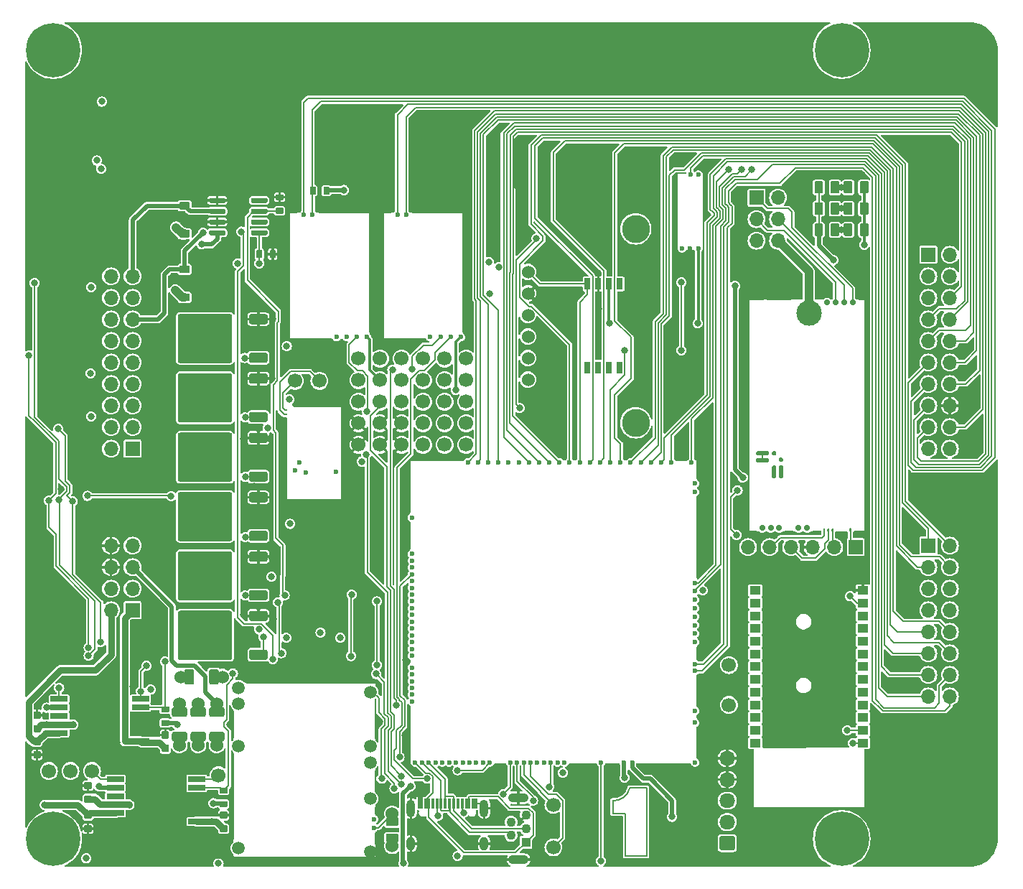
<source format=gtl>
G04 #@! TF.GenerationSoftware,KiCad,Pcbnew,8.0.4*
G04 #@! TF.CreationDate,2024-09-15T17:26:29+02:00*
G04 #@! TF.ProjectId,uaefi_v2.0,75616566-695f-4763-922e-302e6b696361,C*
G04 #@! TF.SameCoordinates,PX2faf080PY9896800*
G04 #@! TF.FileFunction,Copper,L1,Top*
G04 #@! TF.FilePolarity,Positive*
%FSLAX46Y46*%
G04 Gerber Fmt 4.6, Leading zero omitted, Abs format (unit mm)*
G04 Created by KiCad (PCBNEW 8.0.4) date 2024-09-15 17:26:29*
%MOMM*%
%LPD*%
G01*
G04 APERTURE LIST*
G04 #@! TA.AperFunction,EtchedComponent*
%ADD10C,0.200000*%
G04 #@! TD*
G04 #@! TA.AperFunction,ComponentPad*
%ADD11C,1.700000*%
G04 #@! TD*
G04 #@! TA.AperFunction,ComponentPad*
%ADD12C,0.700000*%
G04 #@! TD*
G04 #@! TA.AperFunction,SMDPad,CuDef*
%ADD13C,3.000000*%
G04 #@! TD*
G04 #@! TA.AperFunction,SMDPad,CuDef*
%ADD14R,3.000000X0.250000*%
G04 #@! TD*
G04 #@! TA.AperFunction,SMDPad,CuDef*
%ADD15R,1.100000X0.250000*%
G04 #@! TD*
G04 #@! TA.AperFunction,SMDPad,CuDef*
%ADD16R,0.980000X0.250000*%
G04 #@! TD*
G04 #@! TA.AperFunction,SMDPad,CuDef*
%ADD17R,1.450000X0.250000*%
G04 #@! TD*
G04 #@! TA.AperFunction,SMDPad,CuDef*
%ADD18R,0.250000X27.600000*%
G04 #@! TD*
G04 #@! TA.AperFunction,SMDPad,CuDef*
%ADD19R,1.950000X0.250000*%
G04 #@! TD*
G04 #@! TA.AperFunction,SMDPad,CuDef*
%ADD20R,0.950000X0.250000*%
G04 #@! TD*
G04 #@! TA.AperFunction,ComponentPad*
%ADD21R,1.700000X1.700000*%
G04 #@! TD*
G04 #@! TA.AperFunction,ComponentPad*
%ADD22O,1.700000X1.700000*%
G04 #@! TD*
G04 #@! TA.AperFunction,ComponentPad*
%ADD23C,0.800000*%
G04 #@! TD*
G04 #@! TA.AperFunction,ComponentPad*
%ADD24C,6.400000*%
G04 #@! TD*
G04 #@! TA.AperFunction,ComponentPad*
%ADD25C,1.524000*%
G04 #@! TD*
G04 #@! TA.AperFunction,ComponentPad*
%ADD26O,1.850000X1.700000*%
G04 #@! TD*
G04 #@! TA.AperFunction,ComponentPad*
%ADD27C,0.600000*%
G04 #@! TD*
G04 #@! TA.AperFunction,SMDPad,CuDef*
%ADD28R,6.185000X0.250000*%
G04 #@! TD*
G04 #@! TA.AperFunction,SMDPad,CuDef*
%ADD29R,1.115000X0.250000*%
G04 #@! TD*
G04 #@! TA.AperFunction,SMDPad,CuDef*
%ADD30R,0.250000X14.275000*%
G04 #@! TD*
G04 #@! TA.AperFunction,SMDPad,CuDef*
%ADD31R,0.250000X15.100000*%
G04 #@! TD*
G04 #@! TA.AperFunction,SMDPad,CuDef*
%ADD32R,5.175000X0.250000*%
G04 #@! TD*
G04 #@! TA.AperFunction,ComponentPad*
%ADD33R,1.100000X1.100000*%
G04 #@! TD*
G04 #@! TA.AperFunction,ComponentPad*
%ADD34C,1.100000*%
G04 #@! TD*
G04 #@! TA.AperFunction,ComponentPad*
%ADD35O,2.400000X1.100000*%
G04 #@! TD*
G04 #@! TA.AperFunction,SMDPad,CuDef*
%ADD36O,1.225000X0.200000*%
G04 #@! TD*
G04 #@! TA.AperFunction,SMDPad,CuDef*
%ADD37O,0.200000X9.300000*%
G04 #@! TD*
G04 #@! TA.AperFunction,ComponentPad*
%ADD38C,1.500000*%
G04 #@! TD*
G04 #@! TA.AperFunction,SMDPad,CuDef*
%ADD39O,0.200000X3.300000*%
G04 #@! TD*
G04 #@! TA.AperFunction,SMDPad,CuDef*
%ADD40O,0.200000X10.200000*%
G04 #@! TD*
G04 #@! TA.AperFunction,SMDPad,CuDef*
%ADD41O,0.200000X0.300000*%
G04 #@! TD*
G04 #@! TA.AperFunction,SMDPad,CuDef*
%ADD42O,17.000000X0.200000*%
G04 #@! TD*
G04 #@! TA.AperFunction,SMDPad,CuDef*
%ADD43O,15.400000X0.200000*%
G04 #@! TD*
G04 #@! TA.AperFunction,SMDPad,CuDef*
%ADD44O,0.200000X4.800000*%
G04 #@! TD*
G04 #@! TA.AperFunction,SMDPad,CuDef*
%ADD45O,0.200000X2.600000*%
G04 #@! TD*
G04 #@! TA.AperFunction,SMDPad,CuDef*
%ADD46O,0.200000X1.000000*%
G04 #@! TD*
G04 #@! TA.AperFunction,SMDPad,CuDef*
%ADD47O,0.200000X1.500000*%
G04 #@! TD*
G04 #@! TA.AperFunction,SMDPad,CuDef*
%ADD48O,5.669999X0.200000*%
G04 #@! TD*
G04 #@! TA.AperFunction,SMDPad,CuDef*
%ADD49O,0.200000X11.100001*%
G04 #@! TD*
G04 #@! TA.AperFunction,SMDPad,CuDef*
%ADD50O,0.399999X9.800001*%
G04 #@! TD*
G04 #@! TA.AperFunction,SMDPad,CuDef*
%ADD51O,0.250000X0.499999*%
G04 #@! TD*
G04 #@! TA.AperFunction,SMDPad,CuDef*
%ADD52O,6.799999X0.200000*%
G04 #@! TD*
G04 #@! TA.AperFunction,SMDPad,CuDef*
%ADD53O,0.499999X0.250000*%
G04 #@! TD*
G04 #@! TA.AperFunction,ComponentPad*
%ADD54C,0.599999*%
G04 #@! TD*
G04 #@! TA.AperFunction,SMDPad,CuDef*
%ADD55R,1.300000X1.000000*%
G04 #@! TD*
G04 #@! TA.AperFunction,SMDPad,CuDef*
%ADD56R,2.000000X0.650000*%
G04 #@! TD*
G04 #@! TA.AperFunction,SMDPad,CuDef*
%ADD57R,4.500000X8.100000*%
G04 #@! TD*
G04 #@! TA.AperFunction,SMDPad,CuDef*
%ADD58R,0.200000X3.700000*%
G04 #@! TD*
G04 #@! TA.AperFunction,SMDPad,CuDef*
%ADD59R,0.200000X0.400000*%
G04 #@! TD*
G04 #@! TA.AperFunction,SMDPad,CuDef*
%ADD60R,0.200000X1.600000*%
G04 #@! TD*
G04 #@! TA.AperFunction,SMDPad,CuDef*
%ADD61R,0.200000X9.700000*%
G04 #@! TD*
G04 #@! TA.AperFunction,SMDPad,CuDef*
%ADD62R,0.200000X2.300000*%
G04 #@! TD*
G04 #@! TA.AperFunction,SMDPad,CuDef*
%ADD63R,1.400000X0.200000*%
G04 #@! TD*
G04 #@! TA.AperFunction,SMDPad,CuDef*
%ADD64R,6.400000X0.200000*%
G04 #@! TD*
G04 #@! TA.AperFunction,SMDPad,CuDef*
%ADD65R,1.700000X0.200000*%
G04 #@! TD*
G04 #@! TA.AperFunction,SMDPad,CuDef*
%ADD66R,3.300000X0.200000*%
G04 #@! TD*
G04 #@! TA.AperFunction,SMDPad,CuDef*
%ADD67R,0.200000X7.000000*%
G04 #@! TD*
G04 #@! TA.AperFunction,SMDPad,CuDef*
%ADD68R,0.200000X3.300000*%
G04 #@! TD*
G04 #@! TA.AperFunction,SMDPad,CuDef*
%ADD69R,0.200000X6.300000*%
G04 #@! TD*
G04 #@! TA.AperFunction,SMDPad,CuDef*
%ADD70R,0.300000X1.150000*%
G04 #@! TD*
G04 #@! TA.AperFunction,ComponentPad*
%ADD71O,1.000000X2.100000*%
G04 #@! TD*
G04 #@! TA.AperFunction,ComponentPad*
%ADD72O,1.000000X1.600000*%
G04 #@! TD*
G04 #@! TA.AperFunction,ComponentPad*
%ADD73C,3.302000*%
G04 #@! TD*
G04 #@! TA.AperFunction,SMDPad,CuDef*
%ADD74R,0.690000X1.350000*%
G04 #@! TD*
G04 #@! TA.AperFunction,ViaPad*
%ADD75C,0.800000*%
G04 #@! TD*
G04 #@! TA.AperFunction,Conductor*
%ADD76C,0.200000*%
G04 #@! TD*
G04 #@! TA.AperFunction,Conductor*
%ADD77C,0.800000*%
G04 #@! TD*
G04 #@! TA.AperFunction,Conductor*
%ADD78C,0.300000*%
G04 #@! TD*
G04 #@! TA.AperFunction,Conductor*
%ADD79C,1.000000*%
G04 #@! TD*
G04 #@! TA.AperFunction,Conductor*
%ADD80C,0.500000*%
G04 #@! TD*
G04 #@! TA.AperFunction,Conductor*
%ADD81C,0.150000*%
G04 #@! TD*
G04 APERTURE END LIST*
D10*
G04 #@! TO.C,G2*
X69500000Y6500000D02*
X69500000Y8000000D01*
X69500000Y6500000D02*
X71000000Y6500000D01*
X71000000Y6500000D02*
X71000000Y1500000D01*
X71000000Y1500000D02*
X73500000Y1500000D01*
X73500000Y9500000D02*
X71500000Y9500000D01*
X73500000Y1500000D02*
X73500000Y9500000D01*
X71500000Y9500000D02*
G75*
G02*
X69500000Y8000000I-1921601J478801D01*
G01*
G04 #@! TD*
G04 #@! TO.P,R40,1*
G04 #@! TO.N,/IN_BUTTON3*
G04 #@! TA.AperFunction,SMDPad,CuDef*
G36*
G01*
X96744378Y74691400D02*
X96744378Y75941400D01*
G75*
G02*
X96844378Y76041400I100000J0D01*
G01*
X97644378Y76041400D01*
G75*
G02*
X97744378Y75941400I0J-100000D01*
G01*
X97744378Y74691400D01*
G75*
G02*
X97644378Y74591400I-100000J0D01*
G01*
X96844378Y74591400D01*
G75*
G02*
X96744378Y74691400I0J100000D01*
G01*
G37*
G04 #@! TD.AperFunction*
G04 #@! TO.P,R40,2*
G04 #@! TO.N,+5VA*
G04 #@! TA.AperFunction,SMDPad,CuDef*
G36*
G01*
X98644400Y74691400D02*
X98644400Y75941400D01*
G75*
G02*
X98744400Y76041400I100000J0D01*
G01*
X99544400Y76041400D01*
G75*
G02*
X99644400Y75941400I0J-100000D01*
G01*
X99644400Y74691400D01*
G75*
G02*
X99544400Y74591400I-100000J0D01*
G01*
X98744400Y74591400D01*
G75*
G02*
X98644400Y74691400I0J100000D01*
G01*
G37*
G04 #@! TD.AperFunction*
G04 #@! TD*
G04 #@! TO.P,U7,1,IN1*
G04 #@! TO.N,/LS1*
G04 #@! TA.AperFunction,SMDPad,CuDef*
G36*
G01*
X28775000Y75110000D02*
X28775000Y74810000D01*
G75*
G02*
X28625000Y74660000I-150000J0D01*
G01*
X26975000Y74660000D01*
G75*
G02*
X26825000Y74810000I0J150000D01*
G01*
X26825000Y75110000D01*
G75*
G02*
X26975000Y75260000I150000J0D01*
G01*
X28625000Y75260000D01*
G75*
G02*
X28775000Y75110000I0J-150000D01*
G01*
G37*
G04 #@! TD.AperFunction*
G04 #@! TO.P,U7,2,STATUS1*
G04 #@! TO.N,unconnected-(U7-STATUS1-Pad2)*
G04 #@! TA.AperFunction,SMDPad,CuDef*
G36*
G01*
X28775000Y76380000D02*
X28775000Y76080000D01*
G75*
G02*
X28625000Y75930000I-150000J0D01*
G01*
X26975000Y75930000D01*
G75*
G02*
X26825000Y76080000I0J150000D01*
G01*
X26825000Y76380000D01*
G75*
G02*
X26975000Y76530000I150000J0D01*
G01*
X28625000Y76530000D01*
G75*
G02*
X28775000Y76380000I0J-150000D01*
G01*
G37*
G04 #@! TD.AperFunction*
G04 #@! TO.P,U7,3,IN2*
G04 #@! TO.N,/LS2*
G04 #@! TA.AperFunction,SMDPad,CuDef*
G36*
G01*
X28775000Y77650000D02*
X28775000Y77350000D01*
G75*
G02*
X28625000Y77200000I-150000J0D01*
G01*
X26975000Y77200000D01*
G75*
G02*
X26825000Y77350000I0J150000D01*
G01*
X26825000Y77650000D01*
G75*
G02*
X26975000Y77800000I150000J0D01*
G01*
X28625000Y77800000D01*
G75*
G02*
X28775000Y77650000I0J-150000D01*
G01*
G37*
G04 #@! TD.AperFunction*
G04 #@! TO.P,U7,4,STATUS2*
G04 #@! TO.N,unconnected-(U7-STATUS2-Pad4)*
G04 #@! TA.AperFunction,SMDPad,CuDef*
G36*
G01*
X28775000Y78920000D02*
X28775000Y78620000D01*
G75*
G02*
X28625000Y78470000I-150000J0D01*
G01*
X26975000Y78470000D01*
G75*
G02*
X26825000Y78620000I0J150000D01*
G01*
X26825000Y78920000D01*
G75*
G02*
X26975000Y79070000I150000J0D01*
G01*
X28625000Y79070000D01*
G75*
G02*
X28775000Y78920000I0J-150000D01*
G01*
G37*
G04 #@! TD.AperFunction*
G04 #@! TO.P,U7,5,S2*
G04 #@! TO.N,GND*
G04 #@! TA.AperFunction,SMDPad,CuDef*
G36*
G01*
X23825000Y78920000D02*
X23825000Y78620000D01*
G75*
G02*
X23675000Y78470000I-150000J0D01*
G01*
X22025000Y78470000D01*
G75*
G02*
X21875000Y78620000I0J150000D01*
G01*
X21875000Y78920000D01*
G75*
G02*
X22025000Y79070000I150000J0D01*
G01*
X23675000Y79070000D01*
G75*
G02*
X23825000Y78920000I0J-150000D01*
G01*
G37*
G04 #@! TD.AperFunction*
G04 #@! TO.P,U7,6,D2*
G04 #@! TO.N,/OUT_LS2*
G04 #@! TA.AperFunction,SMDPad,CuDef*
G36*
G01*
X23825000Y77650000D02*
X23825000Y77350000D01*
G75*
G02*
X23675000Y77200000I-150000J0D01*
G01*
X22025000Y77200000D01*
G75*
G02*
X21875000Y77350000I0J150000D01*
G01*
X21875000Y77650000D01*
G75*
G02*
X22025000Y77800000I150000J0D01*
G01*
X23675000Y77800000D01*
G75*
G02*
X23825000Y77650000I0J-150000D01*
G01*
G37*
G04 #@! TD.AperFunction*
G04 #@! TO.P,U7,7,S1*
G04 #@! TO.N,GND*
G04 #@! TA.AperFunction,SMDPad,CuDef*
G36*
G01*
X23825000Y76380000D02*
X23825000Y76080000D01*
G75*
G02*
X23675000Y75930000I-150000J0D01*
G01*
X22025000Y75930000D01*
G75*
G02*
X21875000Y76080000I0J150000D01*
G01*
X21875000Y76380000D01*
G75*
G02*
X22025000Y76530000I150000J0D01*
G01*
X23675000Y76530000D01*
G75*
G02*
X23825000Y76380000I0J-150000D01*
G01*
G37*
G04 #@! TD.AperFunction*
G04 #@! TO.P,U7,8,D1*
G04 #@! TO.N,/OUT_LS1*
G04 #@! TA.AperFunction,SMDPad,CuDef*
G36*
G01*
X23825000Y75110000D02*
X23825000Y74810000D01*
G75*
G02*
X23675000Y74660000I-150000J0D01*
G01*
X22025000Y74660000D01*
G75*
G02*
X21875000Y74810000I0J150000D01*
G01*
X21875000Y75110000D01*
G75*
G02*
X22025000Y75260000I150000J0D01*
G01*
X23675000Y75260000D01*
G75*
G02*
X23825000Y75110000I0J-150000D01*
G01*
G37*
G04 #@! TD.AperFunction*
G04 #@! TD*
G04 #@! TO.P,C24,1*
G04 #@! TO.N,GND*
G04 #@! TA.AperFunction,SMDPad,CuDef*
G36*
G01*
X7260000Y10215001D02*
X7940000Y10215001D01*
G75*
G02*
X8025000Y10130001I0J-85000D01*
G01*
X8025000Y9450001D01*
G75*
G02*
X7940000Y9365001I-85000J0D01*
G01*
X7260000Y9365001D01*
G75*
G02*
X7175000Y9450001I0J85000D01*
G01*
X7175000Y10130001D01*
G75*
G02*
X7260000Y10215001I85000J0D01*
G01*
G37*
G04 #@! TD.AperFunction*
G04 #@! TO.P,C24,2*
G04 #@! TO.N,/DC Driver 2/PWR*
G04 #@! TA.AperFunction,SMDPad,CuDef*
G36*
G01*
X7260000Y8634999D02*
X7940000Y8634999D01*
G75*
G02*
X8025000Y8549999I0J-85000D01*
G01*
X8025000Y7869999D01*
G75*
G02*
X7940000Y7784999I-85000J0D01*
G01*
X7260000Y7784999D01*
G75*
G02*
X7175000Y7869999I0J85000D01*
G01*
X7175000Y8549999D01*
G75*
G02*
X7260000Y8634999I85000J0D01*
G01*
G37*
G04 #@! TD.AperFunction*
G04 #@! TD*
G04 #@! TO.P,R39,1*
G04 #@! TO.N,/IN_BUTTON2*
G04 #@! TA.AperFunction,SMDPad,CuDef*
G36*
G01*
X96744378Y77191400D02*
X96744378Y78441400D01*
G75*
G02*
X96844378Y78541400I100000J0D01*
G01*
X97644378Y78541400D01*
G75*
G02*
X97744378Y78441400I0J-100000D01*
G01*
X97744378Y77191400D01*
G75*
G02*
X97644378Y77091400I-100000J0D01*
G01*
X96844378Y77091400D01*
G75*
G02*
X96744378Y77191400I0J100000D01*
G01*
G37*
G04 #@! TD.AperFunction*
G04 #@! TO.P,R39,2*
G04 #@! TO.N,+5VA*
G04 #@! TA.AperFunction,SMDPad,CuDef*
G36*
G01*
X98644400Y77191400D02*
X98644400Y78441400D01*
G75*
G02*
X98744400Y78541400I100000J0D01*
G01*
X99544400Y78541400D01*
G75*
G02*
X99644400Y78441400I0J-100000D01*
G01*
X99644400Y77191400D01*
G75*
G02*
X99544400Y77091400I-100000J0D01*
G01*
X98744400Y77091400D01*
G75*
G02*
X98644400Y77191400I0J100000D01*
G01*
G37*
G04 #@! TD.AperFunction*
G04 #@! TD*
G04 #@! TO.P,Q10,1,G*
G04 #@! TO.N,Net-(Q10-G)*
G04 #@! TA.AperFunction,SMDPad,CuDef*
G36*
G01*
X28800000Y39570000D02*
X28800000Y38870000D01*
G75*
G02*
X28550000Y38620000I-250000J0D01*
G01*
X26850000Y38620000D01*
G75*
G02*
X26600000Y38870000I0J250000D01*
G01*
X26600000Y39570000D01*
G75*
G02*
X26850000Y39820000I250000J0D01*
G01*
X28550000Y39820000D01*
G75*
G02*
X28800000Y39570000I0J-250000D01*
G01*
G37*
G04 #@! TD.AperFunction*
G04 #@! TO.P,Q10,2,C*
G04 #@! TO.N,/OUT_IGN4*
G04 #@! TA.AperFunction,SMDPad,CuDef*
G36*
G01*
X24600000Y41100000D02*
X24600000Y38850000D01*
G75*
G02*
X24350000Y38600000I-250000J0D01*
G01*
X21800000Y38600000D01*
G75*
G02*
X21550000Y38850000I0J250000D01*
G01*
X21550000Y41100000D01*
G75*
G02*
X21800000Y41350000I250000J0D01*
G01*
X24350000Y41350000D01*
G75*
G02*
X24600000Y41100000I0J-250000D01*
G01*
G37*
G04 #@! TD.AperFunction*
G04 #@! TA.AperFunction,SMDPad,CuDef*
G36*
G01*
X24600000Y44150000D02*
X24600000Y41900000D01*
G75*
G02*
X24350000Y41650000I-250000J0D01*
G01*
X21800000Y41650000D01*
G75*
G02*
X21550000Y41900000I0J250000D01*
G01*
X21550000Y44150000D01*
G75*
G02*
X21800000Y44400000I250000J0D01*
G01*
X24350000Y44400000D01*
G75*
G02*
X24600000Y44150000I0J-250000D01*
G01*
G37*
G04 #@! TD.AperFunction*
G04 #@! TA.AperFunction,SMDPad,CuDef*
G36*
G01*
X24600000Y44150003D02*
X24600000Y38849997D01*
G75*
G02*
X24350003Y38600000I-249997J0D01*
G01*
X18449997Y38600000D01*
G75*
G02*
X18200000Y38849997I0J249997D01*
G01*
X18200000Y44150003D01*
G75*
G02*
X18449997Y44400000I249997J0D01*
G01*
X24350003Y44400000D01*
G75*
G02*
X24600000Y44150003I0J-249997D01*
G01*
G37*
G04 #@! TD.AperFunction*
G04 #@! TA.AperFunction,SMDPad,CuDef*
G36*
G01*
X21250000Y41100000D02*
X21250000Y38850000D01*
G75*
G02*
X21000000Y38600000I-250000J0D01*
G01*
X18450000Y38600000D01*
G75*
G02*
X18200000Y38850000I0J250000D01*
G01*
X18200000Y41100000D01*
G75*
G02*
X18450000Y41350000I250000J0D01*
G01*
X21000000Y41350000D01*
G75*
G02*
X21250000Y41100000I0J-250000D01*
G01*
G37*
G04 #@! TD.AperFunction*
G04 #@! TA.AperFunction,SMDPad,CuDef*
G36*
G01*
X21250000Y44150000D02*
X21250000Y41900000D01*
G75*
G02*
X21000000Y41650000I-250000J0D01*
G01*
X18450000Y41650000D01*
G75*
G02*
X18200000Y41900000I0J250000D01*
G01*
X18200000Y44150000D01*
G75*
G02*
X18450000Y44400000I250000J0D01*
G01*
X21000000Y44400000D01*
G75*
G02*
X21250000Y44150000I0J-250000D01*
G01*
G37*
G04 #@! TD.AperFunction*
G04 #@! TO.P,Q10,3,E*
G04 #@! TO.N,GND*
G04 #@! TA.AperFunction,SMDPad,CuDef*
G36*
G01*
X28800000Y44130000D02*
X28800000Y43430000D01*
G75*
G02*
X28550000Y43180000I-250000J0D01*
G01*
X26850000Y43180000D01*
G75*
G02*
X26600000Y43430000I0J250000D01*
G01*
X26600000Y44130000D01*
G75*
G02*
X26850000Y44380000I250000J0D01*
G01*
X28550000Y44380000D01*
G75*
G02*
X28800000Y44130000I0J-250000D01*
G01*
G37*
G04 #@! TD.AperFunction*
G04 #@! TD*
D11*
G04 #@! TO.P,P8,1,Pin_1*
G04 #@! TO.N,Net-(M6-UART2_TX_(PD5))*
X83200000Y19300000D03*
G04 #@! TD*
D12*
G04 #@! TO.P,M5,E1,LSU_Un*
G04 #@! TO.N,/WBO_Un*
X97775000Y66750000D03*
G04 #@! TO.P,M5,E2,LSU_Vm*
G04 #@! TO.N,/WBO_Vm*
X94775000Y66750000D03*
G04 #@! TO.P,M5,E3,LSU_Ip*
G04 #@! TO.N,/WBO_Ip*
X95775000Y66750000D03*
G04 #@! TO.P,M5,E4,LSU_Rtrim*
G04 #@! TO.N,/WBO_Rtrim*
X96775000Y66750000D03*
D13*
G04 #@! TO.P,M5,E5,LSU_H+*
G04 #@! TO.N,/WBO_Heater*
X92625000Y65500000D03*
D14*
G04 #@! TO.P,M5,E6,LSU_H-*
G04 #@! TO.N,GND*
X89125000Y67125000D03*
D15*
G04 #@! TO.P,M5,G,GND*
X85925000Y39775000D03*
D16*
X90265000Y39775000D03*
X93565000Y39775000D03*
D17*
X98650000Y39775000D03*
D18*
X85500000Y53450000D03*
X99250000Y53450000D03*
D19*
X86350000Y67125000D03*
D20*
X98900000Y67125000D03*
G04 #@! TO.P,M5,J1,SEL1*
G04 #@! TO.N,Net-(M5-PULL_DOWN1)*
G04 #@! TA.AperFunction,SMDPad,CuDef*
G36*
G01*
X86525000Y49200000D02*
X87775000Y49200000D01*
G75*
G02*
X87900000Y49075000I0J-125000D01*
G01*
X87900000Y48825000D01*
G75*
G02*
X87775000Y48700000I-125000J0D01*
G01*
X86525000Y48700000D01*
G75*
G02*
X86400000Y48825000I0J125000D01*
G01*
X86400000Y49075000D01*
G75*
G02*
X86525000Y49200000I125000J0D01*
G01*
G37*
G04 #@! TD.AperFunction*
G04 #@! TO.P,M5,J2,SEL2*
G04 #@! TO.N,unconnected-(M5-SEL2-PadJ2)*
G04 #@! TA.AperFunction,SMDPad,CuDef*
G36*
G01*
X89200000Y47525000D02*
X89450000Y47525000D01*
G75*
G02*
X89575000Y47400000I0J-125000D01*
G01*
X89575000Y46150000D01*
G75*
G02*
X89450000Y46025000I-125000J0D01*
G01*
X89200000Y46025000D01*
G75*
G02*
X89075000Y46150000I0J125000D01*
G01*
X89075000Y47400000D01*
G75*
G02*
X89200000Y47525000I125000J0D01*
G01*
G37*
G04 #@! TD.AperFunction*
G04 #@! TO.P,M5,J_GND1,PULL_DOWN1*
G04 #@! TO.N,Net-(M5-PULL_DOWN1)*
G04 #@! TA.AperFunction,SMDPad,CuDef*
G36*
G01*
X86525000Y48400000D02*
X87775000Y48400000D01*
G75*
G02*
X87900000Y48275000I0J-125000D01*
G01*
X87900000Y48025000D01*
G75*
G02*
X87775000Y47900000I-125000J0D01*
G01*
X86525000Y47900000D01*
G75*
G02*
X86400000Y48025000I0J125000D01*
G01*
X86400000Y48275000D01*
G75*
G02*
X86525000Y48400000I125000J0D01*
G01*
G37*
G04 #@! TD.AperFunction*
G04 #@! TO.P,M5,J_GND2,PULL_DOWN2*
G04 #@! TO.N,unconnected-(M5-PULL_DOWN2-PadJ_GND2)*
G04 #@! TA.AperFunction,SMDPad,CuDef*
G36*
G01*
X89075000Y48075000D02*
X89075000Y48325000D01*
G75*
G02*
X89200000Y48450000I125000J0D01*
G01*
X89450000Y48450000D01*
G75*
G02*
X89575000Y48325000I0J-125000D01*
G01*
X89575000Y48075000D01*
G75*
G02*
X89450000Y47950000I-125000J0D01*
G01*
X89200000Y47950000D01*
G75*
G02*
X89075000Y48075000I0J125000D01*
G01*
G37*
G04 #@! TD.AperFunction*
G04 #@! TO.P,M5,J_VCC1,PULL_UP1*
G04 #@! TO.N,unconnected-(M5-PULL_UP1-PadJ_VCC1)*
G04 #@! TA.AperFunction,SMDPad,CuDef*
G36*
G01*
X88400000Y49200000D02*
X88650000Y49200000D01*
G75*
G02*
X88775000Y49075000I0J-125000D01*
G01*
X88775000Y48825000D01*
G75*
G02*
X88650000Y48700000I-125000J0D01*
G01*
X88400000Y48700000D01*
G75*
G02*
X88275000Y48825000I0J125000D01*
G01*
X88275000Y49075000D01*
G75*
G02*
X88400000Y49200000I125000J0D01*
G01*
G37*
G04 #@! TD.AperFunction*
G04 #@! TO.P,M5,J_VCC2,PULL_UP2*
G04 #@! TO.N,unconnected-(M5-PULL_UP2-PadJ_VCC2)*
G04 #@! TA.AperFunction,SMDPad,CuDef*
G36*
G01*
X88400000Y47525000D02*
X88650000Y47525000D01*
G75*
G02*
X88775000Y47400000I0J-125000D01*
G01*
X88775000Y46150000D01*
G75*
G02*
X88650000Y46025000I-125000J0D01*
G01*
X88400000Y46025000D01*
G75*
G02*
X88275000Y46150000I0J125000D01*
G01*
X88275000Y47400000D01*
G75*
G02*
X88400000Y47525000I125000J0D01*
G01*
G37*
G04 #@! TD.AperFunction*
D12*
G04 #@! TO.P,M5,W1,V5_IN*
G04 #@! TO.N,+5VA*
X88125000Y40158800D03*
G04 #@! TO.P,M5,W2,CAN_VIO*
G04 #@! TO.N,unconnected-(M5-CAN_VIO-PadW2)*
X89125000Y40158800D03*
G04 #@! TO.P,M5,W3,CANL*
G04 #@! TO.N,/CAN-*
X92421000Y40158800D03*
G04 #@! TO.P,M5,W4,CANH*
G04 #@! TO.N,/CAN+*
X91405000Y40158800D03*
G04 #@! TO.P,M5,W5,nReset*
G04 #@! TO.N,Net-(J6-Pin_5)*
G04 #@! TA.AperFunction,SMDPad,CuDef*
G36*
G01*
X94425000Y39650000D02*
X94425000Y39650000D01*
G75*
G02*
X94300000Y39775000I0J125000D01*
G01*
X94300000Y40025000D01*
G75*
G02*
X94425000Y40150000I125000J0D01*
G01*
X94425000Y40150000D01*
G75*
G02*
X94550000Y40025000I0J-125000D01*
G01*
X94550000Y39775000D01*
G75*
G02*
X94425000Y39650000I-125000J0D01*
G01*
G37*
G04 #@! TD.AperFunction*
G04 #@! TO.P,M5,W6,SWDIO*
G04 #@! TO.N,Net-(J6-Pin_4)*
G04 #@! TA.AperFunction,SMDPad,CuDef*
G36*
G01*
X94925000Y39650000D02*
X94925000Y39650000D01*
G75*
G02*
X94800000Y39775000I0J125000D01*
G01*
X94800000Y40025000D01*
G75*
G02*
X94925000Y40150000I125000J0D01*
G01*
X94925000Y40150000D01*
G75*
G02*
X95050000Y40025000I0J-125000D01*
G01*
X95050000Y39775000D01*
G75*
G02*
X94925000Y39650000I-125000J0D01*
G01*
G37*
G04 #@! TD.AperFunction*
G04 #@! TO.P,M5,W7,SWCLK*
G04 #@! TO.N,Net-(J6-Pin_2)*
G04 #@! TA.AperFunction,SMDPad,CuDef*
G36*
G01*
X95425000Y39650000D02*
X95425000Y39650000D01*
G75*
G02*
X95300000Y39775000I0J125000D01*
G01*
X95300000Y40025000D01*
G75*
G02*
X95425000Y40150000I125000J0D01*
G01*
X95425000Y40150000D01*
G75*
G02*
X95550000Y40025000I0J-125000D01*
G01*
X95550000Y39775000D01*
G75*
G02*
X95425000Y39650000I-125000J0D01*
G01*
G37*
G04 #@! TD.AperFunction*
G04 #@! TO.P,M5,W8,V33_OUT*
G04 #@! TO.N,Net-(J6-Pin_1)*
G04 #@! TA.AperFunction,SMDPad,CuDef*
G36*
G01*
X97525000Y39650000D02*
X97525000Y39650000D01*
G75*
G02*
X97400000Y39775000I0J125000D01*
G01*
X97400000Y40025000D01*
G75*
G02*
X97525000Y40150000I125000J0D01*
G01*
X97525000Y40150000D01*
G75*
G02*
X97650000Y40025000I0J-125000D01*
G01*
X97650000Y39775000D01*
G75*
G02*
X97525000Y39650000I-125000J0D01*
G01*
G37*
G04 #@! TD.AperFunction*
G04 #@! TO.P,M5,W9,VDDA*
G04 #@! TO.N,unconnected-(M5-VDDA-PadW9)*
X87125000Y40158800D03*
G04 #@! TD*
G04 #@! TO.P,Q7,1,G*
G04 #@! TO.N,Net-(Q7-G)*
G04 #@! TA.AperFunction,SMDPad,CuDef*
G36*
G01*
X28800000Y60570000D02*
X28800000Y59870000D01*
G75*
G02*
X28550000Y59620000I-250000J0D01*
G01*
X26850000Y59620000D01*
G75*
G02*
X26600000Y59870000I0J250000D01*
G01*
X26600000Y60570000D01*
G75*
G02*
X26850000Y60820000I250000J0D01*
G01*
X28550000Y60820000D01*
G75*
G02*
X28800000Y60570000I0J-250000D01*
G01*
G37*
G04 #@! TD.AperFunction*
G04 #@! TO.P,Q7,2,C*
G04 #@! TO.N,/OUT_IGN1*
G04 #@! TA.AperFunction,SMDPad,CuDef*
G36*
G01*
X24600000Y62100000D02*
X24600000Y59850000D01*
G75*
G02*
X24350000Y59600000I-250000J0D01*
G01*
X21800000Y59600000D01*
G75*
G02*
X21550000Y59850000I0J250000D01*
G01*
X21550000Y62100000D01*
G75*
G02*
X21800000Y62350000I250000J0D01*
G01*
X24350000Y62350000D01*
G75*
G02*
X24600000Y62100000I0J-250000D01*
G01*
G37*
G04 #@! TD.AperFunction*
G04 #@! TA.AperFunction,SMDPad,CuDef*
G36*
G01*
X24600000Y65150000D02*
X24600000Y62900000D01*
G75*
G02*
X24350000Y62650000I-250000J0D01*
G01*
X21800000Y62650000D01*
G75*
G02*
X21550000Y62900000I0J250000D01*
G01*
X21550000Y65150000D01*
G75*
G02*
X21800000Y65400000I250000J0D01*
G01*
X24350000Y65400000D01*
G75*
G02*
X24600000Y65150000I0J-250000D01*
G01*
G37*
G04 #@! TD.AperFunction*
G04 #@! TA.AperFunction,SMDPad,CuDef*
G36*
G01*
X24600000Y65150003D02*
X24600000Y59849997D01*
G75*
G02*
X24350003Y59600000I-249997J0D01*
G01*
X18449997Y59600000D01*
G75*
G02*
X18200000Y59849997I0J249997D01*
G01*
X18200000Y65150003D01*
G75*
G02*
X18449997Y65400000I249997J0D01*
G01*
X24350003Y65400000D01*
G75*
G02*
X24600000Y65150003I0J-249997D01*
G01*
G37*
G04 #@! TD.AperFunction*
G04 #@! TA.AperFunction,SMDPad,CuDef*
G36*
G01*
X21250000Y62100000D02*
X21250000Y59850000D01*
G75*
G02*
X21000000Y59600000I-250000J0D01*
G01*
X18450000Y59600000D01*
G75*
G02*
X18200000Y59850000I0J250000D01*
G01*
X18200000Y62100000D01*
G75*
G02*
X18450000Y62350000I250000J0D01*
G01*
X21000000Y62350000D01*
G75*
G02*
X21250000Y62100000I0J-250000D01*
G01*
G37*
G04 #@! TD.AperFunction*
G04 #@! TA.AperFunction,SMDPad,CuDef*
G36*
G01*
X21250000Y65150000D02*
X21250000Y62900000D01*
G75*
G02*
X21000000Y62650000I-250000J0D01*
G01*
X18450000Y62650000D01*
G75*
G02*
X18200000Y62900000I0J250000D01*
G01*
X18200000Y65150000D01*
G75*
G02*
X18450000Y65400000I250000J0D01*
G01*
X21000000Y65400000D01*
G75*
G02*
X21250000Y65150000I0J-250000D01*
G01*
G37*
G04 #@! TD.AperFunction*
G04 #@! TO.P,Q7,3,E*
G04 #@! TO.N,GND*
G04 #@! TA.AperFunction,SMDPad,CuDef*
G36*
G01*
X28800000Y65130000D02*
X28800000Y64430000D01*
G75*
G02*
X28550000Y64180000I-250000J0D01*
G01*
X26850000Y64180000D01*
G75*
G02*
X26600000Y64430000I0J250000D01*
G01*
X26600000Y65130000D01*
G75*
G02*
X26850000Y65380000I250000J0D01*
G01*
X28550000Y65380000D01*
G75*
G02*
X28800000Y65130000I0J-250000D01*
G01*
G37*
G04 #@! TD.AperFunction*
G04 #@! TD*
G04 #@! TO.P,Q8,1,G*
G04 #@! TO.N,Net-(Q8-G)*
G04 #@! TA.AperFunction,SMDPad,CuDef*
G36*
G01*
X28800000Y53570000D02*
X28800000Y52870000D01*
G75*
G02*
X28550000Y52620000I-250000J0D01*
G01*
X26850000Y52620000D01*
G75*
G02*
X26600000Y52870000I0J250000D01*
G01*
X26600000Y53570000D01*
G75*
G02*
X26850000Y53820000I250000J0D01*
G01*
X28550000Y53820000D01*
G75*
G02*
X28800000Y53570000I0J-250000D01*
G01*
G37*
G04 #@! TD.AperFunction*
G04 #@! TO.P,Q8,2,C*
G04 #@! TO.N,/OUT_IGN2*
G04 #@! TA.AperFunction,SMDPad,CuDef*
G36*
G01*
X24600000Y55100000D02*
X24600000Y52850000D01*
G75*
G02*
X24350000Y52600000I-250000J0D01*
G01*
X21800000Y52600000D01*
G75*
G02*
X21550000Y52850000I0J250000D01*
G01*
X21550000Y55100000D01*
G75*
G02*
X21800000Y55350000I250000J0D01*
G01*
X24350000Y55350000D01*
G75*
G02*
X24600000Y55100000I0J-250000D01*
G01*
G37*
G04 #@! TD.AperFunction*
G04 #@! TA.AperFunction,SMDPad,CuDef*
G36*
G01*
X24600000Y58150000D02*
X24600000Y55900000D01*
G75*
G02*
X24350000Y55650000I-250000J0D01*
G01*
X21800000Y55650000D01*
G75*
G02*
X21550000Y55900000I0J250000D01*
G01*
X21550000Y58150000D01*
G75*
G02*
X21800000Y58400000I250000J0D01*
G01*
X24350000Y58400000D01*
G75*
G02*
X24600000Y58150000I0J-250000D01*
G01*
G37*
G04 #@! TD.AperFunction*
G04 #@! TA.AperFunction,SMDPad,CuDef*
G36*
G01*
X24600000Y58150003D02*
X24600000Y52849997D01*
G75*
G02*
X24350003Y52600000I-249997J0D01*
G01*
X18449997Y52600000D01*
G75*
G02*
X18200000Y52849997I0J249997D01*
G01*
X18200000Y58150003D01*
G75*
G02*
X18449997Y58400000I249997J0D01*
G01*
X24350003Y58400000D01*
G75*
G02*
X24600000Y58150003I0J-249997D01*
G01*
G37*
G04 #@! TD.AperFunction*
G04 #@! TA.AperFunction,SMDPad,CuDef*
G36*
G01*
X21250000Y55100000D02*
X21250000Y52850000D01*
G75*
G02*
X21000000Y52600000I-250000J0D01*
G01*
X18450000Y52600000D01*
G75*
G02*
X18200000Y52850000I0J250000D01*
G01*
X18200000Y55100000D01*
G75*
G02*
X18450000Y55350000I250000J0D01*
G01*
X21000000Y55350000D01*
G75*
G02*
X21250000Y55100000I0J-250000D01*
G01*
G37*
G04 #@! TD.AperFunction*
G04 #@! TA.AperFunction,SMDPad,CuDef*
G36*
G01*
X21250000Y58150000D02*
X21250000Y55900000D01*
G75*
G02*
X21000000Y55650000I-250000J0D01*
G01*
X18450000Y55650000D01*
G75*
G02*
X18200000Y55900000I0J250000D01*
G01*
X18200000Y58150000D01*
G75*
G02*
X18450000Y58400000I250000J0D01*
G01*
X21000000Y58400000D01*
G75*
G02*
X21250000Y58150000I0J-250000D01*
G01*
G37*
G04 #@! TD.AperFunction*
G04 #@! TO.P,Q8,3,E*
G04 #@! TO.N,GND*
G04 #@! TA.AperFunction,SMDPad,CuDef*
G36*
G01*
X28800000Y58130000D02*
X28800000Y57430000D01*
G75*
G02*
X28550000Y57180000I-250000J0D01*
G01*
X26850000Y57180000D01*
G75*
G02*
X26600000Y57430000I0J250000D01*
G01*
X26600000Y58130000D01*
G75*
G02*
X26850000Y58380000I250000J0D01*
G01*
X28550000Y58380000D01*
G75*
G02*
X28800000Y58130000I0J-250000D01*
G01*
G37*
G04 #@! TD.AperFunction*
G04 #@! TD*
D11*
G04 #@! TO.P,P1,1,Pin_1*
G04 #@! TO.N,Net-(M7-CANL)*
X32000000Y57500000D03*
G04 #@! TD*
G04 #@! TO.P,C26,1*
G04 #@! TO.N,GND*
G04 #@! TA.AperFunction,SMDPad,CuDef*
G36*
G01*
X23260000Y6715001D02*
X23940000Y6715001D01*
G75*
G02*
X24025000Y6630001I0J-85000D01*
G01*
X24025000Y5950001D01*
G75*
G02*
X23940000Y5865001I-85000J0D01*
G01*
X23260000Y5865001D01*
G75*
G02*
X23175000Y5950001I0J85000D01*
G01*
X23175000Y6630001D01*
G75*
G02*
X23260000Y6715001I85000J0D01*
G01*
G37*
G04 #@! TD.AperFunction*
G04 #@! TO.P,C26,2*
G04 #@! TO.N,/OUT_DC2+*
G04 #@! TA.AperFunction,SMDPad,CuDef*
G36*
G01*
X23260000Y5134999D02*
X23940000Y5134999D01*
G75*
G02*
X24025000Y5049999I0J-85000D01*
G01*
X24025000Y4369999D01*
G75*
G02*
X23940000Y4284999I-85000J0D01*
G01*
X23260000Y4284999D01*
G75*
G02*
X23175000Y4369999I0J85000D01*
G01*
X23175000Y5049999D01*
G75*
G02*
X23260000Y5134999I85000J0D01*
G01*
G37*
G04 #@! TD.AperFunction*
G04 #@! TD*
G04 #@! TO.P,R1,1*
G04 #@! TO.N,+5VP*
G04 #@! TA.AperFunction,SMDPad,CuDef*
G36*
G01*
X36082497Y80315000D02*
X36082497Y79535000D01*
G75*
G02*
X36012497Y79465000I-70000J0D01*
G01*
X35452497Y79465000D01*
G75*
G02*
X35382497Y79535000I0J70000D01*
G01*
X35382497Y80315000D01*
G75*
G02*
X35452497Y80385000I70000J0D01*
G01*
X36012497Y80385000D01*
G75*
G02*
X36082497Y80315000I0J-70000D01*
G01*
G37*
G04 #@! TD.AperFunction*
G04 #@! TO.P,R1,2*
G04 #@! TO.N,/VR_MAX9924-*
G04 #@! TA.AperFunction,SMDPad,CuDef*
G36*
G01*
X34482497Y80315000D02*
X34482497Y79535000D01*
G75*
G02*
X34412497Y79465000I-70000J0D01*
G01*
X33852497Y79465000D01*
G75*
G02*
X33782497Y79535000I0J70000D01*
G01*
X33782497Y80315000D01*
G75*
G02*
X33852497Y80385000I70000J0D01*
G01*
X34412497Y80385000D01*
G75*
G02*
X34482497Y80315000I0J-70000D01*
G01*
G37*
G04 #@! TD.AperFunction*
G04 #@! TD*
G04 #@! TO.P,P2,1,Pin_1*
G04 #@! TO.N,Net-(M7-CANH)*
X34900000Y57500000D03*
G04 #@! TD*
D21*
G04 #@! TO.P,J2,1,Pin_1*
G04 #@! TO.N,GNDA*
X106718000Y72370000D03*
D22*
G04 #@! TO.P,J2,2,Pin_2*
G04 #@! TO.N,+5VP*
X109258000Y72370000D03*
G04 #@! TO.P,J2,3,Pin_3*
G04 #@! TO.N,GNDA*
X106718000Y69830000D03*
G04 #@! TO.P,J2,4,Pin_4*
G04 #@! TO.N,+5VP*
X109258000Y69830000D03*
G04 #@! TO.P,J2,5,Pin_5*
G04 #@! TO.N,GNDA*
X106718000Y67290000D03*
G04 #@! TO.P,J2,6,Pin_6*
G04 #@! TO.N,/IN_AUX2*
X109258000Y67290000D03*
G04 #@! TO.P,J2,7,Pin_7*
G04 #@! TO.N,/IN_TPS2*
X106718000Y64750000D03*
G04 #@! TO.P,J2,8,Pin_8*
G04 #@! TO.N,/IN_PPS2*
X109258000Y64750000D03*
G04 #@! TO.P,J2,9,Pin_9*
G04 #@! TO.N,/IN_AUX3*
X106718000Y62210000D03*
G04 #@! TO.P,J2,10,Pin_10*
G04 #@! TO.N,/IN_HALL1*
X109258000Y62210000D03*
G04 #@! TO.P,J2,11,Pin_11*
G04 #@! TO.N,/VR_MAX9924+*
X106718000Y59670000D03*
G04 #@! TO.P,J2,12,Pin_12*
G04 #@! TO.N,/IN_HALL2*
X109258000Y59670000D03*
G04 #@! TO.P,J2,13,Pin_13*
G04 #@! TO.N,/VR_MAX9924-*
X106718000Y57130000D03*
G04 #@! TO.P,J2,14,Pin_14*
G04 #@! TO.N,/IN_HALL3*
X109258000Y57130000D03*
G04 #@! TO.P,J2,15,Pin_15*
G04 #@! TO.N,/VR_DISCRETE+*
X106718000Y54590000D03*
G04 #@! TO.P,J2,16,Pin_16*
G04 #@! TO.N,GND*
X109258000Y54590000D03*
G04 #@! TO.P,J2,17,Pin_17*
G04 #@! TO.N,/VR_DISCRETE-*
X106718000Y52050000D03*
G04 #@! TO.P,J2,18,Pin_18*
G04 #@! TO.N,/IN_BUTTON3*
X109258000Y52050000D03*
G04 #@! TO.P,J2,19,Pin_19*
G04 #@! TO.N,/EGT-*
X106718000Y49510000D03*
G04 #@! TO.P,J2,20,Pin_20*
G04 #@! TO.N,/EGT+*
X109258000Y49510000D03*
G04 #@! TD*
G04 #@! TO.P,C13,1*
G04 #@! TO.N,GND*
G04 #@! TA.AperFunction,SMDPad,CuDef*
G36*
G01*
X16385000Y16175001D02*
X17065000Y16175001D01*
G75*
G02*
X17150000Y16090001I0J-85000D01*
G01*
X17150000Y15410001D01*
G75*
G02*
X17065000Y15325001I-85000J0D01*
G01*
X16385000Y15325001D01*
G75*
G02*
X16300000Y15410001I0J85000D01*
G01*
X16300000Y16090001D01*
G75*
G02*
X16385000Y16175001I85000J0D01*
G01*
G37*
G04 #@! TD.AperFunction*
G04 #@! TO.P,C13,2*
G04 #@! TO.N,/OUT_DC1+*
G04 #@! TA.AperFunction,SMDPad,CuDef*
G36*
G01*
X16385000Y14594999D02*
X17065000Y14594999D01*
G75*
G02*
X17150000Y14509999I0J-85000D01*
G01*
X17150000Y13829999D01*
G75*
G02*
X17065000Y13744999I-85000J0D01*
G01*
X16385000Y13744999D01*
G75*
G02*
X16300000Y13829999I0J85000D01*
G01*
X16300000Y14509999D01*
G75*
G02*
X16385000Y14594999I85000J0D01*
G01*
G37*
G04 #@! TD.AperFunction*
G04 #@! TD*
D11*
G04 #@! TO.P,P15,1,Pin_1*
G04 #@! TO.N,/DC1_DIR*
X5540000Y11500000D03*
G04 #@! TD*
D23*
G04 #@! TO.P,H1,1*
G04 #@! TO.N,N/C*
X1100000Y96500000D03*
X1802944Y98197056D03*
X1802944Y94802944D03*
X3500000Y98900000D03*
D24*
X3500000Y96500000D03*
D23*
X3500000Y94100000D03*
X5197056Y98197056D03*
X5197056Y94802944D03*
X5900000Y96500000D03*
G04 #@! TD*
G04 #@! TO.P,H4,1*
G04 #@! TO.N,N/C*
X94100000Y96500000D03*
X94802944Y98197056D03*
X94802944Y94802944D03*
X96500000Y98900000D03*
D24*
X96500000Y96500000D03*
D23*
X96500000Y94100000D03*
X98197056Y98197056D03*
X98197056Y94802944D03*
X98900000Y96500000D03*
G04 #@! TD*
D25*
G04 #@! TO.P,F4,1,1*
G04 #@! TO.N,+12V*
X18400000Y19450000D03*
G04 #@! TA.AperFunction,SMDPad,CuDef*
G36*
G01*
X17500000Y18105010D02*
X17500000Y18795010D01*
G75*
G02*
X17730000Y19025010I230000J0D01*
G01*
X19070000Y19025010D01*
G75*
G02*
X19300000Y18795010I0J-230000D01*
G01*
X19300000Y18105010D01*
G75*
G02*
X19070000Y17875010I-230000J0D01*
G01*
X17730000Y17875010D01*
G75*
G02*
X17500000Y18105010I0J230000D01*
G01*
G37*
G04 #@! TD.AperFunction*
G04 #@! TO.P,F4,2,2*
G04 #@! TO.N,/PWR*
G04 #@! TA.AperFunction,SMDPad,CuDef*
G36*
G01*
X17500000Y15204990D02*
X17500000Y15894990D01*
G75*
G02*
X17730000Y16124990I230000J0D01*
G01*
X19070000Y16124990D01*
G75*
G02*
X19300000Y15894990I0J-230000D01*
G01*
X19300000Y15204990D01*
G75*
G02*
X19070000Y14974990I-230000J0D01*
G01*
X17730000Y14974990D01*
G75*
G02*
X17500000Y15204990I0J230000D01*
G01*
G37*
G04 #@! TD.AperFunction*
X18400000Y14550000D03*
G04 #@! TD*
G04 #@! TO.P,R37,1*
G04 #@! TO.N,GNDA*
G04 #@! TA.AperFunction,SMDPad,CuDef*
G36*
G01*
X93294378Y74691400D02*
X93294378Y75941400D01*
G75*
G02*
X93394378Y76041400I100000J0D01*
G01*
X94194378Y76041400D01*
G75*
G02*
X94294378Y75941400I0J-100000D01*
G01*
X94294378Y74691400D01*
G75*
G02*
X94194378Y74591400I-100000J0D01*
G01*
X93394378Y74591400D01*
G75*
G02*
X93294378Y74691400I0J100000D01*
G01*
G37*
G04 #@! TD.AperFunction*
G04 #@! TO.P,R37,2*
G04 #@! TO.N,/IN_BUTTON3*
G04 #@! TA.AperFunction,SMDPad,CuDef*
G36*
G01*
X95194400Y74691400D02*
X95194400Y75941400D01*
G75*
G02*
X95294400Y76041400I100000J0D01*
G01*
X96094400Y76041400D01*
G75*
G02*
X96194400Y75941400I0J-100000D01*
G01*
X96194400Y74691400D01*
G75*
G02*
X96094400Y74591400I-100000J0D01*
G01*
X95294400Y74591400D01*
G75*
G02*
X95194400Y74691400I0J100000D01*
G01*
G37*
G04 #@! TD.AperFunction*
G04 #@! TD*
G04 #@! TO.P,C11,1*
G04 #@! TO.N,GND*
G04 #@! TA.AperFunction,SMDPad,CuDef*
G36*
G01*
X1260000Y18515001D02*
X1940000Y18515001D01*
G75*
G02*
X2025000Y18430001I0J-85000D01*
G01*
X2025000Y17750001D01*
G75*
G02*
X1940000Y17665001I-85000J0D01*
G01*
X1260000Y17665001D01*
G75*
G02*
X1175000Y17750001I0J85000D01*
G01*
X1175000Y18430001D01*
G75*
G02*
X1260000Y18515001I85000J0D01*
G01*
G37*
G04 #@! TD.AperFunction*
G04 #@! TO.P,C11,2*
G04 #@! TO.N,/DC Driver 1/PWR*
G04 #@! TA.AperFunction,SMDPad,CuDef*
G36*
G01*
X1260000Y16934999D02*
X1940000Y16934999D01*
G75*
G02*
X2025000Y16849999I0J-85000D01*
G01*
X2025000Y16169999D01*
G75*
G02*
X1940000Y16084999I-85000J0D01*
G01*
X1260000Y16084999D01*
G75*
G02*
X1175000Y16169999I0J85000D01*
G01*
X1175000Y16849999D01*
G75*
G02*
X1260000Y16934999I85000J0D01*
G01*
G37*
G04 #@! TD.AperFunction*
G04 #@! TD*
G04 #@! TO.P,J7,1,Pin_1*
G04 #@! TO.N,/VBUS*
G04 #@! TA.AperFunction,ComponentPad*
G36*
G01*
X83675000Y2150000D02*
X82325000Y2150000D01*
G75*
G02*
X82075000Y2400000I0J250000D01*
G01*
X82075000Y3600000D01*
G75*
G02*
X82325000Y3850000I250000J0D01*
G01*
X83675000Y3850000D01*
G75*
G02*
X83925000Y3600000I0J-250000D01*
G01*
X83925000Y2400000D01*
G75*
G02*
X83675000Y2150000I-250000J0D01*
G01*
G37*
G04 #@! TD.AperFunction*
D26*
G04 #@! TO.P,J7,2,Pin_2*
G04 #@! TO.N,/USB-*
X83000000Y5500000D03*
G04 #@! TO.P,J7,3,Pin_3*
G04 #@! TO.N,/USB+*
X83000000Y8000000D03*
G04 #@! TO.P,J7,4,Pin_4*
G04 #@! TO.N,GND*
X83000000Y10500000D03*
G04 #@! TO.P,J7,5,Pin_5*
X83000000Y13000000D03*
G04 #@! TD*
D11*
G04 #@! TO.P,P4,1,Pin_1*
G04 #@! TO.N,Net-(M6-LED_GREEN)*
X62500000Y7500000D03*
G04 #@! TD*
D23*
G04 #@! TO.P,H2,1*
G04 #@! TO.N,N/C*
X1100000Y3500000D03*
X1802944Y5197056D03*
X1802944Y1802944D03*
X3500000Y5900000D03*
D24*
X3500000Y3500000D03*
D23*
X3500000Y1100000D03*
X5197056Y5197056D03*
X5197056Y1802944D03*
X5900000Y3500000D03*
G04 #@! TD*
D27*
G04 #@! TO.P,M3,E1,Thresh_IN*
G04 #@! TO.N,/VR_DISCRETE_THR*
X49175000Y62675000D03*
G04 #@! TO.P,M3,E2,OUT_A*
G04 #@! TO.N,/VR_DISCRETE_A*
X47975000Y62675000D03*
G04 #@! TO.P,M3,E3,OUT*
G04 #@! TO.N,/VR_DISCRETE*
X50375000Y62675000D03*
G04 #@! TO.P,M3,E4,V5_IN*
G04 #@! TO.N,+5VA*
X51575000Y62675000D03*
D28*
G04 #@! TO.P,M3,G,GND*
G04 #@! TO.N,GND*
X48907500Y77325000D03*
D29*
X42857500Y77325000D03*
D30*
X51875000Y70312500D03*
D31*
X42425000Y69900000D03*
D32*
X44887500Y62475000D03*
D27*
G04 #@! TO.P,M3,W1,VR-*
G04 #@! TO.N,/VR_DISCRETE-*
X45115000Y77100000D03*
G04 #@! TO.P,M3,W2,VR+*
G04 #@! TO.N,/VR_DISCRETE+*
X44115000Y77100000D03*
G04 #@! TD*
G04 #@! TO.P,R10,1*
G04 #@! TO.N,GND*
G04 #@! TA.AperFunction,SMDPad,CuDef*
G36*
G01*
X29750000Y72840000D02*
X29750000Y72060000D01*
G75*
G02*
X29680000Y71990000I-70000J0D01*
G01*
X29120000Y71990000D01*
G75*
G02*
X29050000Y72060000I0J70000D01*
G01*
X29050000Y72840000D01*
G75*
G02*
X29120000Y72910000I70000J0D01*
G01*
X29680000Y72910000D01*
G75*
G02*
X29750000Y72840000I0J-70000D01*
G01*
G37*
G04 #@! TD.AperFunction*
G04 #@! TO.P,R10,2*
G04 #@! TO.N,/LS1*
G04 #@! TA.AperFunction,SMDPad,CuDef*
G36*
G01*
X28150000Y72840000D02*
X28150000Y72060000D01*
G75*
G02*
X28080000Y71990000I-70000J0D01*
G01*
X27520000Y71990000D01*
G75*
G02*
X27450000Y72060000I0J70000D01*
G01*
X27450000Y72840000D01*
G75*
G02*
X27520000Y72910000I70000J0D01*
G01*
X28080000Y72910000D01*
G75*
G02*
X28150000Y72840000I0J-70000D01*
G01*
G37*
G04 #@! TD.AperFunction*
G04 #@! TD*
D11*
G04 #@! TO.P,P17,1,Pin_1*
G04 #@! TO.N,/DC1_PWM*
X3000000Y11500000D03*
G04 #@! TD*
D33*
G04 #@! TO.P,J8,1,VBUS*
G04 #@! TO.N,/VBUS*
X59250000Y3100000D03*
D34*
G04 #@! TO.P,J8,2,D-*
G04 #@! TO.N,/USB-*
X57500000Y3900000D03*
G04 #@! TO.P,J8,3,D+*
G04 #@! TO.N,/USB+*
X59250000Y4700000D03*
G04 #@! TO.P,J8,4,ID*
G04 #@! TO.N,unconnected-(J8-ID-Pad4)*
X57500000Y5500000D03*
G04 #@! TO.P,J8,5,GND*
G04 #@! TO.N,GND*
X59250000Y6300000D03*
D35*
G04 #@! TO.P,J8,6,Shield*
X58375000Y1050000D03*
X58375000Y8350000D03*
G04 #@! TD*
D25*
G04 #@! TO.P,F3,1,1*
G04 #@! TO.N,+12V*
X20600000Y19450000D03*
G04 #@! TA.AperFunction,SMDPad,CuDef*
G36*
G01*
X19700000Y18105010D02*
X19700000Y18795010D01*
G75*
G02*
X19930000Y19025010I230000J0D01*
G01*
X21270000Y19025010D01*
G75*
G02*
X21500000Y18795010I0J-230000D01*
G01*
X21500000Y18105010D01*
G75*
G02*
X21270000Y17875010I-230000J0D01*
G01*
X19930000Y17875010D01*
G75*
G02*
X19700000Y18105010I0J230000D01*
G01*
G37*
G04 #@! TD.AperFunction*
G04 #@! TO.P,F3,2,2*
G04 #@! TO.N,/PWR_1*
G04 #@! TA.AperFunction,SMDPad,CuDef*
G36*
G01*
X19700000Y15204990D02*
X19700000Y15894990D01*
G75*
G02*
X19930000Y16124990I230000J0D01*
G01*
X21270000Y16124990D01*
G75*
G02*
X21500000Y15894990I0J-230000D01*
G01*
X21500000Y15204990D01*
G75*
G02*
X21270000Y14974990I-230000J0D01*
G01*
X19930000Y14974990D01*
G75*
G02*
X19700000Y15204990I0J230000D01*
G01*
G37*
G04 #@! TD.AperFunction*
X20600000Y14550000D03*
G04 #@! TD*
D27*
G04 #@! TO.P,M2,E1,V5A*
G04 #@! TO.N,+5VA*
X79574999Y73125000D03*
D36*
G04 #@! TO.P,M2,E2,GND*
G04 #@! TO.N,GND*
X77599999Y82025000D03*
D37*
X80174999Y77475000D03*
X77074999Y77475000D03*
D27*
X78624999Y73125000D03*
G04 #@! TO.P,M2,E3,OUT_KNOCK*
G04 #@! TO.N,/IN_KNOCK*
X77675001Y73125000D03*
G04 #@! TO.P,M2,W1,IN_KNOCK*
G04 #@! TO.N,/IN_KNOCK_RAW*
X78674999Y81825000D03*
G04 #@! TO.P,M2,W2,VREF*
G04 #@! TO.N,/VREF1*
X79574999Y81825000D03*
G04 #@! TD*
G04 #@! TO.P,C25,1*
G04 #@! TO.N,GND*
G04 #@! TA.AperFunction,SMDPad,CuDef*
G36*
G01*
X7940000Y4284999D02*
X7260000Y4284999D01*
G75*
G02*
X7175000Y4369999I0J85000D01*
G01*
X7175000Y5049999D01*
G75*
G02*
X7260000Y5134999I85000J0D01*
G01*
X7940000Y5134999D01*
G75*
G02*
X8025000Y5049999I0J-85000D01*
G01*
X8025000Y4369999D01*
G75*
G02*
X7940000Y4284999I-85000J0D01*
G01*
G37*
G04 #@! TD.AperFunction*
G04 #@! TO.P,C25,2*
G04 #@! TO.N,/OUT_DC2-*
G04 #@! TA.AperFunction,SMDPad,CuDef*
G36*
G01*
X7940000Y5865001D02*
X7260000Y5865001D01*
G75*
G02*
X7175000Y5950001I0J85000D01*
G01*
X7175000Y6630001D01*
G75*
G02*
X7260000Y6715001I85000J0D01*
G01*
X7940000Y6715001D01*
G75*
G02*
X8025000Y6630001I0J-85000D01*
G01*
X8025000Y5950001D01*
G75*
G02*
X7940000Y5865001I-85000J0D01*
G01*
G37*
G04 #@! TD.AperFunction*
G04 #@! TD*
D11*
G04 #@! TO.P,P18,1,Pin_1*
G04 #@! TO.N,/DC2_PWM*
X23000000Y11000000D03*
G04 #@! TD*
D38*
G04 #@! TO.P,M1,E1,VBAT*
G04 #@! TO.N,/VBAT*
X40874995Y20824999D03*
G04 #@! TO.P,M1,E2,V12*
G04 #@! TO.N,unconnected-(M1-V12-PadE2)*
X40874995Y14425002D03*
G04 #@! TO.P,M1,E3,VIGN*
G04 #@! TO.N,/VIGN*
X40874995Y12524999D03*
G04 #@! TO.P,M1,E4,V5*
G04 #@! TO.N,+5V*
X40874995Y8224999D03*
D27*
G04 #@! TO.P,M1,E5,EN_5VP*
G04 #@! TO.N,/PWR_EN*
X41324994Y5825002D03*
G04 #@! TO.P,M1,E6,PG_5VP*
G04 #@! TO.N,Net-(M1-PG_5VP)*
X41324994Y4825001D03*
D39*
G04 #@! TO.P,M1,S1,GND*
G04 #@! TO.N,GND*
X24724999Y16974999D03*
D40*
X24724999Y8475001D03*
D41*
X24724999Y1374999D03*
D42*
X33124997Y1324999D03*
D43*
X33924998Y21924999D03*
D38*
X40874995Y1974999D03*
D41*
X41524996Y21874999D03*
D44*
X41524996Y17675001D03*
D45*
X41524996Y10324999D03*
D46*
X41524996Y6825002D03*
D47*
X41524996Y3525001D03*
D38*
G04 #@! TO.P,M1,V1,V12_PERM*
G04 #@! TO.N,+12V_RAW*
X25374998Y21275001D03*
G04 #@! TO.P,M1,V2,IN_VIGN*
G04 #@! TO.N,/IN_VIGN*
X25374998Y19425002D03*
G04 #@! TO.P,M1,V3,V12_RAW*
G04 #@! TO.N,+12V_RAW*
X25374998Y14474999D03*
G04 #@! TO.P,M1,V4,5VP*
G04 #@! TO.N,+5VP*
X25374998Y2425001D03*
G04 #@! TD*
D21*
G04 #@! TO.P,J3,1,Pin_1*
G04 #@! TO.N,/WBO_Un*
X86448800Y79101000D03*
D22*
G04 #@! TO.P,J3,2,Pin_2*
G04 #@! TO.N,+12V_RAW*
X88988800Y79101000D03*
G04 #@! TO.P,J3,3,Pin_3*
G04 #@! TO.N,/WBO_Ip*
X86448800Y76561000D03*
G04 #@! TO.P,J3,4,Pin_4*
G04 #@! TO.N,/WBO_Rtrim*
X88988800Y76561000D03*
G04 #@! TO.P,J3,5,Pin_5*
G04 #@! TO.N,/WBO_Vm*
X86448800Y74021000D03*
G04 #@! TO.P,J3,6,Pin_6*
G04 #@! TO.N,/WBO_Heater*
X88988800Y74021000D03*
G04 #@! TD*
G04 #@! TO.P,Q12,1,G*
G04 #@! TO.N,Net-(Q12-G)*
G04 #@! TA.AperFunction,SMDPad,CuDef*
G36*
G01*
X28800000Y25570000D02*
X28800000Y24870000D01*
G75*
G02*
X28550000Y24620000I-250000J0D01*
G01*
X26850000Y24620000D01*
G75*
G02*
X26600000Y24870000I0J250000D01*
G01*
X26600000Y25570000D01*
G75*
G02*
X26850000Y25820000I250000J0D01*
G01*
X28550000Y25820000D01*
G75*
G02*
X28800000Y25570000I0J-250000D01*
G01*
G37*
G04 #@! TD.AperFunction*
G04 #@! TO.P,Q12,2,C*
G04 #@! TO.N,/OUT_IGN6*
G04 #@! TA.AperFunction,SMDPad,CuDef*
G36*
G01*
X24600000Y27100000D02*
X24600000Y24850000D01*
G75*
G02*
X24350000Y24600000I-250000J0D01*
G01*
X21800000Y24600000D01*
G75*
G02*
X21550000Y24850000I0J250000D01*
G01*
X21550000Y27100000D01*
G75*
G02*
X21800000Y27350000I250000J0D01*
G01*
X24350000Y27350000D01*
G75*
G02*
X24600000Y27100000I0J-250000D01*
G01*
G37*
G04 #@! TD.AperFunction*
G04 #@! TA.AperFunction,SMDPad,CuDef*
G36*
G01*
X24600000Y30150000D02*
X24600000Y27900000D01*
G75*
G02*
X24350000Y27650000I-250000J0D01*
G01*
X21800000Y27650000D01*
G75*
G02*
X21550000Y27900000I0J250000D01*
G01*
X21550000Y30150000D01*
G75*
G02*
X21800000Y30400000I250000J0D01*
G01*
X24350000Y30400000D01*
G75*
G02*
X24600000Y30150000I0J-250000D01*
G01*
G37*
G04 #@! TD.AperFunction*
G04 #@! TA.AperFunction,SMDPad,CuDef*
G36*
G01*
X24600000Y30150003D02*
X24600000Y24849997D01*
G75*
G02*
X24350003Y24600000I-249997J0D01*
G01*
X18449997Y24600000D01*
G75*
G02*
X18200000Y24849997I0J249997D01*
G01*
X18200000Y30150003D01*
G75*
G02*
X18449997Y30400000I249997J0D01*
G01*
X24350003Y30400000D01*
G75*
G02*
X24600000Y30150003I0J-249997D01*
G01*
G37*
G04 #@! TD.AperFunction*
G04 #@! TA.AperFunction,SMDPad,CuDef*
G36*
G01*
X21250000Y27100000D02*
X21250000Y24850000D01*
G75*
G02*
X21000000Y24600000I-250000J0D01*
G01*
X18450000Y24600000D01*
G75*
G02*
X18200000Y24850000I0J250000D01*
G01*
X18200000Y27100000D01*
G75*
G02*
X18450000Y27350000I250000J0D01*
G01*
X21000000Y27350000D01*
G75*
G02*
X21250000Y27100000I0J-250000D01*
G01*
G37*
G04 #@! TD.AperFunction*
G04 #@! TA.AperFunction,SMDPad,CuDef*
G36*
G01*
X21250000Y30150000D02*
X21250000Y27900000D01*
G75*
G02*
X21000000Y27650000I-250000J0D01*
G01*
X18450000Y27650000D01*
G75*
G02*
X18200000Y27900000I0J250000D01*
G01*
X18200000Y30150000D01*
G75*
G02*
X18450000Y30400000I250000J0D01*
G01*
X21000000Y30400000D01*
G75*
G02*
X21250000Y30150000I0J-250000D01*
G01*
G37*
G04 #@! TD.AperFunction*
G04 #@! TO.P,Q12,3,E*
G04 #@! TO.N,GND*
G04 #@! TA.AperFunction,SMDPad,CuDef*
G36*
G01*
X28800000Y30130000D02*
X28800000Y29430000D01*
G75*
G02*
X28550000Y29180000I-250000J0D01*
G01*
X26850000Y29180000D01*
G75*
G02*
X26600000Y29430000I0J250000D01*
G01*
X26600000Y30130000D01*
G75*
G02*
X26850000Y30380000I250000J0D01*
G01*
X28550000Y30380000D01*
G75*
G02*
X28800000Y30130000I0J-250000D01*
G01*
G37*
G04 #@! TD.AperFunction*
G04 #@! TD*
D48*
G04 #@! TO.P,M7,E1,GND*
G04 #@! TO.N,GND*
X34762500Y54475001D03*
D49*
X37500000Y49000000D03*
D50*
X30900003Y48299999D03*
D51*
X30900003Y43675005D03*
D52*
X34162501Y43500001D03*
D53*
G04 #@! TO.P,M7,S1,CANL*
G04 #@! TO.N,Net-(M7-CANL)*
X30950001Y54024999D03*
G04 #@! TO.P,M7,S2,CANH*
G04 #@! TO.N,Net-(M7-CANH)*
X30950001Y53524998D03*
D54*
G04 #@! TO.P,M7,V1,V5*
G04 #@! TO.N,+5VA*
X31999999Y46975001D03*
G04 #@! TO.P,M7,V2,CAN_VIO*
G04 #@! TO.N,+3.3VA*
X32524999Y47850003D03*
G04 #@! TO.P,M7,V5,CAN_TX*
G04 #@! TO.N,Net-(M6-SPI2_SCK_{slash}_CAN2_TX_(PB13))*
X33274997Y46674999D03*
G04 #@! TO.P,M7,V6,CAN_RX*
G04 #@! TO.N,Net-(M6-SPI2_CS_{slash}_CAN2_RX_(PB12))*
X36824998Y46750002D03*
G04 #@! TD*
G04 #@! TO.P,R9,1*
G04 #@! TO.N,/DC1_DIS*
G04 #@! TA.AperFunction,SMDPad,CuDef*
G36*
G01*
X16335000Y19110000D02*
X17115000Y19110000D01*
G75*
G02*
X17185000Y19040000I0J-70000D01*
G01*
X17185000Y18480000D01*
G75*
G02*
X17115000Y18410000I-70000J0D01*
G01*
X16335000Y18410000D01*
G75*
G02*
X16265000Y18480000I0J70000D01*
G01*
X16265000Y19040000D01*
G75*
G02*
X16335000Y19110000I70000J0D01*
G01*
G37*
G04 #@! TD.AperFunction*
G04 #@! TO.P,R9,2*
G04 #@! TO.N,+3.3V*
G04 #@! TA.AperFunction,SMDPad,CuDef*
G36*
G01*
X16335000Y17510000D02*
X17115000Y17510000D01*
G75*
G02*
X17185000Y17440000I0J-70000D01*
G01*
X17185000Y16880000D01*
G75*
G02*
X17115000Y16810000I-70000J0D01*
G01*
X16335000Y16810000D01*
G75*
G02*
X16265000Y16880000I0J70000D01*
G01*
X16265000Y17440000D01*
G75*
G02*
X16335000Y17510000I70000J0D01*
G01*
G37*
G04 #@! TD.AperFunction*
G04 #@! TD*
G04 #@! TO.P,Q9,1,G*
G04 #@! TO.N,Net-(Q9-G)*
G04 #@! TA.AperFunction,SMDPad,CuDef*
G36*
G01*
X28800000Y46570000D02*
X28800000Y45870000D01*
G75*
G02*
X28550000Y45620000I-250000J0D01*
G01*
X26850000Y45620000D01*
G75*
G02*
X26600000Y45870000I0J250000D01*
G01*
X26600000Y46570000D01*
G75*
G02*
X26850000Y46820000I250000J0D01*
G01*
X28550000Y46820000D01*
G75*
G02*
X28800000Y46570000I0J-250000D01*
G01*
G37*
G04 #@! TD.AperFunction*
G04 #@! TO.P,Q9,2,C*
G04 #@! TO.N,/OUT_IGN3*
G04 #@! TA.AperFunction,SMDPad,CuDef*
G36*
G01*
X24600000Y48100000D02*
X24600000Y45850000D01*
G75*
G02*
X24350000Y45600000I-250000J0D01*
G01*
X21800000Y45600000D01*
G75*
G02*
X21550000Y45850000I0J250000D01*
G01*
X21550000Y48100000D01*
G75*
G02*
X21800000Y48350000I250000J0D01*
G01*
X24350000Y48350000D01*
G75*
G02*
X24600000Y48100000I0J-250000D01*
G01*
G37*
G04 #@! TD.AperFunction*
G04 #@! TA.AperFunction,SMDPad,CuDef*
G36*
G01*
X24600000Y51150000D02*
X24600000Y48900000D01*
G75*
G02*
X24350000Y48650000I-250000J0D01*
G01*
X21800000Y48650000D01*
G75*
G02*
X21550000Y48900000I0J250000D01*
G01*
X21550000Y51150000D01*
G75*
G02*
X21800000Y51400000I250000J0D01*
G01*
X24350000Y51400000D01*
G75*
G02*
X24600000Y51150000I0J-250000D01*
G01*
G37*
G04 #@! TD.AperFunction*
G04 #@! TA.AperFunction,SMDPad,CuDef*
G36*
G01*
X24600000Y51150003D02*
X24600000Y45849997D01*
G75*
G02*
X24350003Y45600000I-249997J0D01*
G01*
X18449997Y45600000D01*
G75*
G02*
X18200000Y45849997I0J249997D01*
G01*
X18200000Y51150003D01*
G75*
G02*
X18449997Y51400000I249997J0D01*
G01*
X24350003Y51400000D01*
G75*
G02*
X24600000Y51150003I0J-249997D01*
G01*
G37*
G04 #@! TD.AperFunction*
G04 #@! TA.AperFunction,SMDPad,CuDef*
G36*
G01*
X21250000Y48100000D02*
X21250000Y45850000D01*
G75*
G02*
X21000000Y45600000I-250000J0D01*
G01*
X18450000Y45600000D01*
G75*
G02*
X18200000Y45850000I0J250000D01*
G01*
X18200000Y48100000D01*
G75*
G02*
X18450000Y48350000I250000J0D01*
G01*
X21000000Y48350000D01*
G75*
G02*
X21250000Y48100000I0J-250000D01*
G01*
G37*
G04 #@! TD.AperFunction*
G04 #@! TA.AperFunction,SMDPad,CuDef*
G36*
G01*
X21250000Y51150000D02*
X21250000Y48900000D01*
G75*
G02*
X21000000Y48650000I-250000J0D01*
G01*
X18450000Y48650000D01*
G75*
G02*
X18200000Y48900000I0J250000D01*
G01*
X18200000Y51150000D01*
G75*
G02*
X18450000Y51400000I250000J0D01*
G01*
X21000000Y51400000D01*
G75*
G02*
X21250000Y51150000I0J-250000D01*
G01*
G37*
G04 #@! TD.AperFunction*
G04 #@! TO.P,Q9,3,E*
G04 #@! TO.N,GND*
G04 #@! TA.AperFunction,SMDPad,CuDef*
G36*
G01*
X28800000Y51130000D02*
X28800000Y50430000D01*
G75*
G02*
X28550000Y50180000I-250000J0D01*
G01*
X26850000Y50180000D01*
G75*
G02*
X26600000Y50430000I0J250000D01*
G01*
X26600000Y51130000D01*
G75*
G02*
X26850000Y51380000I250000J0D01*
G01*
X28550000Y51380000D01*
G75*
G02*
X28800000Y51130000I0J-250000D01*
G01*
G37*
G04 #@! TD.AperFunction*
G04 #@! TD*
D55*
G04 #@! TO.P,U5,1,TXD*
G04 #@! TO.N,Net-(M6-UART2_RX_(PD6))*
X99000000Y14800000D03*
G04 #@! TO.P,U5,2,RXD*
G04 #@! TO.N,Net-(M6-UART2_TX_(PD5))*
X99000000Y16300000D03*
G04 #@! TO.P,U5,3*
G04 #@! TO.N,N/C*
X99000000Y17800000D03*
G04 #@! TO.P,U5,4*
X99000000Y19300000D03*
G04 #@! TO.P,U5,5,IO1*
G04 #@! TO.N,unconnected-(U5-IO1-Pad5)*
X99000000Y20800000D03*
G04 #@! TO.P,U5,6,IO2*
G04 #@! TO.N,unconnected-(U5-IO2-Pad6)*
X99000000Y22300000D03*
G04 #@! TO.P,U5,7*
G04 #@! TO.N,N/C*
X99000000Y23800000D03*
G04 #@! TO.P,U5,8*
X99000000Y25300000D03*
G04 #@! TO.P,U5,9*
X99000000Y26800000D03*
G04 #@! TO.P,U5,10*
X99000000Y28300000D03*
G04 #@! TO.P,U5,11*
X99000000Y29800000D03*
G04 #@! TO.P,U5,12,3V3*
G04 #@! TO.N,+3.3VA*
X99000000Y31300000D03*
G04 #@! TO.P,U5,13,GND*
G04 #@! TO.N,GND*
X99000000Y32800000D03*
G04 #@! TO.P,U5,14*
G04 #@! TO.N,N/C*
X86300000Y32800000D03*
G04 #@! TO.P,U5,15,EN*
G04 #@! TO.N,unconnected-(U5-EN-Pad15)*
X86300000Y31300000D03*
G04 #@! TO.P,U5,16,ALED*
G04 #@! TO.N,unconnected-(U5-ALED-Pad16)*
X86300000Y29800000D03*
G04 #@! TO.P,U5,17,STAT*
G04 #@! TO.N,unconnected-(U5-STAT-Pad17)*
X86300000Y28300000D03*
G04 #@! TO.P,U5,18*
G04 #@! TO.N,N/C*
X86300000Y26800000D03*
G04 #@! TO.P,U5,19*
X86300000Y25300000D03*
G04 #@! TO.P,U5,20*
X86300000Y23800000D03*
G04 #@! TO.P,U5,21*
X86300000Y22300000D03*
G04 #@! TO.P,U5,22*
X86300000Y20800000D03*
G04 #@! TO.P,U5,23*
X86300000Y19300000D03*
G04 #@! TO.P,U5,24*
X86300000Y17800000D03*
G04 #@! TO.P,U5,25*
X86300000Y16300000D03*
G04 #@! TO.P,U5,26*
X86300000Y14800000D03*
G04 #@! TD*
G04 #@! TO.P,R35,1*
G04 #@! TO.N,GNDA*
G04 #@! TA.AperFunction,SMDPad,CuDef*
G36*
G01*
X93294378Y79691400D02*
X93294378Y80941400D01*
G75*
G02*
X93394378Y81041400I100000J0D01*
G01*
X94194378Y81041400D01*
G75*
G02*
X94294378Y80941400I0J-100000D01*
G01*
X94294378Y79691400D01*
G75*
G02*
X94194378Y79591400I-100000J0D01*
G01*
X93394378Y79591400D01*
G75*
G02*
X93294378Y79691400I0J100000D01*
G01*
G37*
G04 #@! TD.AperFunction*
G04 #@! TO.P,R35,2*
G04 #@! TO.N,/IN_BUTTON1*
G04 #@! TA.AperFunction,SMDPad,CuDef*
G36*
G01*
X95194400Y79691400D02*
X95194400Y80941400D01*
G75*
G02*
X95294400Y81041400I100000J0D01*
G01*
X96094400Y81041400D01*
G75*
G02*
X96194400Y80941400I0J-100000D01*
G01*
X96194400Y79691400D01*
G75*
G02*
X96094400Y79591400I-100000J0D01*
G01*
X95294400Y79591400D01*
G75*
G02*
X95194400Y79691400I0J100000D01*
G01*
G37*
G04 #@! TD.AperFunction*
G04 #@! TD*
D25*
G04 #@! TO.P,F1,1,1*
G04 #@! TO.N,/12V_KEY*
X22800000Y19450000D03*
G04 #@! TA.AperFunction,SMDPad,CuDef*
G36*
G01*
X21900000Y18105010D02*
X21900000Y18795010D01*
G75*
G02*
X22130000Y19025010I230000J0D01*
G01*
X23470000Y19025010D01*
G75*
G02*
X23700000Y18795010I0J-230000D01*
G01*
X23700000Y18105010D01*
G75*
G02*
X23470000Y17875010I-230000J0D01*
G01*
X22130000Y17875010D01*
G75*
G02*
X21900000Y18105010I0J230000D01*
G01*
G37*
G04 #@! TD.AperFunction*
G04 #@! TO.P,F1,2,2*
G04 #@! TO.N,/IN_VIGN*
G04 #@! TA.AperFunction,SMDPad,CuDef*
G36*
G01*
X21900000Y15204990D02*
X21900000Y15894990D01*
G75*
G02*
X22130000Y16124990I230000J0D01*
G01*
X23470000Y16124990D01*
G75*
G02*
X23700000Y15894990I0J-230000D01*
G01*
X23700000Y15204990D01*
G75*
G02*
X23470000Y14974990I-230000J0D01*
G01*
X22130000Y14974990D01*
G75*
G02*
X21900000Y15204990I0J230000D01*
G01*
G37*
G04 #@! TD.AperFunction*
X22800000Y14550000D03*
G04 #@! TD*
D11*
G04 #@! TO.P,G3,1*
G04 #@! TO.N,GND*
X39500000Y49960000D03*
G04 #@! TO.P,G3,2*
X39500000Y52500000D03*
G04 #@! TO.P,G3,3*
G04 #@! TO.N,+3.3VA*
X39500000Y55040000D03*
G04 #@! TO.P,G3,4*
G04 #@! TO.N,+5VA*
X39500000Y57580000D03*
G04 #@! TO.P,G3,5*
G04 #@! TO.N,+12V_RAW*
X39500000Y60120000D03*
G04 #@! TO.P,G3,6*
G04 #@! TO.N,GND*
X42040000Y49960000D03*
G04 #@! TO.P,G3,7*
X42040000Y52500000D03*
G04 #@! TO.P,G3,8*
G04 #@! TO.N,+3.3VA*
X42040000Y55040000D03*
G04 #@! TO.P,G3,9*
G04 #@! TO.N,+5VA*
X42040000Y57580000D03*
G04 #@! TO.P,G3,10*
G04 #@! TO.N,+12V_RAW*
X42040000Y60120000D03*
G04 #@! TO.P,G3,11*
G04 #@! TO.N,GND*
X44580000Y49960000D03*
G04 #@! TO.P,G3,12*
X44580000Y52500000D03*
G04 #@! TO.P,G3,13*
G04 #@! TO.N,+3.3VA*
X44580000Y55040000D03*
G04 #@! TO.P,G3,14*
G04 #@! TO.N,+5VA*
X44580000Y57580000D03*
G04 #@! TO.P,G3,15*
G04 #@! TO.N,+12V_RAW*
X44580000Y60120000D03*
G04 #@! TD*
G04 #@! TO.P,P3,1,Pin_1*
G04 #@! TO.N,Net-(M6-LED_YELLOW)*
X62500000Y2500000D03*
G04 #@! TD*
D25*
G04 #@! TO.P,R4,1,1*
G04 #@! TO.N,Net-(M1-PG_5VP)*
X43474609Y6474609D03*
G04 #@! TA.AperFunction,SMDPad,CuDef*
G36*
G01*
X42849609Y6019610D02*
X44099609Y6019610D01*
G75*
G02*
X44199609Y5919610I0J-100000D01*
G01*
X44199609Y5119610D01*
G75*
G02*
X44099609Y5019610I-100000J0D01*
G01*
X42849609Y5019610D01*
G75*
G02*
X42749609Y5119610I0J100000D01*
G01*
X42749609Y5919610D01*
G75*
G02*
X42849609Y6019610I100000J0D01*
G01*
G37*
G04 #@! TD.AperFunction*
G04 #@! TO.P,R4,2,2*
G04 #@! TO.N,/PG_5VP*
G04 #@! TA.AperFunction,SMDPad,CuDef*
G36*
G01*
X42849609Y4119588D02*
X44099609Y4119588D01*
G75*
G02*
X44199609Y4019588I0J-100000D01*
G01*
X44199609Y3219588D01*
G75*
G02*
X44099609Y3119588I-100000J0D01*
G01*
X42849609Y3119588D01*
G75*
G02*
X42749609Y3219588I0J100000D01*
G01*
X42749609Y4019588D01*
G75*
G02*
X42849609Y4119588I100000J0D01*
G01*
G37*
G04 #@! TD.AperFunction*
X43474609Y2664609D03*
G04 #@! TD*
G04 #@! TO.P,R11,1*
G04 #@! TO.N,GND*
G04 #@! TA.AperFunction,SMDPad,CuDef*
G36*
G01*
X29810000Y79500000D02*
X30590000Y79500000D01*
G75*
G02*
X30660000Y79430000I0J-70000D01*
G01*
X30660000Y78870000D01*
G75*
G02*
X30590000Y78800000I-70000J0D01*
G01*
X29810000Y78800000D01*
G75*
G02*
X29740000Y78870000I0J70000D01*
G01*
X29740000Y79430000D01*
G75*
G02*
X29810000Y79500000I70000J0D01*
G01*
G37*
G04 #@! TD.AperFunction*
G04 #@! TO.P,R11,2*
G04 #@! TO.N,/LS2*
G04 #@! TA.AperFunction,SMDPad,CuDef*
G36*
G01*
X29810000Y77900000D02*
X30590000Y77900000D01*
G75*
G02*
X30660000Y77830000I0J-70000D01*
G01*
X30660000Y77270000D01*
G75*
G02*
X30590000Y77200000I-70000J0D01*
G01*
X29810000Y77200000D01*
G75*
G02*
X29740000Y77270000I0J70000D01*
G01*
X29740000Y77830000D01*
G75*
G02*
X29810000Y77900000I70000J0D01*
G01*
G37*
G04 #@! TD.AperFunction*
G04 #@! TD*
G04 #@! TO.P,D3,1,K*
G04 #@! TO.N,+12V_RAW*
G04 #@! TA.AperFunction,SMDPad,CuDef*
G36*
G01*
X19510000Y74400000D02*
X18490000Y74400000D01*
G75*
G02*
X18400000Y74490000I0J90000D01*
G01*
X18400000Y75210000D01*
G75*
G02*
X18490000Y75300000I90000J0D01*
G01*
X19510000Y75300000D01*
G75*
G02*
X19600000Y75210000I0J-90000D01*
G01*
X19600000Y74490000D01*
G75*
G02*
X19510000Y74400000I-90000J0D01*
G01*
G37*
G04 #@! TD.AperFunction*
G04 #@! TO.P,D3,2,A*
G04 #@! TO.N,/OUT_LS2*
G04 #@! TA.AperFunction,SMDPad,CuDef*
G36*
G01*
X19510000Y77700000D02*
X18490000Y77700000D01*
G75*
G02*
X18400000Y77790000I0J90000D01*
G01*
X18400000Y78510000D01*
G75*
G02*
X18490000Y78600000I90000J0D01*
G01*
X19510000Y78600000D01*
G75*
G02*
X19600000Y78510000I0J-90000D01*
G01*
X19600000Y77790000D01*
G75*
G02*
X19510000Y77700000I-90000J0D01*
G01*
G37*
G04 #@! TD.AperFunction*
G04 #@! TD*
G04 #@! TO.P,R38,1*
G04 #@! TO.N,/IN_BUTTON1*
G04 #@! TA.AperFunction,SMDPad,CuDef*
G36*
G01*
X96744378Y79691400D02*
X96744378Y80941400D01*
G75*
G02*
X96844378Y81041400I100000J0D01*
G01*
X97644378Y81041400D01*
G75*
G02*
X97744378Y80941400I0J-100000D01*
G01*
X97744378Y79691400D01*
G75*
G02*
X97644378Y79591400I-100000J0D01*
G01*
X96844378Y79591400D01*
G75*
G02*
X96744378Y79691400I0J100000D01*
G01*
G37*
G04 #@! TD.AperFunction*
G04 #@! TO.P,R38,2*
G04 #@! TO.N,+5VA*
G04 #@! TA.AperFunction,SMDPad,CuDef*
G36*
G01*
X98644400Y79691400D02*
X98644400Y80941400D01*
G75*
G02*
X98744400Y81041400I100000J0D01*
G01*
X99544400Y81041400D01*
G75*
G02*
X99644400Y80941400I0J-100000D01*
G01*
X99644400Y79691400D01*
G75*
G02*
X99544400Y79591400I-100000J0D01*
G01*
X98744400Y79591400D01*
G75*
G02*
X98644400Y79691400I0J100000D01*
G01*
G37*
G04 #@! TD.AperFunction*
G04 #@! TD*
G04 #@! TO.P,R36,1*
G04 #@! TO.N,GNDA*
G04 #@! TA.AperFunction,SMDPad,CuDef*
G36*
G01*
X93294378Y77191400D02*
X93294378Y78441400D01*
G75*
G02*
X93394378Y78541400I100000J0D01*
G01*
X94194378Y78541400D01*
G75*
G02*
X94294378Y78441400I0J-100000D01*
G01*
X94294378Y77191400D01*
G75*
G02*
X94194378Y77091400I-100000J0D01*
G01*
X93394378Y77091400D01*
G75*
G02*
X93294378Y77191400I0J100000D01*
G01*
G37*
G04 #@! TD.AperFunction*
G04 #@! TO.P,R36,2*
G04 #@! TO.N,/IN_BUTTON2*
G04 #@! TA.AperFunction,SMDPad,CuDef*
G36*
G01*
X95194400Y77191400D02*
X95194400Y78441400D01*
G75*
G02*
X95294400Y78541400I100000J0D01*
G01*
X96094400Y78541400D01*
G75*
G02*
X96194400Y78441400I0J-100000D01*
G01*
X96194400Y77191400D01*
G75*
G02*
X96094400Y77091400I-100000J0D01*
G01*
X95294400Y77091400D01*
G75*
G02*
X95194400Y77191400I0J100000D01*
G01*
G37*
G04 #@! TD.AperFunction*
G04 #@! TD*
D56*
G04 #@! TO.P,U1,1,DIR*
G04 #@! TO.N,/DC1_DIR*
X4200000Y20000000D03*
G04 #@! TO.P,U1,2,VSO*
G04 #@! TO.N,+3.3V*
X4200000Y19000000D03*
G04 #@! TO.P,U1,3,SO*
G04 #@! TO.N,unconnected-(U1-SO-Pad3)*
X4200000Y18000000D03*
G04 #@! TO.P,U1,4,VS*
G04 #@! TO.N,/DC Driver 1/PWR*
X4200000Y17000000D03*
G04 #@! TO.P,U1,5,OUT1*
G04 #@! TO.N,/OUT_DC1-*
X4200000Y16000000D03*
G04 #@! TO.P,U1,6,GND*
G04 #@! TO.N,GND*
X4200000Y15000000D03*
G04 #@! TO.P,U1,7,OUT2*
G04 #@! TO.N,/OUT_DC1+*
X13800000Y15000000D03*
G04 #@! TO.P,U1,8,SI*
G04 #@! TO.N,GND*
X13800000Y16000000D03*
G04 #@! TO.P,U1,9,CSN*
X13800000Y17000000D03*
G04 #@! TO.P,U1,10,SCK*
X13800000Y18000000D03*
G04 #@! TO.P,U1,11,DIS*
G04 #@! TO.N,/DC1_DIS*
X13800000Y19000000D03*
G04 #@! TO.P,U1,12,PWM*
G04 #@! TO.N,/DC1_PWM*
X13800000Y20000000D03*
D57*
G04 #@! TO.P,U1,13,GND*
G04 #@! TO.N,GND*
X9000000Y17500000D03*
G04 #@! TD*
D21*
G04 #@! TO.P,J4,1,Pin_1*
G04 #@! TO.N,/OUT_DC1+*
X12865000Y30460000D03*
D22*
G04 #@! TO.P,J4,2,Pin_2*
G04 #@! TO.N,/OUT_DC1-*
X10325000Y30460000D03*
G04 #@! TO.P,J4,3,Pin_3*
G04 #@! TO.N,/OUT_DC2+*
X12865000Y33000000D03*
G04 #@! TO.P,J4,4,Pin_4*
G04 #@! TO.N,/OUT_DC2-*
X10325000Y33000000D03*
G04 #@! TO.P,J4,5,Pin_5*
G04 #@! TO.N,/12V_KEY*
X12865000Y35540000D03*
G04 #@! TO.P,J4,6,Pin_6*
G04 #@! TO.N,GND*
X10325000Y35540000D03*
G04 #@! TO.P,J4,7,Pin_7*
G04 #@! TO.N,+12V*
X12865000Y38080000D03*
G04 #@! TO.P,J4,8,Pin_8*
G04 #@! TO.N,GND*
X10325000Y38080000D03*
G04 #@! TD*
D56*
G04 #@! TO.P,U2,1,DIR*
G04 #@! TO.N,/DC2_DIR*
X10825000Y10540000D03*
G04 #@! TO.P,U2,2,VSO*
G04 #@! TO.N,+3.3V*
X10825000Y9540000D03*
G04 #@! TO.P,U2,3,SO*
G04 #@! TO.N,unconnected-(U2-SO-Pad3)*
X10825000Y8540000D03*
G04 #@! TO.P,U2,4,VS*
G04 #@! TO.N,/DC Driver 2/PWR*
X10825000Y7540000D03*
G04 #@! TO.P,U2,5,OUT1*
G04 #@! TO.N,/OUT_DC2-*
X10825000Y6540000D03*
G04 #@! TO.P,U2,6,GND*
G04 #@! TO.N,GND*
X10825000Y5540000D03*
G04 #@! TO.P,U2,7,OUT2*
G04 #@! TO.N,/OUT_DC2+*
X20425000Y5540000D03*
G04 #@! TO.P,U2,8,SI*
G04 #@! TO.N,GND*
X20425000Y6540000D03*
G04 #@! TO.P,U2,9,CSN*
X20425000Y7540000D03*
G04 #@! TO.P,U2,10,SCK*
X20425000Y8540000D03*
G04 #@! TO.P,U2,11,DIS*
G04 #@! TO.N,/DC2_DIS*
X20425000Y9540000D03*
G04 #@! TO.P,U2,12,PWM*
G04 #@! TO.N,/DC2_PWM*
X20425000Y10540000D03*
D57*
G04 #@! TO.P,U2,13,GND*
G04 #@! TO.N,GND*
X15625000Y8040000D03*
G04 #@! TD*
D11*
G04 #@! TO.P,P7,1,Pin_1*
G04 #@! TO.N,Net-(M6-UART2_RX_(PD6))*
X83200000Y24000000D03*
G04 #@! TD*
D27*
G04 #@! TO.P,M6,E1,V5A_SWITCHABLE*
G04 #@! TO.N,+5VA*
X45800010Y41400000D03*
G04 #@! TO.P,M6,E2,GNDA*
G04 #@! TO.N,unconnected-(M6-GNDA-PadE2)*
X45800000Y37100000D03*
G04 #@! TO.P,M6,E3,I2C_SCL_(PB10)*
G04 #@! TO.N,unconnected-(M6-I2C_SCL_(PB10)-PadE3)*
X45800000Y36300010D03*
G04 #@! TO.P,M6,E4,I2C_SDA_(PB11)*
G04 #@! TO.N,unconnected-(M6-I2C_SDA_(PB11)-PadE4)*
X45800000Y35500000D03*
G04 #@! TO.P,M6,E5,IN_VIGN_(PA5)*
G04 #@! TO.N,/VIGN*
X45800000Y34700000D03*
G04 #@! TO.P,M6,E6,SPI2_CS_/_CAN2_RX_(PB12)*
G04 #@! TO.N,Net-(M6-SPI2_CS_{slash}_CAN2_RX_(PB12))*
X45800000Y33900000D03*
G04 #@! TO.P,M6,E7,SPI2_SCK_/_CAN2_TX_(PB13)*
G04 #@! TO.N,Net-(M6-SPI2_SCK_{slash}_CAN2_TX_(PB13))*
X45800000Y33100000D03*
G04 #@! TO.P,M6,E8,SPI2_MISO_(PB14)*
G04 #@! TO.N,/DC1_DIS*
X45800000Y32300000D03*
G04 #@! TO.P,M6,E9,SPI2_MOSI_(PB15)*
G04 #@! TO.N,/DC2_DIR*
X45800000Y31500000D03*
G04 #@! TO.P,M6,E10,OUT_INJ8_(PD12)*
G04 #@! TO.N,/LS2*
X45800000Y30700000D03*
G04 #@! TO.P,M6,E11,OUT_INJ7_(PD15)*
G04 #@! TO.N,/LS1*
X45800000Y29900000D03*
G04 #@! TO.P,M6,E12,OUT_INJ6_(PA8)*
G04 #@! TO.N,/INJ6*
X45800000Y29100000D03*
G04 #@! TO.P,M6,E13,OUT_INJ5_(PD2)*
G04 #@! TO.N,/INJ5*
X45800000Y28300000D03*
G04 #@! TO.P,M6,E14,OUT_INJ4_(PD10)*
G04 #@! TO.N,/INJ4*
X45800000Y27500000D03*
G04 #@! TO.P,M6,E15,OUT_INJ3_(PD11)*
G04 #@! TO.N,/INJ3*
X45800000Y26700000D03*
G04 #@! TO.P,M6,E16,OUT_INJ2_(PA9)*
G04 #@! TO.N,/INJ2*
X45800010Y25900010D03*
G04 #@! TO.P,M6,E17,OUT_INJ1_(PD3)*
G04 #@! TO.N,/INJ1*
X45800000Y25100000D03*
G04 #@! TO.P,M6,E18,OUT_PWM1_(PD13)*
G04 #@! TO.N,/LS3*
X45800000Y23700000D03*
G04 #@! TO.P,M6,E19,OUT_PWM2_(PC6)*
G04 #@! TO.N,/LS4*
X45800000Y22900010D03*
G04 #@! TO.P,M6,E20,OUT_PWM3_(PC7)*
G04 #@! TO.N,/DC1_PWM*
X45800000Y22100010D03*
G04 #@! TO.P,M6,E21,OUT_PWM4_(PC8)*
G04 #@! TO.N,/DC1_DIR*
X45800000Y21300010D03*
G04 #@! TO.P,M6,E22,OUT_PWM5_(PC9)*
G04 #@! TO.N,/DC2_PWM*
X45800000Y20500010D03*
G04 #@! TO.P,M6,E23,OUT_PWM6_(PD14)*
G04 #@! TO.N,/VR_DISCRETE_THR*
X45800000Y19700000D03*
D58*
G04 #@! TO.P,M6,G,GND*
G04 #@! TO.N,GND*
X79400010Y14850010D03*
D59*
X79400010Y17900000D03*
D58*
X79400010Y20950010D03*
D60*
X79400010Y25400000D03*
D61*
X79400010Y39050000D03*
D62*
X79400010Y47050000D03*
D63*
X77600000Y48100010D03*
D64*
X75500010Y12300010D03*
D65*
X69450010Y12300010D03*
D66*
X65950010Y12300010D03*
D63*
X56200010Y12300010D03*
D64*
X48700010Y48100010D03*
D67*
X45600000Y15699990D03*
D59*
X45600000Y24400010D03*
D68*
X45600000Y39250010D03*
D69*
X45600000Y45050010D03*
D27*
G04 #@! TO.P,M6,N1,VBUS*
G04 #@! TO.N,/VBUS*
X46200000Y12500000D03*
G04 #@! TO.P,M6,N2,USBM_(PA11)*
G04 #@! TO.N,/USB-*
X47000000Y12500000D03*
G04 #@! TO.P,M6,N3,USBP_(PA12)*
G04 #@! TO.N,/USB+*
X47800000Y12500000D03*
G04 #@! TO.P,M6,N4,USBID_(PA10)*
G04 #@! TO.N,/DC2_DIS*
X48600010Y12500000D03*
G04 #@! TO.P,M6,N5,SWDIO_(PA13)*
G04 #@! TO.N,unconnected-(M6-SWDIO_(PA13)-PadN5)*
X49400000Y12500000D03*
G04 #@! TO.P,M6,N6,SWCLK_(PA14)*
G04 #@! TO.N,unconnected-(M6-SWCLK_(PA14)-PadN6)*
X50200000Y12500000D03*
G04 #@! TO.P,M6,N7,nReset*
G04 #@! TO.N,unconnected-(M6-nReset-PadN7)*
X51000000Y12500000D03*
G04 #@! TO.P,M6,N8,SWO_(PB3)*
G04 #@! TO.N,unconnected-(M6-SWO_(PB3)-PadN8)*
X51800010Y12500000D03*
G04 #@! TO.P,M6,N9,SPI3_CS_(PA15)*
G04 #@! TO.N,/SPI_CS*
X52600000Y12500010D03*
G04 #@! TO.P,M6,N10,SPI3_SCK_(PC10)*
G04 #@! TO.N,/SPI_SCK*
X53400000Y12500010D03*
G04 #@! TO.P,M6,N11,SPI3_MISO_(PC11)*
G04 #@! TO.N,/SPI_SO*
X54200000Y12500010D03*
G04 #@! TO.P,M6,N12,SPI3_MOSI_(PC12)*
G04 #@! TO.N,/PG_5VP*
X55000000Y12500010D03*
G04 #@! TO.P,M6,N13,UART2_TX_(PD5)*
G04 #@! TO.N,Net-(M6-UART2_TX_(PD5))*
X57400010Y12500010D03*
G04 #@! TO.P,M6,N14,UART2_RX_(PD6)*
G04 #@! TO.N,Net-(M6-UART2_RX_(PD6))*
X58200010Y12500010D03*
G04 #@! TO.P,M6,N14a,LED_GREEN*
G04 #@! TO.N,Net-(M6-LED_GREEN)*
X59000000Y12500000D03*
G04 #@! TO.P,M6,N14b,LED_YELLOW*
G04 #@! TO.N,Net-(M6-LED_YELLOW)*
X59800010Y12500000D03*
G04 #@! TO.P,M6,N15,V33_SWITCHABLE*
G04 #@! TO.N,+3.3VA*
X60600010Y12500000D03*
G04 #@! TO.P,M6,N16,BOOT0*
G04 #@! TO.N,unconnected-(M6-BOOT0-PadN16)*
X61400010Y12500000D03*
G04 #@! TO.P,M6,N17,VBAT*
G04 #@! TO.N,/VBAT*
X62200010Y12500000D03*
G04 #@! TO.P,M6,N18,UART8_RX_(PE0)*
G04 #@! TO.N,/VR_DISCRETE*
X63000010Y12500010D03*
G04 #@! TO.P,M6,N19,UART8_TX_(PE1)*
G04 #@! TO.N,/VR_MAX9924*
X63800010Y12500010D03*
G04 #@! TO.P,M6,N20,OUT_PWR_EN_(PE10)*
G04 #@! TO.N,/PWR_EN*
X68100010Y12500010D03*
G04 #@! TO.P,M6,N21,V33*
G04 #@! TO.N,+3.3V*
X70800010Y12500010D03*
G04 #@! TO.P,M6,N22,VCC*
G04 #@! TO.N,+5V*
X71800000Y12500010D03*
G04 #@! TO.P,M6,N23,V33*
G04 #@! TO.N,unconnected-(M6-V33-PadN23)*
X79200010Y12500010D03*
G04 #@! TO.P,M6,S1,IN_D4_(PE15)*
G04 #@! TO.N,/IN_BUTTON3*
X52399990Y47900010D03*
G04 #@! TO.P,M6,S2,IN_D3_(PE14)*
G04 #@! TO.N,/IN_HALL3*
X53600000Y47900010D03*
G04 #@! TO.P,M6,S3,IN_D2_(PE13)*
G04 #@! TO.N,/IN_HALL2*
X54800000Y47900010D03*
G04 #@! TO.P,M6,S4,IN_D1_(PE12)*
G04 #@! TO.N,/IN_HALL1*
X56000000Y47900010D03*
G04 #@! TO.P,M6,S5,VREF2*
G04 #@! TO.N,unconnected-(M6-VREF2-PadS5)*
X57200000Y47900010D03*
G04 #@! TO.P,M6,S6,IN_AUX4_(PC5)*
G04 #@! TO.N,/IN_VMAIN*
X58400000Y47900010D03*
G04 #@! TO.P,M6,S7,IN_AUX3_(PA7)*
G04 #@! TO.N,/IN_AUX3*
X59600000Y47900010D03*
G04 #@! TO.P,M6,S8,IN_AUX2_(PC4/PE9)*
G04 #@! TO.N,/IN_PPS2*
X60800000Y47900010D03*
G04 #@! TO.P,M6,S9,IN_AUX1_(PB0)*
G04 #@! TO.N,/IN_TPS2*
X62000000Y47900010D03*
G04 #@! TO.P,M6,S10,IN_O2S2_(PA1)*
G04 #@! TO.N,/IN_AUX2*
X63200000Y47900010D03*
G04 #@! TO.P,M6,S11,IN_O2S_/_CAN_WAKEUP_(PA0)*
G04 #@! TO.N,/IN_AUX1*
X64400000Y47900010D03*
G04 #@! TO.P,M6,S12,IN_MAP2_(PC1)*
G04 #@! TO.N,/INTERNAL_MAP*
X65600000Y47900010D03*
G04 #@! TO.P,M6,S13,IN_MAP1_(PC0)*
G04 #@! TO.N,/IN_MAP*
X66800000Y47900010D03*
G04 #@! TO.P,M6,S14,IN_CRANK_(PB1)*
G04 #@! TO.N,/IN_BUTTON1*
X68000000Y47900010D03*
G04 #@! TO.P,M6,S15,IN_KNOCK_(PA2)*
G04 #@! TO.N,/ADC3*
X69200000Y47900010D03*
G04 #@! TO.P,M6,S16,IN_CAM_(PA6)*
G04 #@! TO.N,/IN_BUTTON2*
X70400000Y47900010D03*
G04 #@! TO.P,M6,S17,IN_VSS_(PE11)*
G04 #@! TO.N,/IN_FLEX*
X71600000Y47900010D03*
G04 #@! TO.P,M6,S18,IN_TPS_(PA4)*
G04 #@! TO.N,/IN_TPS1*
X72800010Y47900010D03*
G04 #@! TO.P,M6,S19,IN_PPS_(PA3)*
G04 #@! TO.N,/IN_PPS1*
X74000010Y47900010D03*
G04 #@! TO.P,M6,S20,IN_IAT_(PC3)*
G04 #@! TO.N,/IN_IAT*
X75200010Y47900010D03*
G04 #@! TO.P,M6,S21,IN_CLT_(PC2)*
G04 #@! TO.N,/IN_CLT*
X76400010Y47900010D03*
G04 #@! TO.P,M6,S22,VREF1*
G04 #@! TO.N,/VREF1*
X78800010Y47900010D03*
G04 #@! TO.P,M6,W1,GNDA*
G04 #@! TO.N,GNDA*
X79200010Y45400000D03*
G04 #@! TO.P,M6,W2,V5A_SWITCHABLE*
G04 #@! TO.N,+5VA*
X79200010Y44400000D03*
G04 #@! TO.P,M6,W3,IGN8_(PE6)*
G04 #@! TO.N,/LS_HOT2*
X79200010Y33700010D03*
G04 #@! TO.P,M6,W4,IGN7_(PB9)*
G04 #@! TO.N,/LS_HOT1*
X79200010Y32700000D03*
G04 #@! TO.P,M6,W5,IGN6_(PB8)*
G04 #@! TO.N,/IGN6*
X79200010Y31700010D03*
G04 #@! TO.P,M6,W6,IGN5_(PE2)*
G04 #@! TO.N,/IGN5*
X79200010Y30700010D03*
G04 #@! TO.P,M6,W7,IGN4_(PE3)*
G04 #@! TO.N,/IGN4*
X79200010Y29700010D03*
G04 #@! TO.P,M6,W8,IGN3_(PE4)*
G04 #@! TO.N,/IGN3*
X79200010Y28700010D03*
G04 #@! TO.P,M6,W9,IGN2_(PE5)*
G04 #@! TO.N,/IGN2*
X79200010Y27700010D03*
G04 #@! TO.P,M6,W10,IGN1_(PC13)*
G04 #@! TO.N,/IGN1*
X79200010Y26700010D03*
G04 #@! TO.P,M6,W11,CANH*
G04 #@! TO.N,/CAN+*
X79200010Y24100010D03*
G04 #@! TO.P,M6,W12,CANL*
G04 #@! TO.N,/CAN-*
X79200010Y23300010D03*
G04 #@! TO.P,M6,W13,V33_REF*
G04 #@! TO.N,unconnected-(M6-V33_REF-PadW13)*
X79200010Y18600000D03*
G04 #@! TO.P,M6,W14,V5A_SWITCHABLE*
G04 #@! TO.N,unconnected-(M6-V5A_SWITCHABLE-PadW14)*
X79200010Y17200010D03*
G04 #@! TD*
D21*
G04 #@! TO.P,J5,1,Pin_1*
G04 #@! TO.N,/OUT_IGN6*
X12865000Y49510000D03*
D22*
G04 #@! TO.P,J5,2,Pin_2*
G04 #@! TO.N,/OUT_INJ6*
X10325000Y49510000D03*
G04 #@! TO.P,J5,3,Pin_3*
G04 #@! TO.N,/OUT_IGN4*
X12865000Y52050000D03*
G04 #@! TO.P,J5,4,Pin_4*
G04 #@! TO.N,/OUT_INJ5*
X10325000Y52050000D03*
G04 #@! TO.P,J5,5,Pin_5*
G04 #@! TO.N,/OUT_IGN3*
X12865000Y54590000D03*
G04 #@! TO.P,J5,6,Pin_6*
G04 #@! TO.N,/OUT_INJ4*
X10325000Y54590000D03*
G04 #@! TO.P,J5,7,Pin_7*
G04 #@! TO.N,/OUT_IGN5*
X12865000Y57130000D03*
G04 #@! TO.P,J5,8,Pin_8*
G04 #@! TO.N,/OUT_INJ3*
X10325000Y57130000D03*
G04 #@! TO.P,J5,9,Pin_9*
G04 #@! TO.N,/OUT_IGN2*
X12865000Y59670000D03*
G04 #@! TO.P,J5,10,Pin_10*
G04 #@! TO.N,/OUT_INJ2*
X10325000Y59670000D03*
G04 #@! TO.P,J5,11,Pin_11*
G04 #@! TO.N,/OUT_IGN1*
X12865000Y62210000D03*
G04 #@! TO.P,J5,12,Pin_12*
G04 #@! TO.N,/OUT_INJ1*
X10325000Y62210000D03*
G04 #@! TO.P,J5,13,Pin_13*
G04 #@! TO.N,/OUT_LS4*
X12865000Y64750000D03*
G04 #@! TO.P,J5,14,Pin_14*
G04 #@! TO.N,/OUT_LS1*
X10325000Y64750000D03*
G04 #@! TO.P,J5,15,Pin_15*
G04 #@! TO.N,/OUT_LS3*
X12865000Y67290000D03*
G04 #@! TO.P,J5,16,Pin_16*
G04 #@! TO.N,/OUT_LS_HOT2*
X10325000Y67290000D03*
G04 #@! TO.P,J5,17,Pin_17*
G04 #@! TO.N,/OUT_LS2*
X12865000Y69830000D03*
G04 #@! TO.P,J5,18,Pin_18*
G04 #@! TO.N,/OUT_LS_HOT1*
X10325000Y69830000D03*
G04 #@! TD*
G04 #@! TO.P,Q11,1,G*
G04 #@! TO.N,Net-(Q11-G)*
G04 #@! TA.AperFunction,SMDPad,CuDef*
G36*
G01*
X28800000Y32570000D02*
X28800000Y31870000D01*
G75*
G02*
X28550000Y31620000I-250000J0D01*
G01*
X26850000Y31620000D01*
G75*
G02*
X26600000Y31870000I0J250000D01*
G01*
X26600000Y32570000D01*
G75*
G02*
X26850000Y32820000I250000J0D01*
G01*
X28550000Y32820000D01*
G75*
G02*
X28800000Y32570000I0J-250000D01*
G01*
G37*
G04 #@! TD.AperFunction*
G04 #@! TO.P,Q11,2,C*
G04 #@! TO.N,/OUT_IGN5*
G04 #@! TA.AperFunction,SMDPad,CuDef*
G36*
G01*
X24600000Y34100000D02*
X24600000Y31850000D01*
G75*
G02*
X24350000Y31600000I-250000J0D01*
G01*
X21800000Y31600000D01*
G75*
G02*
X21550000Y31850000I0J250000D01*
G01*
X21550000Y34100000D01*
G75*
G02*
X21800000Y34350000I250000J0D01*
G01*
X24350000Y34350000D01*
G75*
G02*
X24600000Y34100000I0J-250000D01*
G01*
G37*
G04 #@! TD.AperFunction*
G04 #@! TA.AperFunction,SMDPad,CuDef*
G36*
G01*
X24600000Y37150000D02*
X24600000Y34900000D01*
G75*
G02*
X24350000Y34650000I-250000J0D01*
G01*
X21800000Y34650000D01*
G75*
G02*
X21550000Y34900000I0J250000D01*
G01*
X21550000Y37150000D01*
G75*
G02*
X21800000Y37400000I250000J0D01*
G01*
X24350000Y37400000D01*
G75*
G02*
X24600000Y37150000I0J-250000D01*
G01*
G37*
G04 #@! TD.AperFunction*
G04 #@! TA.AperFunction,SMDPad,CuDef*
G36*
G01*
X24600000Y37150003D02*
X24600000Y31849997D01*
G75*
G02*
X24350003Y31600000I-249997J0D01*
G01*
X18449997Y31600000D01*
G75*
G02*
X18200000Y31849997I0J249997D01*
G01*
X18200000Y37150003D01*
G75*
G02*
X18449997Y37400000I249997J0D01*
G01*
X24350003Y37400000D01*
G75*
G02*
X24600000Y37150003I0J-249997D01*
G01*
G37*
G04 #@! TD.AperFunction*
G04 #@! TA.AperFunction,SMDPad,CuDef*
G36*
G01*
X21250000Y34100000D02*
X21250000Y31850000D01*
G75*
G02*
X21000000Y31600000I-250000J0D01*
G01*
X18450000Y31600000D01*
G75*
G02*
X18200000Y31850000I0J250000D01*
G01*
X18200000Y34100000D01*
G75*
G02*
X18450000Y34350000I250000J0D01*
G01*
X21000000Y34350000D01*
G75*
G02*
X21250000Y34100000I0J-250000D01*
G01*
G37*
G04 #@! TD.AperFunction*
G04 #@! TA.AperFunction,SMDPad,CuDef*
G36*
G01*
X21250000Y37150000D02*
X21250000Y34900000D01*
G75*
G02*
X21000000Y34650000I-250000J0D01*
G01*
X18450000Y34650000D01*
G75*
G02*
X18200000Y34900000I0J250000D01*
G01*
X18200000Y37150000D01*
G75*
G02*
X18450000Y37400000I250000J0D01*
G01*
X21000000Y37400000D01*
G75*
G02*
X21250000Y37150000I0J-250000D01*
G01*
G37*
G04 #@! TD.AperFunction*
G04 #@! TO.P,Q11,3,E*
G04 #@! TO.N,GND*
G04 #@! TA.AperFunction,SMDPad,CuDef*
G36*
G01*
X28800000Y37130000D02*
X28800000Y36430000D01*
G75*
G02*
X28550000Y36180000I-250000J0D01*
G01*
X26850000Y36180000D01*
G75*
G02*
X26600000Y36430000I0J250000D01*
G01*
X26600000Y37130000D01*
G75*
G02*
X26850000Y37380000I250000J0D01*
G01*
X28550000Y37380000D01*
G75*
G02*
X28800000Y37130000I0J-250000D01*
G01*
G37*
G04 #@! TD.AperFunction*
G04 #@! TD*
D70*
G04 #@! TO.P,J9,A1,GND*
G04 #@! TO.N,GND*
X46650000Y7670000D03*
G04 #@! TO.P,J9,A4,VBUS*
G04 #@! TO.N,/VBUS*
X47450000Y7670000D03*
G04 #@! TO.P,J9,A5,CC1*
G04 #@! TO.N,Net-(J9-CC1)*
X48750000Y7670000D03*
G04 #@! TO.P,J9,A6,D+*
G04 #@! TO.N,/USB+*
X49750000Y7670000D03*
G04 #@! TO.P,J9,A7,D-*
G04 #@! TO.N,/USB-*
X50250000Y7670000D03*
G04 #@! TO.P,J9,A8,SBU1*
G04 #@! TO.N,unconnected-(J9-SBU1-PadA8)*
X51250000Y7670000D03*
G04 #@! TO.P,J9,A9,VBUS*
G04 #@! TO.N,/VBUS*
X52550000Y7670000D03*
G04 #@! TO.P,J9,A12,GND*
G04 #@! TO.N,GND*
X53350000Y7670000D03*
G04 #@! TO.P,J9,B1,GND*
X53050000Y7670000D03*
G04 #@! TO.P,J9,B4,VBUS*
G04 #@! TO.N,/VBUS*
X52250000Y7670000D03*
G04 #@! TO.P,J9,B5,CC2*
G04 #@! TO.N,Net-(J9-CC2)*
X51750000Y7670000D03*
G04 #@! TO.P,J9,B6,D+*
G04 #@! TO.N,/USB+*
X50750000Y7670000D03*
G04 #@! TO.P,J9,B7,D-*
G04 #@! TO.N,/USB-*
X49250000Y7670000D03*
G04 #@! TO.P,J9,B8,SBU2*
G04 #@! TO.N,unconnected-(J9-SBU2-PadB8)*
X48250000Y7670000D03*
G04 #@! TO.P,J9,B9,VBUS*
G04 #@! TO.N,/VBUS*
X47750000Y7670000D03*
G04 #@! TO.P,J9,B12,GND*
G04 #@! TO.N,GND*
X46950000Y7670000D03*
D71*
G04 #@! TO.P,J9,S1,SHIELD*
X45680000Y7105000D03*
D72*
X45680000Y2925000D03*
D71*
X54320000Y7105000D03*
D72*
X54320000Y2925000D03*
G04 #@! TD*
D21*
G04 #@! TO.P,J10,1,Pin_1*
G04 #@! TO.N,/IN_MAP*
X106718000Y38080000D03*
D22*
G04 #@! TO.P,J10,2,Pin_2*
G04 #@! TO.N,/IN_AUX1*
X109258000Y38080000D03*
G04 #@! TO.P,J10,3,Pin_3*
G04 #@! TO.N,/IN_BUTTON2*
X106718000Y35540000D03*
G04 #@! TO.P,J10,4,Pin_4*
G04 #@! TO.N,/IN_BUTTON1*
X109258000Y35540000D03*
G04 #@! TO.P,J10,5,Pin_5*
G04 #@! TO.N,GNDA*
X106718000Y33000000D03*
G04 #@! TO.P,J10,6,Pin_6*
G04 #@! TO.N,+5VP*
X109258000Y33000000D03*
G04 #@! TO.P,J10,7,Pin_7*
G04 #@! TO.N,GNDA*
X106718000Y30460000D03*
G04 #@! TO.P,J10,8,Pin_8*
G04 #@! TO.N,+5VP*
X109258000Y30460000D03*
G04 #@! TO.P,J10,9,Pin_9*
G04 #@! TO.N,/IN_TPS1*
X106718000Y27920000D03*
G04 #@! TO.P,J10,10,Pin_10*
G04 #@! TO.N,/IN_FLEX*
X109258000Y27920000D03*
G04 #@! TO.P,J10,11,Pin_11*
G04 #@! TO.N,/IN_KNOCK_RAW*
X106718000Y25380000D03*
G04 #@! TO.P,J10,12,Pin_12*
G04 #@! TO.N,/IN_PPS1*
X109258000Y25380000D03*
G04 #@! TO.P,J10,13,Pin_13*
G04 #@! TO.N,/IN_IAT*
X106718000Y22840000D03*
G04 #@! TO.P,J10,14,Pin_14*
G04 #@! TO.N,/CAN+*
X109258000Y22840000D03*
G04 #@! TO.P,J10,15,Pin_15*
G04 #@! TO.N,/IN_CLT*
X106718000Y20300000D03*
G04 #@! TO.P,J10,16,Pin_16*
G04 #@! TO.N,/CAN-*
X109258000Y20300000D03*
G04 #@! TD*
D23*
G04 #@! TO.P,H3,1*
G04 #@! TO.N,N/C*
X94100000Y3500000D03*
X94802944Y5197056D03*
X94802944Y1802944D03*
X96500000Y5900000D03*
D24*
X96500000Y3500000D03*
D23*
X96500000Y1100000D03*
X98197056Y5197056D03*
X98197056Y1802944D03*
X98900000Y3500000D03*
G04 #@! TD*
D27*
G04 #@! TO.P,M4,E1,NC*
G04 #@! TO.N,unconnected-(M4-NC-PadE1)*
X38125000Y62675000D03*
G04 #@! TO.P,M4,E2,NC*
G04 #@! TO.N,unconnected-(M4-NC-PadE2)*
X36925000Y62675000D03*
G04 #@! TO.P,M4,E3,OUT*
G04 #@! TO.N,/VR_MAX9924*
X39325000Y62675000D03*
G04 #@! TO.P,M4,E4,V5_IN*
G04 #@! TO.N,+5VA*
X40525000Y62675000D03*
D28*
G04 #@! TO.P,M4,G,GND*
G04 #@! TO.N,GND*
X37857500Y77325000D03*
D29*
X31807500Y77325000D03*
D30*
X40825000Y70312500D03*
D31*
X31375000Y69900000D03*
D32*
X33837500Y62475000D03*
D27*
G04 #@! TO.P,M4,W1,VR-*
G04 #@! TO.N,/VR_MAX9924-*
X34065000Y77100000D03*
G04 #@! TO.P,M4,W2,VR+*
G04 #@! TO.N,/VR_MAX9924+*
X33065000Y77100000D03*
G04 #@! TD*
D25*
G04 #@! TO.P,F2,1,1*
G04 #@! TO.N,+12V*
X18550000Y22600000D03*
G04 #@! TA.AperFunction,SMDPad,CuDef*
G36*
G01*
X19894990Y21700000D02*
X19204990Y21700000D01*
G75*
G02*
X18974990Y21930000I0J230000D01*
G01*
X18974990Y23270000D01*
G75*
G02*
X19204990Y23500000I230000J0D01*
G01*
X19894990Y23500000D01*
G75*
G02*
X20124990Y23270000I0J-230000D01*
G01*
X20124990Y21930000D01*
G75*
G02*
X19894990Y21700000I-230000J0D01*
G01*
G37*
G04 #@! TD.AperFunction*
G04 #@! TO.P,F2,2,2*
G04 #@! TO.N,+12V_RAW*
G04 #@! TA.AperFunction,SMDPad,CuDef*
G36*
G01*
X22795010Y21700000D02*
X22105010Y21700000D01*
G75*
G02*
X21875010Y21930000I0J230000D01*
G01*
X21875010Y23270000D01*
G75*
G02*
X22105010Y23500000I230000J0D01*
G01*
X22795010Y23500000D01*
G75*
G02*
X23025010Y23270000I0J-230000D01*
G01*
X23025010Y21930000D01*
G75*
G02*
X22795010Y21700000I-230000J0D01*
G01*
G37*
G04 #@! TD.AperFunction*
X23450000Y22600000D03*
G04 #@! TD*
G04 #@! TO.P,D5,1,K*
G04 #@! TO.N,+12V_RAW*
G04 #@! TA.AperFunction,SMDPad,CuDef*
G36*
G01*
X19510000Y66900000D02*
X18490000Y66900000D01*
G75*
G02*
X18400000Y66990000I0J90000D01*
G01*
X18400000Y67710000D01*
G75*
G02*
X18490000Y67800000I90000J0D01*
G01*
X19510000Y67800000D01*
G75*
G02*
X19600000Y67710000I0J-90000D01*
G01*
X19600000Y66990000D01*
G75*
G02*
X19510000Y66900000I-90000J0D01*
G01*
G37*
G04 #@! TD.AperFunction*
G04 #@! TO.P,D5,2,A*
G04 #@! TO.N,/OUT_LS4*
G04 #@! TA.AperFunction,SMDPad,CuDef*
G36*
G01*
X19510000Y70200000D02*
X18490000Y70200000D01*
G75*
G02*
X18400000Y70290000I0J90000D01*
G01*
X18400000Y71010000D01*
G75*
G02*
X18490000Y71100000I90000J0D01*
G01*
X19510000Y71100000D01*
G75*
G02*
X19600000Y71010000I0J-90000D01*
G01*
X19600000Y70290000D01*
G75*
G02*
X19510000Y70200000I-90000J0D01*
G01*
G37*
G04 #@! TD.AperFunction*
G04 #@! TD*
D21*
G04 #@! TO.P,J6,1,Pin_1*
G04 #@! TO.N,Net-(J6-Pin_1)*
X98150000Y37900000D03*
D22*
G04 #@! TO.P,J6,2,Pin_2*
G04 #@! TO.N,Net-(J6-Pin_2)*
X95610000Y37900000D03*
G04 #@! TO.P,J6,3,Pin_3*
G04 #@! TO.N,GND*
X93070000Y37900000D03*
G04 #@! TO.P,J6,4,Pin_4*
G04 #@! TO.N,Net-(J6-Pin_4)*
X90530000Y37900000D03*
G04 #@! TO.P,J6,5,Pin_5*
G04 #@! TO.N,Net-(J6-Pin_5)*
X87990000Y37900000D03*
G04 #@! TO.P,J6,6,Pin_6*
G04 #@! TO.N,unconnected-(J6-Pin_6-Pad6)*
X85450000Y37900000D03*
G04 #@! TD*
G04 #@! TO.P,R14,1*
G04 #@! TO.N,/DC2_DIS*
G04 #@! TA.AperFunction,SMDPad,CuDef*
G36*
G01*
X23210000Y9550000D02*
X23990000Y9550000D01*
G75*
G02*
X24060000Y9480000I0J-70000D01*
G01*
X24060000Y8920000D01*
G75*
G02*
X23990000Y8850000I-70000J0D01*
G01*
X23210000Y8850000D01*
G75*
G02*
X23140000Y8920000I0J70000D01*
G01*
X23140000Y9480000D01*
G75*
G02*
X23210000Y9550000I70000J0D01*
G01*
G37*
G04 #@! TD.AperFunction*
G04 #@! TO.P,R14,2*
G04 #@! TO.N,+3.3V*
G04 #@! TA.AperFunction,SMDPad,CuDef*
G36*
G01*
X23210000Y7950000D02*
X23990000Y7950000D01*
G75*
G02*
X24060000Y7880000I0J-70000D01*
G01*
X24060000Y7320000D01*
G75*
G02*
X23990000Y7250000I-70000J0D01*
G01*
X23210000Y7250000D01*
G75*
G02*
X23140000Y7320000I0J70000D01*
G01*
X23140000Y7880000D01*
G75*
G02*
X23210000Y7950000I70000J0D01*
G01*
G37*
G04 #@! TD.AperFunction*
G04 #@! TD*
D73*
G04 #@! TO.P,U3,*
G04 #@! TO.N,*
X72203250Y75430000D03*
X72203250Y52570000D03*
D74*
G04 #@! TO.P,U3,0*
G04 #@! TO.N,N/C*
X70323250Y68942500D03*
X70323250Y59100000D03*
X69053250Y59100000D03*
X67783250Y59100000D03*
X66513250Y59100000D03*
D25*
G04 #@! TO.P,U3,1,VOUT*
G04 #@! TO.N,/INTERNAL_MAP*
X59503250Y70350000D03*
D74*
X66513250Y68942500D03*
G04 #@! TO.P,U3,2,GND*
G04 #@! TO.N,GND*
X67783250Y68942500D03*
D25*
X59503250Y67810000D03*
D74*
G04 #@! TO.P,U3,3,VCC*
G04 #@! TO.N,+5VA*
X69053250Y68942500D03*
D25*
X59503250Y65270000D03*
G04 #@! TO.P,U3,4,V1*
G04 #@! TO.N,unconnected-(U3-V1-Pad4)*
X59503250Y62730000D03*
G04 #@! TO.P,U3,5,V2*
G04 #@! TO.N,unconnected-(U3-V2-Pad5)*
X59503250Y60190000D03*
G04 #@! TO.P,U3,6,V_EX*
G04 #@! TO.N,unconnected-(U3-V_EX-Pad6)*
X59503250Y57650000D03*
G04 #@! TD*
D11*
G04 #@! TO.P,P16,1,Pin_1*
G04 #@! TO.N,/DC2_DIR*
X8080000Y11500000D03*
G04 #@! TD*
G04 #@! TO.P,C12,1*
G04 #@! TO.N,GND*
G04 #@! TA.AperFunction,SMDPad,CuDef*
G36*
G01*
X1940000Y12984999D02*
X1260000Y12984999D01*
G75*
G02*
X1175000Y13069999I0J85000D01*
G01*
X1175000Y13749999D01*
G75*
G02*
X1260000Y13834999I85000J0D01*
G01*
X1940000Y13834999D01*
G75*
G02*
X2025000Y13749999I0J-85000D01*
G01*
X2025000Y13069999D01*
G75*
G02*
X1940000Y12984999I-85000J0D01*
G01*
G37*
G04 #@! TD.AperFunction*
G04 #@! TO.P,C12,2*
G04 #@! TO.N,/OUT_DC1-*
G04 #@! TA.AperFunction,SMDPad,CuDef*
G36*
G01*
X1940000Y14565001D02*
X1260000Y14565001D01*
G75*
G02*
X1175000Y14650001I0J85000D01*
G01*
X1175000Y15330001D01*
G75*
G02*
X1260000Y15415001I85000J0D01*
G01*
X1940000Y15415001D01*
G75*
G02*
X2025000Y15330001I0J-85000D01*
G01*
X2025000Y14650001D01*
G75*
G02*
X1940000Y14565001I-85000J0D01*
G01*
G37*
G04 #@! TD.AperFunction*
G04 #@! TD*
G04 #@! TO.P,G4,1*
G04 #@! TO.N,Net-(G4-Pad1)*
X47120000Y49960000D03*
G04 #@! TO.P,G4,2*
G04 #@! TO.N,Net-(G4-Pad12)*
X47120000Y52500000D03*
G04 #@! TO.P,G4,3*
G04 #@! TO.N,Net-(G4-Pad13)*
X47120000Y55040000D03*
G04 #@! TO.P,G4,4*
G04 #@! TO.N,Net-(G4-Pad14)*
X47120000Y57580000D03*
G04 #@! TO.P,G4,5*
G04 #@! TO.N,Net-(G4-Pad10)*
X47120000Y60120000D03*
G04 #@! TO.P,G4,6*
G04 #@! TO.N,Net-(G4-Pad1)*
X49660000Y49960000D03*
G04 #@! TO.P,G4,7*
G04 #@! TO.N,Net-(G4-Pad12)*
X49660000Y52500000D03*
G04 #@! TO.P,G4,8*
G04 #@! TO.N,Net-(G4-Pad13)*
X49660000Y55040000D03*
G04 #@! TO.P,G4,9*
G04 #@! TO.N,Net-(G4-Pad14)*
X49660000Y57580000D03*
G04 #@! TO.P,G4,10*
G04 #@! TO.N,Net-(G4-Pad10)*
X49660000Y60120000D03*
G04 #@! TO.P,G4,11*
G04 #@! TO.N,Net-(G4-Pad1)*
X52200000Y49960000D03*
G04 #@! TO.P,G4,12*
G04 #@! TO.N,Net-(G4-Pad12)*
X52200000Y52500000D03*
G04 #@! TO.P,G4,13*
G04 #@! TO.N,Net-(G4-Pad13)*
X52200000Y55040000D03*
G04 #@! TO.P,G4,14*
G04 #@! TO.N,Net-(G4-Pad14)*
X52200000Y57580000D03*
G04 #@! TO.P,G4,15*
G04 #@! TO.N,Net-(G4-Pad10)*
X52200000Y60120000D03*
G04 #@! TD*
D75*
G04 #@! TO.N,GND*
X22900000Y81700000D03*
X64200000Y81500000D03*
X35600000Y55300000D03*
X76100000Y57400000D03*
X24550000Y76250000D03*
X39600000Y24200000D03*
X15600000Y11700000D03*
X9100000Y21000000D03*
X36400000Y78400000D03*
X23900000Y3400000D03*
X9000000Y5200002D03*
X3200000Y83750000D03*
X12300000Y11800000D03*
X10198000Y83952400D03*
X99400000Y68000000D03*
X80300000Y52100000D03*
X1786207Y33538086D03*
X7484470Y14920757D03*
X7000000Y12600000D03*
X65600000Y11700000D03*
X80000000Y25400000D03*
X2390000Y67430939D03*
X15600000Y5500000D03*
X36612639Y36217956D03*
X33100000Y61700000D03*
X92500000Y1000000D03*
X109740600Y74783000D03*
X21800000Y71900000D03*
X6300000Y700000D03*
X51200000Y78300000D03*
X2493627Y49814892D03*
X52600000Y3400000D03*
X13800000Y11600000D03*
X42700000Y78400000D03*
X79000000Y60500000D03*
X105803600Y74808400D03*
X31600000Y36300000D03*
X98894379Y81816400D03*
X53000000Y1000000D03*
X27600000Y59000000D03*
X6362600Y77932600D03*
X7200000Y21000000D03*
X71208800Y84587400D03*
X29300000Y57800000D03*
X63500000Y70400000D03*
X78800000Y1000000D03*
X25200000Y98400000D03*
X13600000Y5500000D03*
X44900000Y45000000D03*
X114211000Y17912400D03*
X77509373Y51000001D03*
X48300000Y700000D03*
X41700000Y40200000D03*
X42200000Y9600000D03*
X49400000Y81600000D03*
X67100000Y75700000D03*
X28992930Y50692430D03*
X30350000Y71300000D03*
X5650000Y67450000D03*
X1600000Y91800000D03*
X5722757Y55672757D03*
X46500000Y5400000D03*
X43268800Y87584600D03*
X58700000Y73400000D03*
X2440000Y55100000D03*
X31400000Y42600000D03*
X99400000Y39200000D03*
X80200000Y16100000D03*
X5700000Y64200000D03*
X25900000Y29900000D03*
X16931302Y73510000D03*
X13600000Y3300000D03*
X87900000Y67900000D03*
X26000000Y57800000D03*
X100622000Y17937800D03*
X109969200Y40594600D03*
X9100000Y14900000D03*
X52489000Y87559200D03*
X45961200Y83977800D03*
X24300000Y17000000D03*
X30300000Y75100000D03*
X86100000Y1100000D03*
X77600000Y48650000D03*
X96100000Y24100000D03*
X31800000Y78700000D03*
X17600000Y5500000D03*
X114236400Y46741400D03*
X45058863Y24560376D03*
X20800000Y68700000D03*
X80100000Y8500000D03*
X34950000Y25350000D03*
X69000000Y98400000D03*
X22100000Y6600000D03*
X21000000Y76200000D03*
X104889200Y46055600D03*
X17800000Y81000000D03*
X62400000Y72700000D03*
X24800000Y79700000D03*
X12900000Y21500000D03*
X29460554Y29390822D03*
X109359600Y85603400D03*
X8300000Y2100000D03*
X47500000Y3400000D03*
X2508711Y19940000D03*
X42100000Y3700000D03*
X61887000Y85298600D03*
X10980000Y21109535D03*
X38500000Y34300000D03*
X41600000Y69100000D03*
X671177Y7971177D03*
X48300000Y51500000D03*
X74016800Y81133000D03*
X39700000Y33800000D03*
X6667400Y35159000D03*
X50899998Y51600000D03*
X26500000Y66450000D03*
X74764800Y84536600D03*
X5700000Y49850000D03*
X5725000Y46800000D03*
X38773000Y83927000D03*
X67799998Y66000000D03*
X55700000Y11800000D03*
X15600000Y3300000D03*
X55500000Y80200000D03*
X38200000Y47899998D03*
X10616691Y11683309D03*
X36950000Y32000000D03*
X41700000Y62800000D03*
X2800000Y14000000D03*
X80000000Y35100000D03*
X59550200Y86035200D03*
X38200000Y43000000D03*
X27600000Y37900000D03*
X27200000Y45070500D03*
X60800000Y53900000D03*
X84900000Y98700000D03*
X45961200Y87559200D03*
X77000000Y83876200D03*
X96700000Y39000000D03*
X21550000Y80050000D03*
X13900000Y13700000D03*
X61500000Y62500000D03*
X67783250Y70200000D03*
X5650000Y58550000D03*
X79900000Y46800000D03*
X1038395Y41899032D03*
X25950000Y50690000D03*
X52362000Y83977800D03*
X96900000Y35800000D03*
X6749430Y41070076D03*
X55600000Y6100000D03*
X84300000Y27300000D03*
X45000000Y15700000D03*
X90000000Y20800000D03*
X26000000Y45100000D03*
X26000000Y43700000D03*
X78244600Y83850800D03*
X4460000Y44730514D03*
X52400000Y81600000D03*
X79900000Y43200000D03*
X102323800Y85984400D03*
X29200000Y36700000D03*
X94100000Y33500000D03*
X1100000Y81600000D03*
X85600000Y67800000D03*
X52700000Y64800000D03*
X5800000Y21100000D03*
X55800000Y700000D03*
X2390000Y63750000D03*
X84700000Y43200000D03*
X34886800Y87610000D03*
X30200000Y66900000D03*
X90600000Y67900000D03*
X47300000Y78400000D03*
X88550000Y39250000D03*
X27700000Y30900000D03*
X13647690Y94842161D03*
X62400000Y58400000D03*
X24000000Y1500000D03*
X104203400Y41280400D03*
X89300000Y67900000D03*
X33709448Y42548637D03*
X84600000Y32600000D03*
X19000000Y11900000D03*
X94100000Y68100000D03*
X10274200Y87533800D03*
X2390000Y58550000D03*
X54700000Y98200000D03*
X69049800Y84917600D03*
X39400000Y78300000D03*
X90300000Y33600000D03*
X52400000Y74300000D03*
X11000000Y14900000D03*
X40600000Y81100000D03*
X43695157Y98088669D03*
X80100000Y22200000D03*
X84900000Y55000000D03*
X9581066Y13014448D03*
X17500000Y3300000D03*
X98334379Y76525111D03*
X58400000Y81600000D03*
X83400000Y21800000D03*
X32194400Y83952400D03*
X34912200Y83977800D03*
X26000000Y64850000D03*
X78000000Y54900000D03*
X41700000Y35500000D03*
X41600000Y75000000D03*
X27700000Y51900000D03*
X77100000Y11600000D03*
X32219800Y87559200D03*
X42136337Y6814691D03*
X22800000Y12900000D03*
X89100000Y29400000D03*
X6300000Y83400000D03*
X63000000Y65900000D03*
X43243400Y83977800D03*
X26200000Y36800000D03*
X15650000Y16150000D03*
X6400000Y9800000D03*
X61500000Y79900000D03*
X80100000Y19800000D03*
X42000000Y17300000D03*
X72800000Y69900000D03*
X44800000Y38400000D03*
X14500000Y98200000D03*
X64274600Y84917600D03*
X38620600Y87610000D03*
X80665646Y77115647D03*
X80200000Y17900000D03*
X20200000Y4300000D03*
X11200000Y3300000D03*
X99000000Y34000000D03*
X30800000Y28850000D03*
X600000Y75800000D03*
X42000000Y44300000D03*
X21310803Y982907D03*
X32800000Y55300000D03*
X22650000Y70100000D03*
X69400000Y11600000D03*
X32850000Y29750000D03*
X29400000Y64850000D03*
X83600000Y900000D03*
G04 #@! TO.N,/OUT_DC2-*
X2500000Y7500000D03*
G04 #@! TO.N,/OUT_DC2+*
X22200000Y5556893D03*
G04 #@! TO.N,+5VA*
X50973231Y56404576D03*
X99144400Y73559400D03*
X69100000Y64300000D03*
X84100000Y39333467D03*
X84213469Y44608087D03*
X79500000Y64300000D03*
G04 #@! TO.N,+3.3VA*
X44548933Y10912921D03*
X58500000Y54300000D03*
X60500000Y74290001D03*
X63600000Y11300000D03*
X97500000Y32100000D03*
G04 #@! TO.N,/VBAT*
X42249994Y10600000D03*
X61991346Y9650000D03*
G04 #@! TO.N,+12V_RAW*
X17900000Y68200000D03*
X18000000Y75600000D03*
G04 #@! TO.N,/OUT_LS1*
X21000000Y73600000D03*
G04 #@! TO.N,/OUT_LS4*
X21164621Y74998466D03*
G04 #@! TO.N,+5VP*
X7400000Y1200000D03*
X37800000Y80000000D03*
X9232800Y90429400D03*
G04 #@! TO.N,GNDA*
X83899970Y68690370D03*
X95500000Y71750000D03*
X84825498Y46100000D03*
G04 #@! TO.N,/IN_BUTTON2*
X96494379Y77816400D03*
G04 #@! TO.N,/IN_BUTTON1*
X96494379Y80316400D03*
G04 #@! TO.N,/IN_BUTTON3*
X96494379Y75316400D03*
G04 #@! TO.N,/OUT_IGN6*
X21959047Y27480868D03*
X19910661Y27510661D03*
G04 #@! TO.N,/OUT_IGN5*
X23400000Y35700000D03*
X22100000Y34400000D03*
G04 #@! TO.N,/OUT_IGN4*
X19800000Y43500000D03*
X19800000Y41800000D03*
G04 #@! TO.N,/OUT_IGN3*
X19800000Y48400000D03*
X18897485Y49925000D03*
G04 #@! TO.N,/OUT_IGN2*
X18750000Y57450000D03*
X19850000Y56350000D03*
G04 #@! TO.N,/OUT_IGN1*
X19900000Y63500000D03*
X18900064Y64500000D03*
G04 #@! TO.N,Net-(J9-CC1)*
X48900000Y6200000D03*
G04 #@! TO.N,Net-(J9-CC2)*
X51894147Y6585514D03*
G04 #@! TO.N,/VIGN*
X44350000Y13129930D03*
G04 #@! TO.N,+5V*
X76500000Y6100000D03*
G04 #@! TO.N,/PWR_EN*
X68100000Y900000D03*
G04 #@! TO.N,/VR_DISCRETE_THR*
X45860000Y58850000D03*
X43950000Y19300000D03*
X43500000Y58800000D03*
G04 #@! TO.N,/DC2_DIS*
X24692650Y23023286D03*
X43750000Y9450000D03*
X41567413Y22949501D03*
G04 #@! TO.N,/DC2_DIR*
X41700000Y24000000D03*
X41699998Y31500000D03*
G04 #@! TO.N,/DC1_DIS*
X38700000Y32300000D03*
X38618404Y25060308D03*
X16700000Y24400000D03*
G04 #@! TO.N,/LS2*
X30800000Y32200000D03*
G04 #@! TO.N,/LS1*
X27800000Y71350000D03*
X25250000Y71350000D03*
G04 #@! TO.N,/INJ6*
X9095400Y26715800D03*
X5805802Y43291030D03*
X4100000Y51850000D03*
G04 #@! TO.N,/INJ5*
X31000000Y27200000D03*
X7962800Y53320000D03*
G04 #@! TO.N,/INJ4*
X7912000Y58400000D03*
X35026422Y27823578D03*
G04 #@! TO.N,/INJ3*
X7683400Y26065800D03*
X3000000Y43400000D03*
X650000Y60500000D03*
G04 #@! TO.N,/INJ2*
X7962800Y68560000D03*
X37358268Y27213366D03*
G04 #@! TO.N,/INJ1*
X4185802Y43450000D03*
X7683400Y25100600D03*
X1300000Y69050000D03*
G04 #@! TO.N,/LS3*
X30000000Y31400000D03*
X30400000Y25400000D03*
G04 #@! TO.N,/LS4*
X25690000Y75095576D03*
X29400000Y24700000D03*
G04 #@! TO.N,/DC1_PWM*
X13850000Y20900000D03*
X14500000Y23900500D03*
G04 #@! TO.N,/DC1_DIR*
X4200000Y21299998D03*
G04 #@! TO.N,+3.3V*
X44800000Y600000D03*
X23000000Y600000D03*
X70877571Y10720711D03*
X18100000Y17000000D03*
X2706284Y18971751D03*
X45649432Y9705006D03*
X8900000Y9700000D03*
X22400000Y7700000D03*
G04 #@! TO.N,/IN_VMAIN*
X15000000Y21100000D03*
X17411600Y43922000D03*
X7531000Y43947400D03*
X39900000Y48000000D03*
G04 #@! TO.N,/ADC3*
X77600000Y69100000D03*
X70900000Y61100000D03*
X77600006Y61100000D03*
G04 #@! TO.N,/IGN5*
X29250000Y34400000D03*
G04 #@! TO.N,/IGN4*
X31450000Y40650000D03*
G04 #@! TO.N,/IGN3*
X28800000Y51950000D03*
G04 #@! TO.N,/IGN2*
X31350000Y55300000D03*
G04 #@! TO.N,/IGN1*
X31050000Y61600000D03*
G04 #@! TO.N,Net-(M6-UART2_TX_(PD5))*
X56588477Y8800173D03*
X97150000Y16300000D03*
G04 #@! TO.N,Net-(M6-UART2_RX_(PD6))*
X60100000Y8000000D03*
X97800000Y14800000D03*
G04 #@! TO.N,/VREF1*
X83198182Y82465000D03*
G04 #@! TO.N,/PG_5VP*
X51200000Y1500000D03*
X51200000Y11600000D03*
G04 #@! TO.N,/LS_HOT2*
X8660000Y83484462D03*
X84700000Y82465000D03*
G04 #@! TO.N,/LS_HOT1*
X9150000Y82499559D03*
X85900000Y82400000D03*
G04 #@! TO.N,/VR_DISCRETE*
X47624579Y10594662D03*
G04 #@! TO.N,/VR_MAX9924*
X40500000Y53900000D03*
X44549637Y9962919D03*
X40419856Y48839097D03*
G04 #@! TO.N,/DC Driver 1/PWR*
X2700000Y17000000D03*
X5875000Y16960000D03*
G04 #@! TO.N,/DC Driver 2/PWR*
X12500000Y7500000D03*
X9000000Y7600000D03*
G04 #@! TO.N,/EGT/SPI_CS*
X54900000Y71500000D03*
G04 #@! TO.N,/EGT/SPI_SCK*
X56034620Y70884620D03*
G04 #@! TO.N,/EGT/SPI_SO*
X54957284Y67793497D03*
G04 #@! TO.N,Net-(Q7-G)*
X26100000Y60200000D03*
G04 #@! TO.N,Net-(Q8-G)*
X26149963Y53193046D03*
G04 #@! TO.N,Net-(Q9-G)*
X26150000Y46190337D03*
G04 #@! TO.N,Net-(Q10-G)*
X26150000Y39094452D03*
G04 #@! TO.N,Net-(Q11-G)*
X26150000Y32190337D03*
G04 #@! TO.N,Net-(Q12-G)*
X28300000Y27300500D03*
G04 #@! TO.N,Net-(F10-Pad1)*
X27800000Y28200000D03*
X80100000Y32800000D03*
G04 #@! TD*
D76*
G04 #@! TO.N,GND*
X53755000Y7670000D02*
X54320000Y7105000D01*
X53050000Y7670000D02*
X53755000Y7670000D01*
D77*
G04 #@! TO.N,/OUT_DC1-*
X4200000Y16000000D02*
X2575001Y16000000D01*
X10325000Y25202200D02*
X10325000Y30460000D01*
X1200000Y14990001D02*
X600000Y15590001D01*
X1600000Y14990001D02*
X1200000Y14990001D01*
X2575001Y15904618D02*
X2205381Y15534998D01*
X2575001Y16000000D02*
X2575001Y15904618D01*
X8496200Y23373400D02*
X10325000Y25202200D01*
X600000Y15590001D02*
X600000Y19643503D01*
X2205381Y15534998D02*
X2144997Y15534998D01*
X2144997Y15534998D02*
X1600000Y14990001D01*
X600000Y19643503D02*
X4329897Y23373400D01*
X4329897Y23373400D02*
X8496200Y23373400D01*
G04 #@! TO.N,/OUT_DC1+*
X11940000Y15060000D02*
X11940000Y29535000D01*
X12000000Y15000000D02*
X11940000Y15060000D01*
X13800000Y15000000D02*
X13900000Y14900000D01*
X11940000Y29535000D02*
X12865000Y30460000D01*
X13800000Y15000000D02*
X12000000Y15000000D01*
X13900000Y14900000D02*
X15994999Y14900000D01*
X15994999Y14900000D02*
X16725000Y14169999D01*
G04 #@! TO.N,/OUT_DC2-*
X6390001Y7500000D02*
X2500000Y7500000D01*
X7849999Y6540000D02*
X7600000Y6290001D01*
X10825000Y6540000D02*
X7849999Y6540000D01*
X7600000Y6290001D02*
X6390001Y7500000D01*
G04 #@! TO.N,/OUT_DC2+*
X22183107Y5540000D02*
X22200000Y5556893D01*
X22753106Y5556893D02*
X22200000Y5556893D01*
X20425000Y5540000D02*
X22183107Y5540000D01*
X23600000Y4709999D02*
X22753106Y5556893D01*
D78*
G04 #@! TO.N,+5VA*
X99144400Y75316400D02*
X99144400Y80316400D01*
X40825000Y62375000D02*
X40825000Y58795000D01*
D76*
X83400000Y43794618D02*
X84213469Y44608087D01*
X83400000Y40033467D02*
X83400000Y43794618D01*
D78*
X40825000Y58795000D02*
X42040000Y57580000D01*
X79574999Y73125000D02*
X79574999Y64374999D01*
X40525000Y62675000D02*
X40825000Y62375000D01*
X69053250Y64346750D02*
X69053250Y68942500D01*
D76*
X84100000Y39333467D02*
X83400000Y40033467D01*
D78*
X79574999Y64374999D02*
X79500000Y64300000D01*
X51575000Y62675000D02*
X50973231Y62073231D01*
X50973231Y62073231D02*
X50973231Y56404576D01*
X69100000Y64300000D02*
X69053250Y64346750D01*
X99144400Y73559400D02*
X99144400Y75316400D01*
D76*
G04 #@! TO.N,+3.3VA*
X43300000Y32794974D02*
X43300000Y18504163D01*
X60500000Y74149136D02*
X58084620Y71733756D01*
X43700000Y16495839D02*
X43350000Y16145839D01*
X99000000Y31300000D02*
X98300000Y31300000D01*
X58084620Y54715380D02*
X58500000Y54300000D01*
X42850000Y47369239D02*
X42850000Y33244974D01*
X43350000Y12111854D02*
X44548933Y10912921D01*
X42040000Y55040000D02*
X42040000Y54520761D01*
X43300000Y18504163D02*
X43700000Y18104163D01*
X40940000Y53420761D02*
X40940000Y49279239D01*
X42850000Y33244974D02*
X43300000Y32794974D01*
X40940000Y49279239D02*
X42850000Y47369239D01*
X98300000Y31300000D02*
X97500000Y32100000D01*
X43350000Y16145839D02*
X43350000Y12111854D01*
X58084620Y71733756D02*
X58084620Y54715380D01*
X43700000Y18104163D02*
X43700000Y16495839D01*
X60500000Y74290001D02*
X60500000Y74149136D01*
X42040000Y54520761D02*
X40940000Y53420761D01*
G04 #@! TO.N,/VBAT*
X40874995Y20824999D02*
X41190077Y20824999D01*
X42174162Y10689792D02*
X42249994Y10613960D01*
X41899996Y20115080D02*
X41899996Y18419243D01*
X42174162Y16454923D02*
X42174162Y10689792D01*
X62200010Y9858664D02*
X61991346Y9650000D01*
X41190077Y20824999D02*
X41899996Y20115080D01*
X42650000Y17669239D02*
X42650000Y16930761D01*
X42249994Y10613960D02*
X42249994Y10600000D01*
X42650000Y16930761D02*
X42174162Y16454923D01*
X62200010Y12500000D02*
X62200010Y9858664D01*
X41899996Y18419243D02*
X42650000Y17669239D01*
D79*
G04 #@! TO.N,+12V_RAW*
X18750000Y74850000D02*
X18000000Y75600000D01*
X19000000Y67350000D02*
X18750000Y67350000D01*
X18750000Y67350000D02*
X17900000Y68200000D01*
X19000000Y74850000D02*
X18750000Y74850000D01*
D80*
G04 #@! TO.N,/OUT_LS1*
X22200000Y73600000D02*
X22850000Y74250000D01*
X22850000Y74250000D02*
X22850000Y74960000D01*
X21000000Y73600000D02*
X22200000Y73600000D01*
G04 #@! TO.N,/OUT_LS2*
X14555600Y78150000D02*
X12865000Y76459400D01*
X12865000Y76459400D02*
X12865000Y69830000D01*
X19650000Y77500000D02*
X19000000Y78150000D01*
X22850000Y77500000D02*
X19650000Y77500000D01*
X19000000Y78150000D02*
X14555600Y78150000D01*
G04 #@! TO.N,/OUT_LS4*
X19000000Y70650000D02*
X19000000Y72833845D01*
X17190200Y70650000D02*
X16624200Y70084000D01*
X15862200Y64750000D02*
X12865000Y64750000D01*
X16624200Y65512000D02*
X15862200Y64750000D01*
X19000000Y70650000D02*
X17190200Y70650000D01*
X16624200Y70084000D02*
X16624200Y65512000D01*
X19000000Y72833845D02*
X21164621Y74998466D01*
G04 #@! TO.N,+5VP*
X35807497Y80000000D02*
X35732497Y79925000D01*
X37800000Y80000000D02*
X35807497Y80000000D01*
D76*
G04 #@! TO.N,/IN_PPS2*
X57941650Y87531600D02*
X109705026Y87531600D01*
X111346400Y85890226D02*
X111346400Y66838400D01*
X57000000Y51700010D02*
X57000000Y70435786D01*
X57034612Y86624562D02*
X57941650Y87531600D01*
X57000000Y70435786D02*
X57034612Y70470398D01*
X111346400Y66838400D02*
X109258000Y64750000D01*
X60800000Y47900010D02*
X57000000Y51700010D01*
X109705026Y87531600D02*
X111346400Y85890226D01*
X57034612Y70470398D02*
X57034612Y86624562D01*
G04 #@! TO.N,/IN_PPS1*
X107988000Y26650000D02*
X109258000Y25380000D01*
X74000010Y47900010D02*
X75200000Y49100000D01*
X75200000Y49100000D02*
X75200000Y64190813D01*
X76150000Y81750000D02*
X76775000Y82375000D01*
X99723292Y84381600D02*
X101889400Y82215492D01*
X101889400Y27440000D02*
X102679400Y26650000D01*
X75200000Y64190813D02*
X76150000Y65140813D01*
X102679400Y26650000D02*
X107988000Y26650000D01*
X77955026Y82375000D02*
X79961626Y84381600D01*
X76775000Y82375000D02*
X77955026Y82375000D01*
X76150000Y65140813D02*
X76150000Y81750000D01*
X79961626Y84381600D02*
X99723292Y84381600D01*
X101889400Y82215492D02*
X101889400Y27440000D01*
G04 #@! TO.N,/IN_CLT*
X100839400Y21327200D02*
X101866600Y20300000D01*
X81350000Y81668939D02*
X83012661Y83331600D01*
X83012661Y83331600D02*
X99288367Y83331600D01*
X76400010Y51105036D02*
X80950000Y55655026D01*
X76400010Y47900010D02*
X76400010Y51105036D01*
X80950000Y75985787D02*
X81800000Y76835787D01*
X100839400Y81780567D02*
X100839400Y21327200D01*
X81800000Y76835787D02*
X81800000Y77387389D01*
X80950000Y55655026D02*
X80950000Y75985787D01*
X81610000Y77585514D02*
X81350000Y77845514D01*
X99288367Y83331600D02*
X100839400Y81780567D01*
X101866600Y20300000D02*
X106718000Y20300000D01*
X81800000Y77387389D02*
X81610000Y77577388D01*
X81350000Y77845514D02*
X81350000Y81668939D01*
X81610000Y77577388D02*
X81610000Y77585514D01*
G04 #@! TO.N,/IN_IAT*
X81260000Y77432414D02*
X81260000Y77440539D01*
X80600000Y76130761D02*
X81450000Y76980761D01*
X101189400Y81925542D02*
X101189400Y23796600D01*
X75550000Y48250000D02*
X75550000Y50750000D01*
X81260000Y77440539D02*
X81000000Y77700539D01*
X102146000Y22840000D02*
X106718000Y22840000D01*
X80600000Y55800000D02*
X80600000Y76130761D01*
X81000000Y77700539D02*
X81000000Y81813913D01*
X81450000Y76980761D02*
X81450000Y77242414D01*
X75550000Y50750000D02*
X80600000Y55800000D01*
X81450000Y77242414D02*
X81260000Y77432414D01*
X99433342Y83681600D02*
X101189400Y81925542D01*
X81000000Y81813913D02*
X82867687Y83681600D01*
X75200010Y47900010D02*
X75550000Y48250000D01*
X101189400Y23796600D02*
X102146000Y22840000D01*
X82867687Y83681600D02*
X99433342Y83681600D01*
G04 #@! TO.N,/CAN-*
X83360000Y78302262D02*
X83360000Y78310389D01*
X101135600Y18808825D02*
X101340625Y18603800D01*
X83125000Y79862742D02*
X84061758Y80799500D01*
X84061758Y80799500D02*
X89217700Y80799500D01*
X83360000Y78310389D02*
X83125000Y78545388D01*
X89217700Y80799500D02*
X91049800Y82631600D01*
X100139400Y19805026D02*
X101135600Y18808825D01*
X80018210Y23300010D02*
X83025000Y26306800D01*
X83025000Y75585911D02*
X83550000Y76110913D01*
X101340625Y18603800D02*
X108679400Y18603800D01*
X83550000Y78112262D02*
X83360000Y78302262D01*
X83025000Y26306800D02*
X83025000Y75585911D01*
X98998418Y82631600D02*
X100139400Y81490618D01*
X79200010Y23300010D02*
X80018210Y23300010D01*
X83550000Y76110913D02*
X83550000Y78112262D01*
X91049800Y82631600D02*
X98998418Y82631600D01*
X83125000Y78545388D02*
X83125000Y79862742D01*
X108679400Y18603800D02*
X109258000Y19182400D01*
X100139400Y81490618D02*
X100139400Y19805026D01*
X109258000Y19182400D02*
X109258000Y20300000D01*
G04 #@! TO.N,/CAN+*
X80181810Y24100010D02*
X82575000Y26493200D01*
X100489400Y81635593D02*
X100489400Y19950000D01*
X83010000Y78165414D02*
X82775000Y78400413D01*
X82775000Y78400413D02*
X82775000Y80118489D01*
X83010000Y78157288D02*
X83010000Y78165414D01*
X100489400Y19950000D02*
X101485600Y18953800D01*
X88297400Y82981600D02*
X99143393Y82981600D01*
X86565300Y81249500D02*
X88297400Y82981600D01*
X82575000Y26493200D02*
X82575000Y75630886D01*
X82775000Y80118489D02*
X83905816Y81249304D01*
X107988000Y19512600D02*
X107988000Y21570000D01*
X107988000Y21570000D02*
X109258000Y22840000D01*
X83200000Y76255888D02*
X83200000Y77967288D01*
X84474449Y81249500D02*
X86565300Y81249500D01*
X82575000Y75630886D02*
X83200000Y76255888D01*
X83905816Y81249304D02*
X84474252Y81249304D01*
X107429200Y18953800D02*
X107988000Y19512600D01*
X99143393Y82981600D02*
X100489400Y81635593D01*
X101485600Y18953800D02*
X107429200Y18953800D01*
X84474252Y81249304D02*
X84474449Y81249500D01*
X79200010Y24100010D02*
X80181810Y24100010D01*
X83200000Y77967288D02*
X83010000Y78157288D01*
D80*
G04 #@! TO.N,GNDA*
X83899970Y68690370D02*
X83899970Y47025528D01*
X83899970Y47025528D02*
X84825498Y46100000D01*
X93794378Y73455622D02*
X93794378Y75316400D01*
D76*
X93794378Y80316400D02*
X93794378Y75316400D01*
D80*
X84825498Y46100000D02*
X83908800Y47016698D01*
X95500000Y71750000D02*
X93794378Y73455622D01*
D76*
G04 #@! TO.N,/IN_TPS1*
X103085800Y27920000D02*
X106718000Y27920000D01*
X74850000Y64335787D02*
X75800000Y65285787D01*
X99868267Y84731600D02*
X102239400Y82360467D01*
X102239400Y82360467D02*
X102239400Y28766400D01*
X74850000Y49950000D02*
X74850000Y64335787D01*
X102239400Y28766400D02*
X103085800Y27920000D01*
X72800010Y47900010D02*
X74850000Y49950000D01*
X75800000Y65285787D02*
X75800000Y83925000D01*
X75800000Y83925000D02*
X76606600Y84731600D01*
X76606600Y84731600D02*
X99868267Y84731600D01*
G04 #@! TO.N,/IN_TPS2*
X110033026Y66020000D02*
X107988000Y66020000D01*
X57384612Y86479587D02*
X58086625Y87181600D01*
X110985200Y66972174D02*
X110033026Y66020000D01*
X57384612Y70325423D02*
X57384612Y86479587D01*
X57350000Y52550010D02*
X57350000Y70290811D01*
X62000000Y47900010D02*
X57350000Y52550010D01*
X109560052Y87181600D02*
X110985200Y85756452D01*
X57350000Y70290811D02*
X57384612Y70325423D01*
X110985200Y85756452D02*
X110985200Y66972174D01*
X58086625Y87181600D02*
X109560052Y87181600D01*
X107988000Y66020000D02*
X106718000Y64750000D01*
G04 #@! TO.N,/IN_AUX3*
X56649988Y70000880D02*
X56649994Y70000886D01*
X56649988Y50850022D02*
X56649988Y70000880D01*
X56684612Y70615373D02*
X56684612Y86769537D01*
X111696400Y86035200D02*
X111696400Y64064200D01*
X56649994Y70290816D02*
X56650000Y70290821D01*
X107988000Y63480000D02*
X106718000Y62210000D01*
X56650000Y70580761D02*
X56684612Y70615373D01*
X56649994Y70000886D02*
X56649994Y70290816D01*
X111696400Y64064200D02*
X111112200Y63480000D01*
X57829875Y87914800D02*
X109816800Y87914800D01*
X56649998Y70580755D02*
X56650000Y70580761D01*
X56650000Y70290821D02*
X56649998Y70580755D01*
X56684612Y86769537D02*
X57829875Y87914800D01*
X111112200Y63480000D02*
X107988000Y63480000D01*
X59600000Y47900010D02*
X56649988Y50850022D01*
X109816800Y87914800D02*
X111696400Y86035200D01*
G04 #@! TO.N,/IN_AUX2*
X58231600Y86831600D02*
X109415078Y86831600D01*
X57700000Y70145836D02*
X57734612Y70180448D01*
X110635200Y68667200D02*
X109258000Y67290000D01*
X57734612Y70180448D02*
X57734612Y86334612D01*
X110635200Y85611478D02*
X110635200Y68667200D01*
X109415078Y86831600D02*
X110635200Y85611478D01*
X57734612Y86334612D02*
X58231600Y86831600D01*
X63200000Y47900010D02*
X57700000Y53400010D01*
X57700000Y53400010D02*
X57700000Y70145836D01*
G04 #@! TO.N,/IN_AUX1*
X58491250Y71262012D02*
X61250000Y74020762D01*
X61061626Y86481600D02*
X100619774Y86481600D01*
X59922435Y66282000D02*
X59600065Y66282000D01*
X61250000Y74559240D02*
X59850000Y75959240D01*
X64400000Y47900010D02*
X64400000Y61804435D01*
X103989400Y83111974D02*
X103989400Y43348600D01*
X59850000Y75959240D02*
X59850000Y85269974D01*
X58491250Y67390815D02*
X58491250Y71262012D01*
X103989400Y43348600D02*
X109258000Y38080000D01*
X100619774Y86481600D02*
X103989400Y83111974D01*
X61250000Y74020762D02*
X61250000Y74559240D01*
X59850000Y85269974D02*
X61061626Y86481600D01*
X64400000Y61804435D02*
X59922435Y66282000D01*
X59600065Y66282000D02*
X58491250Y67390815D01*
D81*
G04 #@! TO.N,/IN_BUTTON2*
X97244378Y77816400D02*
X96494379Y77816400D01*
D76*
X70808400Y85431600D02*
X100158217Y85431600D01*
X70400000Y47900010D02*
X70400000Y50100000D01*
D81*
X95694400Y77816400D02*
X96494379Y77816400D01*
D76*
X69728250Y50771750D02*
X69728250Y55833275D01*
X105435625Y35540000D02*
X106718000Y35540000D01*
X71650000Y57755025D02*
X71650000Y62669239D01*
X70400000Y50100000D02*
X69728250Y50771750D01*
X69728250Y84351450D02*
X70808400Y85431600D01*
X69728250Y64590989D02*
X69728250Y84351450D01*
X71650000Y62669239D02*
X69728250Y64590989D01*
X69728250Y55833275D02*
X71650000Y57755025D01*
X100158217Y85431600D02*
X102939400Y82650417D01*
X102939400Y38036225D02*
X105435625Y35540000D01*
X102939400Y82650417D02*
X102939400Y38036225D01*
D81*
G04 #@! TO.N,/IN_BUTTON1*
X97244378Y80316400D02*
X96494379Y80316400D01*
D76*
X108038800Y36759200D02*
X109258000Y35540000D01*
X104711400Y36759200D02*
X108038800Y36759200D01*
X68450000Y70452489D02*
X62500000Y76402489D01*
X63843200Y85781600D02*
X100303191Y85781600D01*
X68450000Y48350010D02*
X68450000Y70452489D01*
X62500000Y84438400D02*
X63843200Y85781600D01*
D81*
X95694400Y80316400D02*
X96494379Y80316400D01*
D76*
X100303191Y85781600D02*
X103289400Y82795391D01*
X68000000Y47900010D02*
X68450000Y48350010D01*
X103289400Y82795391D02*
X103289400Y38181200D01*
X62500000Y76402489D02*
X62500000Y84438400D01*
X103289400Y38181200D02*
X104711400Y36759200D01*
G04 #@! TO.N,/IN_HALL3*
X53900000Y48200010D02*
X53900000Y66941595D01*
X55664000Y88981600D02*
X110248600Y88981600D01*
X110248600Y88981600D02*
X112763200Y86467000D01*
X112763200Y86467000D02*
X112763200Y58755600D01*
X53600000Y47900010D02*
X53900000Y48200010D01*
X53549999Y86867599D02*
X55664000Y88981600D01*
X53900000Y66941595D02*
X53549999Y67291596D01*
X53549999Y67291596D02*
X53549999Y86867599D01*
X112763200Y58755600D02*
X111137600Y57130000D01*
X111137600Y57130000D02*
X108496000Y57130000D01*
G04 #@! TO.N,/IN_HALL2*
X111010600Y59670000D02*
X108496000Y59670000D01*
X53900000Y67436567D02*
X53900000Y86684200D01*
X112407600Y86314600D02*
X112407600Y61067000D01*
X55841800Y88626000D02*
X110096200Y88626000D01*
X54800000Y47900010D02*
X54800000Y66536567D01*
X110096200Y88626000D02*
X112407600Y86314600D01*
X54800000Y66536567D02*
X53900000Y67436567D01*
X112407600Y61067000D02*
X111010600Y59670000D01*
X53900000Y86684200D02*
X55841800Y88626000D01*
G04 #@! TO.N,/IN_HALL1*
X108496000Y62210000D02*
X111086800Y62210000D01*
X54250000Y67581542D02*
X56000000Y65831542D01*
X56000000Y65831542D02*
X56000000Y47900010D01*
X111086800Y62210000D02*
X112057600Y63180800D01*
X109962426Y88264800D02*
X55975574Y88264800D01*
X54250000Y86539226D02*
X54250000Y67581542D01*
X55975574Y88264800D02*
X54250000Y86539226D01*
X112057600Y86169626D02*
X109962426Y88264800D01*
X112057600Y63180800D02*
X112057600Y86169626D01*
G04 #@! TO.N,/IN_MAP*
X61206600Y86131600D02*
X100474800Y86131600D01*
X67133250Y69876802D02*
X60300000Y76710052D01*
X106718000Y40061200D02*
X106718000Y38080000D01*
X100474800Y86131600D02*
X103639400Y82967000D01*
X103639400Y82967000D02*
X103639400Y43139800D01*
X67133250Y48233260D02*
X67133250Y69876802D01*
X60300000Y85225000D02*
X61206600Y86131600D01*
X66800000Y47900010D02*
X67133250Y48233260D01*
X103639400Y43139800D02*
X106718000Y40061200D01*
X60300000Y76710052D02*
X60300000Y85225000D01*
G04 #@! TO.N,/IN_BUTTON3*
X55543361Y89362600D02*
X110376904Y89362600D01*
X53400000Y66946615D02*
X53199998Y67146617D01*
D81*
X97244378Y75316400D02*
X96494379Y75316400D01*
D76*
X111036000Y52050000D02*
X108496000Y52050000D01*
X53199998Y67146617D02*
X53199998Y87019237D01*
X53199998Y87019237D02*
X55543361Y89362600D01*
X113141200Y54155200D02*
X111036000Y52050000D01*
X53400000Y48900020D02*
X53400000Y66946615D01*
X113141200Y86598304D02*
X113141200Y54155200D01*
D81*
X95694400Y75316400D02*
X96494379Y75316400D01*
D76*
X52399990Y47900010D02*
X53400000Y48900020D01*
X110376904Y89362600D02*
X113141200Y86598304D01*
G04 #@! TO.N,/IN_KNOCK_RAW*
X78674999Y82599999D02*
X80106600Y84031600D01*
X101539400Y26418400D02*
X102577800Y25380000D01*
X101539400Y82070517D02*
X101539400Y26418400D01*
X78674999Y81825000D02*
X78674999Y82599999D01*
X102577800Y25380000D02*
X106718000Y25380000D01*
X99578317Y84031600D02*
X101539400Y82070517D01*
X80106600Y84031600D02*
X99578317Y84031600D01*
G04 #@! TO.N,/IN_FLEX*
X76461625Y85081600D02*
X100013242Y85081600D01*
X75450000Y84069975D02*
X76461625Y85081600D01*
X102589400Y82505442D02*
X102589400Y30321400D01*
X74500000Y50800010D02*
X74500000Y64480761D01*
X108013400Y29164600D02*
X109258000Y27920000D01*
X103746200Y29164600D02*
X108013400Y29164600D01*
X102589400Y30321400D02*
X103746200Y29164600D01*
X75450000Y65430761D02*
X75450000Y84069975D01*
X100013242Y85081600D02*
X102589400Y82505442D01*
X74500000Y64480761D02*
X75450000Y65430761D01*
X71600000Y47900010D02*
X74500000Y50800010D01*
G04 #@! TO.N,/VR_MAX9924+*
X113034000Y46961400D02*
X104923200Y46961400D01*
X104339400Y57291400D02*
X106718000Y59670000D01*
X104339400Y47545200D02*
X104339400Y57291400D01*
X110909000Y90810400D02*
X114541200Y87178200D01*
X114541200Y87178200D02*
X114541200Y48468600D01*
X33540600Y90810400D02*
X110909000Y90810400D01*
X33065000Y90334800D02*
X33540600Y90810400D01*
X104923200Y46961400D02*
X104339400Y47545200D01*
X114541200Y48468600D02*
X113034000Y46961400D01*
X33065000Y77100000D02*
X33065000Y90334800D01*
G04 #@! TO.N,/WBO_Un*
X97775000Y66750000D02*
X97775000Y68433705D01*
X87718800Y77831000D02*
X86448800Y79101000D01*
X97775000Y68433705D02*
X90614400Y75594305D01*
X90208000Y77831000D02*
X87718800Y77831000D01*
X90614400Y75594305D02*
X90614400Y77424600D01*
X90614400Y77424600D02*
X90208000Y77831000D01*
G04 #@! TO.N,/WBO_Ip*
X87744200Y75265600D02*
X86448800Y76561000D01*
X95775000Y66750000D02*
X95770600Y66754400D01*
X89674600Y75265600D02*
X87744200Y75265600D01*
X95770600Y66754400D02*
X95770600Y69169600D01*
X95770600Y69169600D02*
X89674600Y75265600D01*
G04 #@! TO.N,/WBO_Rtrim*
X96775000Y66750000D02*
X96775000Y68774800D01*
X96775000Y68774800D02*
X88988800Y76561000D01*
D79*
G04 #@! TO.N,/WBO_Heater*
X92625000Y65500000D02*
X92625000Y70384800D01*
X92625000Y70384800D02*
X88988800Y74021000D01*
D76*
G04 #@! TO.N,Net-(J6-Pin_1)*
X98150000Y37900000D02*
X97525000Y38525000D01*
X97525000Y38525000D02*
X97525000Y39900000D01*
G04 #@! TO.N,Net-(J6-Pin_2)*
X95425000Y39900000D02*
X95425000Y38085000D01*
X95425000Y38085000D02*
X95610000Y37900000D01*
G04 #@! TO.N,Net-(J6-Pin_4)*
X94510000Y38355635D02*
X94510000Y37710000D01*
X94925000Y38770635D02*
X94510000Y38355635D01*
X94925000Y39900000D02*
X94925000Y38770635D01*
X91830000Y36600000D02*
X90530000Y37900000D01*
X93400000Y36600000D02*
X91830000Y36600000D01*
X94510000Y37710000D02*
X93400000Y36600000D01*
G04 #@! TO.N,Net-(J6-Pin_5)*
X94200000Y39000000D02*
X94425000Y39225000D01*
X87990000Y37900000D02*
X88119239Y37900000D01*
X94425000Y39225000D02*
X94425000Y39900000D01*
X89219239Y39000000D02*
X94200000Y39000000D01*
X88119239Y37900000D02*
X89219239Y39000000D01*
G04 #@! TO.N,/VBUS*
X60100000Y3950000D02*
X59250000Y3100000D01*
X52550000Y8445000D02*
X52600000Y8495000D01*
X52600000Y8495000D02*
X55974411Y8495000D01*
X59581371Y7100000D02*
X60100000Y6581371D01*
X47785000Y6034239D02*
X51944239Y1875000D01*
X48274579Y10863901D02*
X48274579Y8919579D01*
X57369411Y7100000D02*
X59581371Y7100000D01*
X47455338Y11244662D02*
X47893818Y11244662D01*
X48274579Y8919579D02*
X47450000Y8095000D01*
X52550000Y7670000D02*
X52250000Y7670000D01*
X51944239Y1875000D02*
X58025000Y1875000D01*
X58025000Y1875000D02*
X59250000Y3100000D01*
X47450000Y7670000D02*
X47750000Y7670000D01*
X52550000Y7670000D02*
X52550000Y8445000D01*
X47450000Y8095000D02*
X47450000Y7670000D01*
X60100000Y6581371D02*
X60100000Y3950000D01*
X55974411Y8495000D02*
X57369411Y7100000D01*
X47893818Y11244662D02*
X48274579Y10863901D01*
X47785000Y7635000D02*
X47785000Y6034239D01*
X46200000Y12500000D02*
X47455338Y11244662D01*
X47750000Y7670000D02*
X47785000Y7635000D01*
G04 #@! TO.N,/USB-*
X50250000Y7245000D02*
X50275000Y7220000D01*
X49250000Y6895000D02*
X49300000Y6845000D01*
X48038792Y11594662D02*
X47905338Y11594662D01*
X47905338Y11594662D02*
X47000000Y12500000D01*
X57150001Y4249999D02*
X57500000Y3900000D01*
X49250000Y7670000D02*
X49250000Y10383454D01*
X50250000Y7670000D02*
X50250000Y7245000D01*
X50275000Y6606800D02*
X52631801Y4249999D01*
X52631801Y4249999D02*
X57150001Y4249999D01*
X49300000Y6845000D02*
X50200000Y6845000D01*
X49250000Y10383454D02*
X48038792Y11594662D01*
X50200000Y6845000D02*
X50250000Y6895000D01*
X49250000Y7670000D02*
X49250000Y6895000D01*
X50250000Y6895000D02*
X50250000Y7670000D01*
X50275000Y7220000D02*
X50275000Y6606800D01*
G04 #@! TO.N,/USB+*
X49750000Y7670000D02*
X49750000Y10550000D01*
X50725000Y6793200D02*
X52818200Y4700000D01*
X50612499Y8532499D02*
X49837499Y8532499D01*
X49750000Y8445000D02*
X49750000Y7670000D01*
X49750000Y10550000D02*
X47800000Y12500000D01*
X50750000Y7245000D02*
X50725000Y7220000D01*
X50750000Y7670000D02*
X50750000Y7245000D01*
X49837499Y8532499D02*
X49750000Y8445000D01*
X50725000Y7220000D02*
X50725000Y6793200D01*
X52818200Y4700000D02*
X59250000Y4700000D01*
X50750000Y8395000D02*
X50612499Y8532499D01*
X50750000Y7670000D02*
X50750000Y8395000D01*
G04 #@! TO.N,Net-(J9-CC1)*
X48750000Y7670000D02*
X48750000Y6350000D01*
X48750000Y6350000D02*
X48900000Y6200000D01*
G04 #@! TO.N,Net-(J9-CC2)*
X51750000Y6729661D02*
X51894147Y6585514D01*
X51750000Y7670000D02*
X51750000Y6729661D01*
G04 #@! TO.N,/VIGN*
X44400000Y20379897D02*
X44950000Y19829897D01*
X44350000Y16169239D02*
X44350000Y13129930D01*
X44950000Y16769239D02*
X44350000Y16169239D01*
X45800000Y34700000D02*
X44400000Y33300000D01*
X44400000Y33300000D02*
X44400000Y20379897D01*
X44950000Y19829897D02*
X44950000Y16769239D01*
D80*
G04 #@! TO.N,+5V*
X76500000Y6100000D02*
X76500000Y8000000D01*
X71800000Y11900020D02*
X71800000Y12500010D01*
X76500000Y8000000D02*
X73900000Y10600000D01*
X73100020Y10600000D02*
X71800000Y11900020D01*
X73900000Y10600000D02*
X73100020Y10600000D01*
D76*
G04 #@! TO.N,/PWR_EN*
X68100010Y900010D02*
X68100000Y900000D01*
X68100010Y12500010D02*
X68100010Y900010D01*
G04 #@! TO.N,Net-(M1-PG_5VP)*
X41324994Y4825001D02*
X41825001Y4825001D01*
X41825001Y4825001D02*
X43500000Y6500000D01*
G04 #@! TO.N,/VR_MAX9924-*
X104689400Y55101400D02*
X106718000Y57130000D01*
X110780826Y90443600D02*
X114191200Y87033226D01*
X35078800Y90443600D02*
X110780826Y90443600D01*
X34132497Y79925000D02*
X34048600Y80008897D01*
X34065000Y79857503D02*
X34132497Y79925000D01*
X104689400Y47906400D02*
X104689400Y55101400D01*
X34048600Y89413400D02*
X35078800Y90443600D01*
X112889026Y47311400D02*
X105284400Y47311400D01*
X34048600Y80008897D02*
X34048600Y89413400D01*
X34065000Y77100000D02*
X34065000Y79857503D01*
X105284400Y47311400D02*
X104689400Y47906400D01*
X114191200Y87033226D02*
X114191200Y48613574D01*
X114191200Y48613574D02*
X112889026Y47311400D01*
G04 #@! TO.N,/VR_DISCRETE+*
X105039400Y52911400D02*
X106718000Y54590000D01*
X44115000Y77100000D02*
X44115000Y88888000D01*
X105594800Y47661400D02*
X105039400Y48216800D01*
X110635852Y90093600D02*
X113841200Y86888252D01*
X45320600Y90093600D02*
X110635852Y90093600D01*
X113841200Y48758548D02*
X112744052Y47661400D01*
X113841200Y86888252D02*
X113841200Y48758548D01*
X112744052Y47661400D02*
X105594800Y47661400D01*
X105039400Y48216800D02*
X105039400Y52911400D01*
X44115000Y88888000D02*
X45320600Y90093600D01*
G04 #@! TO.N,/VR_DISCRETE-*
X105389400Y48476400D02*
X105389400Y50721400D01*
X113491200Y48903522D02*
X112599078Y48011400D01*
X113491200Y86743278D02*
X113491200Y48903522D01*
X105854400Y48011400D02*
X105389400Y48476400D01*
X45115000Y88618000D02*
X46240600Y89743600D01*
X105389400Y50721400D02*
X106718000Y52050000D01*
X112599078Y48011400D02*
X105854400Y48011400D01*
X110490878Y89743600D02*
X113491200Y86743278D01*
X46240600Y89743600D02*
X110490878Y89743600D01*
X45115000Y77100000D02*
X45115000Y88618000D01*
G04 #@! TO.N,/VR_DISCRETE_THR*
X49175000Y62675000D02*
X48220000Y61720000D01*
X43500000Y58800000D02*
X43250000Y58550000D01*
X43700000Y32889948D02*
X43700000Y20089949D01*
X43250000Y33339948D02*
X43700000Y32889948D01*
X45860000Y60415635D02*
X45860000Y58850000D01*
X43700000Y20089949D02*
X43950000Y19839949D01*
X43250000Y58550000D02*
X43250000Y33339948D01*
X48220000Y61720000D02*
X47164365Y61720000D01*
X43950000Y19839949D02*
X43950000Y19300000D01*
X47164365Y61720000D02*
X45860000Y60415635D01*
G04 #@! TO.N,/DC2_DIS*
X42569240Y11250001D02*
X43750000Y10069241D01*
X23650000Y17269239D02*
X23650000Y16730761D01*
X23600000Y9200000D02*
X23260000Y9540000D01*
X43750000Y10069241D02*
X43750000Y9450000D01*
X43000000Y16785787D02*
X42569240Y16355027D01*
X24150000Y16230761D02*
X24150000Y9750000D01*
X23950000Y21650000D02*
X23950000Y17569239D01*
X43000000Y17814213D02*
X43000000Y16785787D01*
X23260000Y9540000D02*
X20425000Y9540000D01*
X42556022Y18258192D02*
X43000000Y17814213D01*
X42569240Y16355027D02*
X42569240Y11250001D01*
X23650000Y16730761D02*
X24150000Y16230761D01*
X24150000Y9750000D02*
X23600000Y9200000D01*
X24692650Y23023286D02*
X24692650Y22392650D01*
X23950000Y17569239D02*
X23650000Y17269239D01*
X24692650Y22392650D02*
X23950000Y21650000D01*
X42556022Y21960892D02*
X42556022Y18258192D01*
X41567413Y22949501D02*
X42556022Y21960892D01*
D81*
G04 #@! TO.N,/DC2_DIR*
X9040000Y10540000D02*
X8080000Y11500000D01*
D76*
X41700000Y24000000D02*
X41700000Y31499998D01*
X41700000Y31499998D02*
X41699998Y31500000D01*
D81*
X10825000Y10540000D02*
X9040000Y10540000D01*
D76*
G04 #@! TO.N,/DC1_DIS*
X16700000Y18785000D02*
X16700000Y24400000D01*
X38600000Y25078712D02*
X38618404Y25060308D01*
X16725000Y18760000D02*
X16700000Y18785000D01*
X38600000Y32200000D02*
X38600000Y25078712D01*
X16725000Y18760000D02*
X16485000Y19000000D01*
X16485000Y19000000D02*
X13800000Y19000000D01*
X38700000Y32300000D02*
X38600000Y32200000D01*
G04 #@! TO.N,/LS2*
X30050000Y64480761D02*
X30050000Y65700000D01*
X30560000Y34479239D02*
X30600000Y34519239D01*
X26400000Y76764842D02*
X27135158Y77500000D01*
X29950000Y64380761D02*
X30050000Y64480761D01*
X30800000Y32200000D02*
X30560000Y32440000D01*
X29750000Y38957106D02*
X29750000Y51386619D01*
X26400000Y69350000D02*
X26400000Y76764842D01*
X27135158Y77500000D02*
X27800000Y77500000D01*
X30600000Y38107106D02*
X29750000Y38957106D01*
X30560000Y32440000D02*
X30560000Y34479239D01*
X30200000Y77550000D02*
X27850000Y77550000D01*
X29460000Y51676619D02*
X29460000Y57040761D01*
X29750000Y51386619D02*
X29460000Y51676619D01*
X30600000Y34519239D02*
X30600000Y38107106D01*
X27850000Y77550000D02*
X27800000Y77500000D01*
X30050000Y65700000D02*
X26400000Y69350000D01*
X29950000Y57530761D02*
X29950000Y64380761D01*
X29460000Y57040761D02*
X29950000Y57530761D01*
G04 #@! TO.N,/LS1*
X27800000Y72450000D02*
X27800000Y71350000D01*
X27800000Y72450000D02*
X27800000Y74960000D01*
G04 #@! TO.N,/INJ6*
X5470000Y44312159D02*
X5470000Y45148869D01*
X5470000Y45148869D02*
X4899730Y45719139D01*
X5805802Y34694198D02*
X5805802Y43291030D01*
X4899730Y45719139D02*
X4899730Y51050270D01*
X9095400Y26715800D02*
X9095400Y31404600D01*
X5805802Y43291030D02*
X5127336Y43969496D01*
X5127336Y43969496D02*
X5470000Y44312159D01*
X9095400Y31404600D02*
X5805802Y34694198D01*
X4899730Y51050270D02*
X4100000Y51850000D01*
G04 #@! TO.N,/INJ3*
X3850000Y35660051D02*
X3850000Y39416619D01*
X1350000Y52700000D02*
X650000Y53400000D01*
X3800000Y50250000D02*
X1350000Y52700000D01*
X3800000Y45700000D02*
X3800000Y50250000D01*
X3800000Y44200000D02*
X3800000Y45700000D01*
X3850000Y39416619D02*
X3000000Y40266619D01*
X3000000Y43400000D02*
X3800000Y44200000D01*
X7683400Y31826651D02*
X3850000Y35660051D01*
X3000000Y40266619D02*
X3000000Y43400000D01*
X650000Y53400000D02*
X650000Y60500000D01*
X7683400Y26065800D02*
X7683400Y31826651D01*
G04 #@! TO.N,/INJ1*
X8445400Y31559626D02*
X4249975Y35755051D01*
X4249975Y35755051D02*
X4249975Y43385827D01*
X8445400Y25862600D02*
X8445400Y31559626D01*
X5120000Y44457133D02*
X5120000Y45003895D01*
X4150000Y50394974D02*
X1300000Y53244974D01*
X4249975Y43385827D02*
X4185802Y43450000D01*
X1300000Y53244974D02*
X1300000Y69050000D01*
X5120000Y45003895D02*
X4150000Y45973895D01*
X4150000Y45973895D02*
X4150000Y50394974D01*
X7683400Y25100600D02*
X8445400Y25862600D01*
X4185802Y43450000D02*
X4185802Y43522935D01*
X4185802Y43522935D02*
X5120000Y44457133D01*
G04 #@! TO.N,/LS3*
X30150000Y25650000D02*
X30150000Y31250000D01*
X30400000Y25400000D02*
X30150000Y25650000D01*
X30150000Y31250000D02*
X30000000Y31400000D01*
G04 #@! TO.N,/LS4*
X25250000Y70416619D02*
X25910000Y71076619D01*
X29400000Y24700000D02*
X29400000Y27519239D01*
X28069239Y28850000D02*
X26030761Y28850000D01*
X25250000Y29630761D02*
X25250000Y70416619D01*
X26030761Y28850000D02*
X25250000Y29630761D01*
X29400000Y27519239D02*
X28069239Y28850000D01*
X25910000Y74875576D02*
X25690000Y75095576D01*
X25910000Y71076619D02*
X25910000Y74875576D01*
G04 #@! TO.N,/DC1_PWM*
X13850000Y23250500D02*
X13850000Y20900000D01*
X13850000Y20050000D02*
X13800000Y20000000D01*
X14500000Y23900500D02*
X13850000Y23250500D01*
X13850000Y20900000D02*
X13850000Y20050000D01*
G04 #@! TO.N,/DC1_DIR*
X4200000Y20000000D02*
X4200000Y21299998D01*
G04 #@! TO.N,/DC2_PWM*
X20425000Y10540000D02*
X22540000Y10540000D01*
X22540000Y10540000D02*
X23000000Y11000000D01*
G04 #@! TO.N,Net-(M5-PULL_DOWN1)*
X87150000Y48150000D02*
X87150000Y48950000D01*
D80*
G04 #@! TO.N,+3.3V*
X44800000Y600000D02*
X44767467Y632533D01*
X23600000Y7600000D02*
X23500000Y7700000D01*
X9060000Y9540000D02*
X8900000Y9700000D01*
X44767467Y8823041D02*
X45649432Y9705006D01*
X2734533Y19000000D02*
X2706284Y18971751D01*
X70800010Y10798272D02*
X70877571Y10720711D01*
X10825000Y9540000D02*
X9060000Y9540000D01*
X44767467Y632533D02*
X44767467Y8823041D01*
X23500000Y7700000D02*
X22400000Y7700000D01*
X70800010Y12500010D02*
X70800010Y10798272D01*
X4200000Y19000000D02*
X2734533Y19000000D01*
X17940000Y17160000D02*
X18100000Y17000000D01*
X16725000Y17160000D02*
X17940000Y17160000D01*
D76*
G04 #@! TO.N,/IN_VMAIN*
X17386200Y43947400D02*
X17411600Y43922000D01*
X7531000Y43947400D02*
X17386200Y43947400D01*
G04 #@! TO.N,/INTERNAL_MAP*
X66513250Y67665750D02*
X66513250Y68942500D01*
X66513250Y68942500D02*
X60910750Y68942500D01*
X65600000Y66752500D02*
X66513250Y67665750D01*
X65600000Y47900010D02*
X65600000Y66752500D01*
X60910750Y68942500D02*
X59503250Y70350000D01*
G04 #@! TO.N,/ADC3*
X69200000Y56456750D02*
X70918250Y58175000D01*
X70918250Y58175000D02*
X70918250Y61081750D01*
X77600006Y69099994D02*
X77600006Y61100000D01*
X77600000Y69100000D02*
X77600006Y69099994D01*
X70918250Y61081750D02*
X70900000Y61100000D01*
X69200000Y47900010D02*
X69200000Y56456750D01*
G04 #@! TO.N,Net-(M6-UART2_TX_(PD5))*
X99000000Y16300000D02*
X97150000Y16300000D01*
X57400010Y12500010D02*
X57400010Y9611706D01*
X57400010Y9611706D02*
X56588477Y8800173D01*
G04 #@! TO.N,Net-(M6-UART2_RX_(PD6))*
X58200010Y12500010D02*
X58200010Y10306361D01*
X58200010Y10306361D02*
X60100000Y8406371D01*
X60100000Y8406371D02*
X60100000Y8000000D01*
X99000000Y14800000D02*
X97800000Y14800000D01*
G04 #@! TO.N,Net-(M6-LED_GREEN)*
X62500000Y7500000D02*
X60950000Y9050000D01*
X60950000Y9127818D02*
X59000000Y11077818D01*
X59000000Y11077818D02*
X59000000Y12500000D01*
X60950000Y9050000D02*
X60950000Y9127818D01*
G04 #@! TO.N,Net-(M6-LED_YELLOW)*
X63600000Y3600000D02*
X62500000Y2500000D01*
X59800010Y12500000D02*
X59800010Y10877185D01*
X59800010Y10877185D02*
X61927195Y8750000D01*
X61927195Y8750000D02*
X62830761Y8750000D01*
X63600000Y7980761D02*
X63600000Y3600000D01*
X62830761Y8750000D02*
X63600000Y7980761D01*
G04 #@! TO.N,Net-(M7-CANL)*
X30600000Y56100000D02*
X32000000Y57500000D01*
X30600000Y54300000D02*
X30600000Y56100000D01*
X30875001Y54024999D02*
X30600000Y54300000D01*
X30950001Y54024999D02*
X30875001Y54024999D01*
G04 #@! TO.N,Net-(M7-CANH)*
X33800000Y58600000D02*
X34900000Y57500000D01*
X30950001Y53524998D02*
X30750001Y53524998D01*
X30250000Y54024999D02*
X30250000Y57350000D01*
X31500000Y58600000D02*
X33800000Y58600000D01*
X30250000Y57350000D02*
X31500000Y58600000D01*
X30750001Y53524998D02*
X30250000Y54024999D01*
G04 #@! TO.N,/VREF1*
X81960000Y77730489D02*
X81725000Y77965488D01*
X81300000Y75840812D02*
X82150000Y76690813D01*
X82150000Y77532364D02*
X81960000Y77722363D01*
X82150000Y76690813D02*
X82150000Y77532364D01*
X81725000Y77965488D02*
X81725000Y80991818D01*
X78800010Y47900010D02*
X78800010Y53007117D01*
X81725000Y80991818D02*
X83198182Y82465000D01*
X78800010Y53007117D02*
X81300000Y55507107D01*
X81960000Y77722363D02*
X81960000Y77730489D01*
X81300000Y55507107D02*
X81300000Y75840812D01*
G04 #@! TO.N,/PG_5VP*
X54099990Y11600000D02*
X51200000Y11600000D01*
X55000000Y12500010D02*
X54099990Y11600000D01*
D80*
G04 #@! TO.N,/12V_KEY*
X20200000Y23950000D02*
X18050000Y23950000D01*
X17500000Y30905000D02*
X12865000Y35540000D01*
X22800000Y19450000D02*
X21475010Y20774990D01*
X18050000Y23950000D02*
X17500000Y24500000D01*
X21475010Y20774990D02*
X21475010Y22674990D01*
X21475010Y22674990D02*
X20200000Y23950000D01*
X17500000Y24500000D02*
X17500000Y30905000D01*
D76*
G04 #@! TO.N,/LS_HOT2*
X83615868Y81949304D02*
X84184304Y81949304D01*
X81650000Y75695836D02*
X82500000Y76545838D01*
X81650000Y35778356D02*
X81650000Y75695836D01*
X82075000Y80408437D02*
X83615868Y81949304D01*
X82310000Y77867340D02*
X82310000Y77875464D01*
X82500000Y76545838D02*
X82500000Y77677339D01*
X79200010Y33700010D02*
X79571654Y33700010D01*
X82075000Y78110463D02*
X82075000Y80408437D01*
X82500000Y77677339D02*
X82310000Y77867340D01*
X79571654Y33700010D02*
X81650000Y35778356D01*
X82310000Y77875464D02*
X82075000Y78110463D01*
X84184304Y81949304D02*
X84700000Y82465000D01*
G04 #@! TO.N,/LS_HOT1*
X84329278Y81599304D02*
X84329475Y81599500D01*
X79200010Y32833391D02*
X82225000Y35858381D01*
X84329475Y81599500D02*
X85099500Y81599500D01*
X85099500Y81599500D02*
X85900000Y82400000D01*
X82660000Y78012314D02*
X82660000Y78020439D01*
X82660000Y78020439D02*
X82425000Y78255438D01*
X82225000Y75775861D02*
X82850000Y76400863D01*
X83760842Y81599304D02*
X84329278Y81599304D01*
X82850000Y76400863D02*
X82850000Y77822314D01*
X82850000Y77822314D02*
X82660000Y78012314D01*
X82425000Y78255438D02*
X82425000Y80263463D01*
X79200010Y32700000D02*
X79200010Y32833391D01*
X82225000Y35858381D02*
X82225000Y75775861D01*
X82425000Y80263463D02*
X83760842Y81599304D01*
G04 #@! TO.N,/VR_DISCRETE*
X43700000Y13910051D02*
X43700000Y12819242D01*
X45680000Y48880010D02*
X44050000Y47250010D01*
X45680000Y57695635D02*
X45680000Y48880010D01*
X44050000Y47250010D02*
X44050000Y20234923D01*
X44000000Y14210051D02*
X43700000Y13910051D01*
X44600000Y19569239D02*
X44600000Y16914213D01*
X45924580Y10594662D02*
X47624579Y10594662D01*
X44000000Y16314213D02*
X44000000Y14210051D01*
X44300000Y19984923D02*
X44300000Y19869239D01*
X48560000Y60004365D02*
X47235635Y58680000D01*
X50375000Y62675000D02*
X48560000Y60860000D01*
X44050000Y20234923D02*
X44300000Y19984923D01*
X48560000Y60860000D02*
X48560000Y60004365D01*
X46664365Y58680000D02*
X45680000Y57695635D01*
X47235635Y58680000D02*
X46664365Y58680000D01*
X44600000Y16914213D02*
X44000000Y16314213D01*
X43700000Y12819242D02*
X45924580Y10594662D01*
X44300000Y19869239D02*
X44600000Y19569239D01*
G04 #@! TO.N,/VR_MAX9924*
X40600000Y58035635D02*
X40600000Y54000000D01*
X42950000Y32550000D02*
X42950000Y18359189D01*
X40600000Y54000000D02*
X40500000Y53900000D01*
X40550000Y48708953D02*
X40550000Y34950000D01*
X43000000Y16290813D02*
X43000000Y11512556D01*
X38400000Y61750000D02*
X38400000Y59664365D01*
X43350000Y16640813D02*
X43000000Y16290813D01*
X39325000Y62675000D02*
X38400000Y61750000D01*
X42950000Y18359189D02*
X43350000Y17959188D01*
X43000000Y11512556D02*
X44549637Y9962919D01*
X43350000Y17959188D02*
X43350000Y16640813D01*
X38400000Y59664365D02*
X39384365Y58680000D01*
X40550000Y34950000D02*
X42950000Y32550000D01*
X40419856Y48839097D02*
X40550000Y48708953D01*
X39955635Y58680000D02*
X40600000Y58035635D01*
X39384365Y58680000D02*
X39955635Y58680000D01*
D77*
G04 #@! TO.N,/DC Driver 1/PWR*
X1600000Y16509999D02*
X2090001Y17000000D01*
X5835000Y17000000D02*
X5875000Y16960000D01*
X4200000Y17000000D02*
X2700000Y17000000D01*
X2090001Y17000000D02*
X2700000Y17000000D01*
X4200000Y17000000D02*
X5835000Y17000000D01*
G04 #@! TO.N,/DC Driver 2/PWR*
X8390001Y8209999D02*
X9000000Y7600000D01*
X10825000Y7540000D02*
X12460000Y7540000D01*
X7600000Y8209999D02*
X8390001Y8209999D01*
X9060000Y7540000D02*
X9000000Y7600000D01*
X12460000Y7540000D02*
X12500000Y7500000D01*
X10825000Y7540000D02*
X9060000Y7540000D01*
D76*
G04 #@! TO.N,Net-(Q7-G)*
X27680000Y60200000D02*
X27700000Y60220000D01*
X26100000Y60200000D02*
X27680000Y60200000D01*
G04 #@! TO.N,Net-(Q8-G)*
X27700000Y53220000D02*
X27673046Y53193046D01*
X27673046Y53193046D02*
X26149963Y53193046D01*
G04 #@! TO.N,Net-(Q9-G)*
X27670337Y46190337D02*
X26150000Y46190337D01*
X27700000Y46220000D02*
X27670337Y46190337D01*
G04 #@! TO.N,Net-(Q10-G)*
X27700000Y39220000D02*
X27574452Y39094452D01*
X27574452Y39094452D02*
X26150000Y39094452D01*
G04 #@! TO.N,Net-(Q11-G)*
X27670337Y32190337D02*
X26150000Y32190337D01*
X27700000Y32220000D02*
X27670337Y32190337D01*
G04 #@! TO.N,Net-(Q12-G)*
X28300000Y27300500D02*
X28300000Y25820000D01*
X28300000Y25820000D02*
X27700000Y25220000D01*
G04 #@! TD*
G04 #@! TA.AperFunction,Conductor*
G04 #@! TO.N,GND*
G36*
X98891130Y82312193D02*
G01*
X98902943Y82302104D01*
X99809904Y81395143D01*
X99837681Y81340626D01*
X99838900Y81325139D01*
X99838900Y81291789D01*
X99819993Y81233598D01*
X99770493Y81197634D01*
X99709307Y81197634D01*
X99699918Y81201222D01*
X99614392Y81238985D01*
X99614391Y81238986D01*
X99614389Y81238986D01*
X99589269Y81241900D01*
X98699538Y81241900D01*
X98699535Y81241899D01*
X98674408Y81238986D01*
X98571634Y81193606D01*
X98492193Y81114165D01*
X98446813Y81011389D01*
X98443899Y80986270D01*
X98443899Y79646540D01*
X98443900Y79646537D01*
X98446813Y79621410D01*
X98459975Y79591601D01*
X98492193Y79518635D01*
X98571634Y79439194D01*
X98674408Y79393815D01*
X98699534Y79390900D01*
X98699551Y79390901D01*
X98700603Y79390839D01*
X98700834Y79390749D01*
X98702376Y79390570D01*
X98702329Y79390166D01*
X98757608Y79368611D01*
X98790661Y79317121D01*
X98793900Y79292003D01*
X98793900Y78840797D01*
X98774993Y78782606D01*
X98725493Y78746642D01*
X98702365Y78742290D01*
X98702373Y78742228D01*
X98701505Y78742128D01*
X98700632Y78741963D01*
X98699543Y78741900D01*
X98674408Y78738986D01*
X98571634Y78693606D01*
X98492193Y78614165D01*
X98446813Y78511389D01*
X98443899Y78486270D01*
X98443899Y77146540D01*
X98443900Y77146537D01*
X98446813Y77121410D01*
X98467314Y77074981D01*
X98492193Y77018635D01*
X98571634Y76939194D01*
X98674408Y76893815D01*
X98699534Y76890900D01*
X98699551Y76890901D01*
X98700603Y76890839D01*
X98700834Y76890749D01*
X98702376Y76890570D01*
X98702329Y76890166D01*
X98757608Y76868611D01*
X98790661Y76817121D01*
X98793900Y76792003D01*
X98793900Y76340797D01*
X98774993Y76282606D01*
X98725493Y76246642D01*
X98702365Y76242290D01*
X98702373Y76242228D01*
X98701505Y76242128D01*
X98700632Y76241963D01*
X98699543Y76241900D01*
X98674408Y76238986D01*
X98571634Y76193606D01*
X98492193Y76114165D01*
X98446813Y76011389D01*
X98443899Y75986270D01*
X98443899Y74646540D01*
X98443900Y74646537D01*
X98446813Y74621410D01*
X98469054Y74571040D01*
X98492193Y74518635D01*
X98571634Y74439194D01*
X98674408Y74393815D01*
X98699534Y74390900D01*
X98699551Y74390901D01*
X98700603Y74390839D01*
X98700834Y74390749D01*
X98702376Y74390570D01*
X98702329Y74390166D01*
X98757608Y74368611D01*
X98790661Y74317121D01*
X98793900Y74292003D01*
X98793900Y74096189D01*
X98774993Y74037998D01*
X98755168Y74017648D01*
X98716121Y73987686D01*
X98716118Y73987684D01*
X98619862Y73862240D01*
X98619862Y73862239D01*
X98559357Y73716167D01*
X98559355Y73716159D01*
X98538718Y73559401D01*
X98538718Y73559400D01*
X98559355Y73402642D01*
X98559357Y73402634D01*
X98619862Y73256562D01*
X98619862Y73256561D01*
X98716113Y73131124D01*
X98716118Y73131118D01*
X98716122Y73131115D01*
X98716123Y73131114D01*
X98723084Y73125773D01*
X98841559Y73034864D01*
X98841560Y73034864D01*
X98841561Y73034863D01*
X98975581Y72979350D01*
X98987638Y72974356D01*
X99105209Y72958878D01*
X99144399Y72953718D01*
X99144400Y72953718D01*
X99144401Y72953718D01*
X99175752Y72957846D01*
X99301162Y72974356D01*
X99447241Y73034864D01*
X99572682Y73131118D01*
X99661359Y73246685D01*
X99711782Y73281340D01*
X99772946Y73279739D01*
X99821488Y73242492D01*
X99838900Y73186417D01*
X99838900Y33586977D01*
X99819993Y33528786D01*
X99770493Y33492822D01*
X99720588Y33489879D01*
X99669705Y33500000D01*
X99150001Y33500000D01*
X99150000Y33499999D01*
X99150000Y32749000D01*
X99131093Y32690809D01*
X99081593Y32654845D01*
X99051000Y32650000D01*
X98150001Y32650000D01*
X98150000Y32649999D01*
X98150000Y32530978D01*
X98131093Y32472787D01*
X98081593Y32436823D01*
X98020407Y32436823D01*
X97972458Y32470711D01*
X97928286Y32528277D01*
X97928285Y32528278D01*
X97928282Y32528282D01*
X97928277Y32528286D01*
X97928276Y32528287D01*
X97831116Y32602840D01*
X97802841Y32624536D01*
X97802840Y32624537D01*
X97802838Y32624538D01*
X97656766Y32685043D01*
X97656758Y32685045D01*
X97500001Y32705682D01*
X97499999Y32705682D01*
X97343241Y32685045D01*
X97343233Y32685043D01*
X97197161Y32624538D01*
X97197160Y32624538D01*
X97071723Y32528287D01*
X97071713Y32528277D01*
X96975462Y32402840D01*
X96975462Y32402839D01*
X96914957Y32256767D01*
X96914955Y32256759D01*
X96894318Y32100001D01*
X96894318Y32100000D01*
X96914955Y31943242D01*
X96914957Y31943234D01*
X96975462Y31797162D01*
X96975462Y31797161D01*
X97068844Y31675463D01*
X97071718Y31671718D01*
X97071722Y31671715D01*
X97071723Y31671714D01*
X97090745Y31657118D01*
X97197159Y31575464D01*
X97197160Y31575464D01*
X97197161Y31575463D01*
X97312121Y31527845D01*
X97343238Y31514956D01*
X97456818Y31500003D01*
X97499999Y31494318D01*
X97500000Y31494318D01*
X97611284Y31508969D01*
X97671443Y31497819D01*
X97694209Y31480820D01*
X98059540Y31115489D01*
X98059539Y31115489D01*
X98120077Y31054952D01*
X98117887Y31052763D01*
X98145386Y31012863D01*
X98149500Y30984622D01*
X98149500Y30780254D01*
X98149501Y30780242D01*
X98161132Y30721773D01*
X98161134Y30721767D01*
X98198441Y30665934D01*
X98205448Y30655448D01*
X98205451Y30655446D01*
X98240068Y30632315D01*
X98277947Y30584264D01*
X98280349Y30523126D01*
X98246355Y30472253D01*
X98240068Y30467685D01*
X98205451Y30444555D01*
X98205445Y30444549D01*
X98161134Y30378234D01*
X98161132Y30378228D01*
X98149501Y30319759D01*
X98149500Y30319747D01*
X98149500Y29280254D01*
X98149501Y29280242D01*
X98161132Y29221773D01*
X98161134Y29221767D01*
X98202431Y29159963D01*
X98205448Y29155448D01*
X98205451Y29155446D01*
X98240068Y29132315D01*
X98277947Y29084264D01*
X98280349Y29023126D01*
X98246355Y28972253D01*
X98240068Y28967685D01*
X98205451Y28944555D01*
X98205445Y28944549D01*
X98161134Y28878234D01*
X98161132Y28878228D01*
X98149501Y28819759D01*
X98149500Y28819747D01*
X98149500Y27780254D01*
X98149501Y27780242D01*
X98161132Y27721773D01*
X98161134Y27721767D01*
X98205445Y27655452D01*
X98205448Y27655448D01*
X98205451Y27655446D01*
X98240068Y27632315D01*
X98277947Y27584264D01*
X98280349Y27523126D01*
X98246355Y27472253D01*
X98240068Y27467685D01*
X98205451Y27444555D01*
X98205445Y27444549D01*
X98161134Y27378234D01*
X98161132Y27378228D01*
X98149501Y27319759D01*
X98149500Y27319747D01*
X98149500Y26280254D01*
X98149501Y26280242D01*
X98161132Y26221773D01*
X98161134Y26221767D01*
X98193070Y26173972D01*
X98205448Y26155448D01*
X98205451Y26155446D01*
X98240068Y26132315D01*
X98277947Y26084264D01*
X98280349Y26023126D01*
X98246355Y25972253D01*
X98240068Y25967685D01*
X98205451Y25944555D01*
X98205445Y25944549D01*
X98161134Y25878234D01*
X98161132Y25878228D01*
X98149501Y25819759D01*
X98149500Y25819747D01*
X98149500Y24780254D01*
X98149501Y24780242D01*
X98161132Y24721773D01*
X98161134Y24721767D01*
X98205445Y24655452D01*
X98205448Y24655448D01*
X98205451Y24655446D01*
X98240068Y24632315D01*
X98277947Y24584264D01*
X98280349Y24523126D01*
X98246355Y24472253D01*
X98240068Y24467685D01*
X98205451Y24444555D01*
X98205445Y24444549D01*
X98161134Y24378234D01*
X98161132Y24378228D01*
X98149501Y24319759D01*
X98149500Y24319747D01*
X98149500Y23280254D01*
X98149501Y23280242D01*
X98161132Y23221773D01*
X98161134Y23221767D01*
X98205445Y23155452D01*
X98205448Y23155448D01*
X98205451Y23155446D01*
X98240068Y23132315D01*
X98277947Y23084264D01*
X98280349Y23023126D01*
X98246355Y22972253D01*
X98240068Y22967685D01*
X98205451Y22944555D01*
X98205445Y22944549D01*
X98161134Y22878234D01*
X98161132Y22878228D01*
X98149501Y22819759D01*
X98149500Y22819747D01*
X98149500Y21780254D01*
X98149501Y21780242D01*
X98161132Y21721773D01*
X98161134Y21721767D01*
X98199830Y21663856D01*
X98205448Y21655448D01*
X98205451Y21655446D01*
X98240068Y21632315D01*
X98277947Y21584264D01*
X98280349Y21523126D01*
X98246355Y21472253D01*
X98240068Y21467685D01*
X98205451Y21444555D01*
X98205445Y21444549D01*
X98161134Y21378234D01*
X98161132Y21378228D01*
X98149501Y21319759D01*
X98149500Y21319747D01*
X98149500Y20280254D01*
X98149501Y20280242D01*
X98161132Y20221773D01*
X98161134Y20221767D01*
X98205445Y20155452D01*
X98205448Y20155448D01*
X98205451Y20155446D01*
X98240068Y20132315D01*
X98277947Y20084264D01*
X98280349Y20023126D01*
X98246355Y19972253D01*
X98240068Y19967685D01*
X98205451Y19944555D01*
X98205445Y19944549D01*
X98161134Y19878234D01*
X98161132Y19878228D01*
X98149501Y19819759D01*
X98149500Y19819747D01*
X98149500Y18780254D01*
X98149501Y18780242D01*
X98161132Y18721773D01*
X98161134Y18721767D01*
X98188646Y18680593D01*
X98205448Y18655448D01*
X98205451Y18655446D01*
X98240068Y18632315D01*
X98277947Y18584264D01*
X98280349Y18523126D01*
X98246355Y18472253D01*
X98240068Y18467685D01*
X98205451Y18444555D01*
X98205445Y18444549D01*
X98161134Y18378234D01*
X98161132Y18378228D01*
X98149501Y18319759D01*
X98149500Y18319747D01*
X98149500Y17280254D01*
X98149501Y17280242D01*
X98161132Y17221773D01*
X98161134Y17221767D01*
X98204570Y17156762D01*
X98205448Y17155448D01*
X98205451Y17155446D01*
X98240068Y17132315D01*
X98277947Y17084264D01*
X98280349Y17023126D01*
X98246355Y16972253D01*
X98240068Y16967685D01*
X98205451Y16944555D01*
X98205445Y16944549D01*
X98161134Y16878234D01*
X98161132Y16878228D01*
X98149501Y16819759D01*
X98149500Y16819747D01*
X98149500Y16699500D01*
X98130593Y16641309D01*
X98081093Y16605345D01*
X98050500Y16600500D01*
X97725154Y16600500D01*
X97666963Y16619407D01*
X97646612Y16639233D01*
X97578286Y16728277D01*
X97578285Y16728278D01*
X97578282Y16728282D01*
X97578277Y16728286D01*
X97578276Y16728287D01*
X97480596Y16803239D01*
X97452841Y16824536D01*
X97452840Y16824537D01*
X97452838Y16824538D01*
X97306766Y16885043D01*
X97306758Y16885045D01*
X97150001Y16905682D01*
X97149999Y16905682D01*
X96993241Y16885045D01*
X96993233Y16885043D01*
X96847161Y16824538D01*
X96847160Y16824538D01*
X96721723Y16728287D01*
X96721713Y16728277D01*
X96625462Y16602840D01*
X96625462Y16602839D01*
X96564957Y16456767D01*
X96564955Y16456759D01*
X96544318Y16300001D01*
X96544318Y16300000D01*
X96564955Y16143242D01*
X96564957Y16143234D01*
X96625462Y15997162D01*
X96625462Y15997161D01*
X96721713Y15871724D01*
X96721718Y15871718D01*
X96847159Y15775464D01*
X96993238Y15714956D01*
X97110639Y15699500D01*
X97149999Y15694318D01*
X97150000Y15694318D01*
X97150001Y15694318D01*
X97189361Y15699500D01*
X97306762Y15714956D01*
X97452841Y15775464D01*
X97578282Y15871718D01*
X97635932Y15946849D01*
X97646612Y15960767D01*
X97697037Y15995423D01*
X97725154Y15999500D01*
X98050500Y15999500D01*
X98108691Y15980593D01*
X98144655Y15931093D01*
X98149500Y15900500D01*
X98149500Y15780254D01*
X98149501Y15780242D01*
X98161132Y15721773D01*
X98161133Y15721769D01*
X98205448Y15655448D01*
X98205451Y15655446D01*
X98240068Y15632315D01*
X98277947Y15584264D01*
X98280349Y15523126D01*
X98246355Y15472253D01*
X98240068Y15467685D01*
X98205451Y15444555D01*
X98205447Y15444551D01*
X98165534Y15384818D01*
X98117483Y15346939D01*
X98056345Y15344538D01*
X98045334Y15348357D01*
X97956767Y15385043D01*
X97956758Y15385045D01*
X97800001Y15405682D01*
X97799999Y15405682D01*
X97643241Y15385045D01*
X97643233Y15385043D01*
X97497161Y15324538D01*
X97497160Y15324538D01*
X97371723Y15228287D01*
X97371713Y15228277D01*
X97275462Y15102840D01*
X97275462Y15102839D01*
X97214957Y14956767D01*
X97214955Y14956759D01*
X97194318Y14800001D01*
X97194318Y14800000D01*
X97214955Y14643242D01*
X97214957Y14643234D01*
X97275462Y14497162D01*
X97275462Y14497161D01*
X97359176Y14388062D01*
X97379600Y14330386D01*
X97362222Y14271720D01*
X97313680Y14234473D01*
X97280668Y14228795D01*
X87249534Y14225376D01*
X87191337Y14244263D01*
X87155356Y14293751D01*
X87150500Y14324376D01*
X87150500Y15319747D01*
X87150498Y15319759D01*
X87140404Y15370504D01*
X87138867Y15378231D01*
X87094552Y15444552D01*
X87059930Y15467686D01*
X87022052Y15515735D01*
X87019650Y15576873D01*
X87053643Y15627746D01*
X87059924Y15632311D01*
X87094552Y15655448D01*
X87138867Y15721769D01*
X87150500Y15780252D01*
X87150500Y16819748D01*
X87138867Y16878231D01*
X87094552Y16944552D01*
X87059930Y16967686D01*
X87022052Y17015735D01*
X87019650Y17076873D01*
X87053643Y17127746D01*
X87059924Y17132311D01*
X87094552Y17155448D01*
X87138867Y17221769D01*
X87150500Y17280252D01*
X87150500Y18319748D01*
X87149501Y18324768D01*
X87141286Y18366069D01*
X87138867Y18378231D01*
X87094552Y18444552D01*
X87059930Y18467686D01*
X87022052Y18515735D01*
X87019650Y18576873D01*
X87053643Y18627746D01*
X87059924Y18632311D01*
X87094552Y18655448D01*
X87138867Y18721769D01*
X87150500Y18780252D01*
X87150500Y19819748D01*
X87138867Y19878231D01*
X87094552Y19944552D01*
X87059930Y19967686D01*
X87022052Y20015735D01*
X87019650Y20076873D01*
X87053643Y20127746D01*
X87059924Y20132311D01*
X87094552Y20155448D01*
X87138867Y20221769D01*
X87150500Y20280252D01*
X87150500Y21319748D01*
X87148803Y21328277D01*
X87147555Y21334555D01*
X87138867Y21378231D01*
X87094552Y21444552D01*
X87059930Y21467686D01*
X87022052Y21515735D01*
X87019650Y21576873D01*
X87053643Y21627746D01*
X87059924Y21632311D01*
X87094552Y21655448D01*
X87117521Y21689823D01*
X91089489Y21689823D01*
X91089489Y21510462D01*
X91124479Y21334557D01*
X91124479Y21334555D01*
X91193113Y21168856D01*
X91193113Y21168855D01*
X91292759Y21019726D01*
X91292760Y21019725D01*
X91419583Y20892902D01*
X91568711Y20793257D01*
X91734414Y20724621D01*
X91910322Y20689631D01*
X91910323Y20689631D01*
X92089677Y20689631D01*
X92089678Y20689631D01*
X92265586Y20724621D01*
X92431289Y20793257D01*
X92580417Y20892902D01*
X92707240Y21019725D01*
X92806885Y21168853D01*
X92875521Y21334556D01*
X92910511Y21510464D01*
X92910511Y21689820D01*
X92875521Y21865728D01*
X92806886Y22031429D01*
X92806886Y22031430D01*
X92707240Y22180559D01*
X92580416Y22307383D01*
X92431286Y22407029D01*
X92265586Y22475663D01*
X92089680Y22510653D01*
X92089678Y22510653D01*
X91910322Y22510653D01*
X91910319Y22510653D01*
X91734414Y22475663D01*
X91734412Y22475663D01*
X91568713Y22407029D01*
X91568712Y22407029D01*
X91419583Y22307383D01*
X91292759Y22180559D01*
X91193113Y22031430D01*
X91193113Y22031429D01*
X91124479Y21865730D01*
X91124479Y21865728D01*
X91089489Y21689823D01*
X87117521Y21689823D01*
X87138867Y21721769D01*
X87150500Y21780252D01*
X87150500Y22819748D01*
X87138867Y22878231D01*
X87124314Y22900010D01*
X87094554Y22944549D01*
X87094552Y22944552D01*
X87059930Y22967686D01*
X87022052Y23015735D01*
X87019650Y23076873D01*
X87053643Y23127746D01*
X87059924Y23132311D01*
X87094552Y23155448D01*
X87138867Y23221769D01*
X87150500Y23280252D01*
X87150500Y24319748D01*
X87138867Y24378231D01*
X87094552Y24444552D01*
X87059930Y24467686D01*
X87022052Y24515735D01*
X87019650Y24576873D01*
X87053643Y24627746D01*
X87059924Y24632311D01*
X87094552Y24655448D01*
X87138867Y24721769D01*
X87150500Y24780252D01*
X87150500Y25819748D01*
X87148803Y25828277D01*
X87142073Y25862112D01*
X87138867Y25878231D01*
X87124314Y25900010D01*
X87094554Y25944549D01*
X87094552Y25944552D01*
X87059930Y25967686D01*
X87022052Y26015735D01*
X87019650Y26076873D01*
X87053643Y26127746D01*
X87059924Y26132311D01*
X87094552Y26155448D01*
X87138867Y26221769D01*
X87150500Y26280252D01*
X87150500Y27319748D01*
X87138867Y27378231D01*
X87094552Y27444552D01*
X87059930Y27467686D01*
X87022052Y27515735D01*
X87019650Y27576873D01*
X87053643Y27627746D01*
X87059924Y27632311D01*
X87094552Y27655448D01*
X87138867Y27721769D01*
X87150500Y27780252D01*
X87150500Y28819748D01*
X87138867Y28878231D01*
X87094552Y28944552D01*
X87059930Y28967686D01*
X87022052Y29015735D01*
X87019650Y29076873D01*
X87053643Y29127746D01*
X87059924Y29132311D01*
X87094552Y29155448D01*
X87117426Y29189681D01*
X91089489Y29189681D01*
X91089489Y29010320D01*
X91124479Y28834415D01*
X91124479Y28834413D01*
X91193113Y28668714D01*
X91193113Y28668713D01*
X91267388Y28557554D01*
X91292760Y28519583D01*
X91419583Y28392760D01*
X91568711Y28293115D01*
X91734414Y28224479D01*
X91910322Y28189489D01*
X91910323Y28189489D01*
X92089677Y28189489D01*
X92089678Y28189489D01*
X92265586Y28224479D01*
X92431289Y28293115D01*
X92580417Y28392760D01*
X92707240Y28519583D01*
X92806885Y28668711D01*
X92875521Y28834414D01*
X92910511Y29010322D01*
X92910511Y29189678D01*
X92875521Y29365586D01*
X92819845Y29500000D01*
X92806886Y29531287D01*
X92806886Y29531288D01*
X92707240Y29680417D01*
X92580416Y29807241D01*
X92431286Y29906887D01*
X92265586Y29975521D01*
X92089680Y30010511D01*
X92089678Y30010511D01*
X91910322Y30010511D01*
X91910319Y30010511D01*
X91734414Y29975521D01*
X91734412Y29975521D01*
X91568713Y29906887D01*
X91568712Y29906887D01*
X91419583Y29807241D01*
X91292759Y29680417D01*
X91193113Y29531288D01*
X91193113Y29531287D01*
X91124479Y29365588D01*
X91124479Y29365586D01*
X91089489Y29189681D01*
X87117426Y29189681D01*
X87138867Y29221769D01*
X87150500Y29280252D01*
X87150500Y30319748D01*
X87138867Y30378231D01*
X87094552Y30444552D01*
X87059930Y30467686D01*
X87022052Y30515735D01*
X87019650Y30576873D01*
X87053643Y30627746D01*
X87059924Y30632311D01*
X87094552Y30655448D01*
X87138867Y30721769D01*
X87150500Y30780252D01*
X87150500Y31819748D01*
X87148803Y31828277D01*
X87141255Y31866226D01*
X87138867Y31878231D01*
X87094552Y31944552D01*
X87059930Y31967686D01*
X87022052Y32015735D01*
X87019650Y32076873D01*
X87053643Y32127746D01*
X87059924Y32132311D01*
X87094552Y32155448D01*
X87138867Y32221769D01*
X87150500Y32280252D01*
X87150500Y33319701D01*
X98150000Y33319701D01*
X98150000Y32950001D01*
X98150001Y32950000D01*
X98849999Y32950000D01*
X98850000Y32950001D01*
X98850000Y33499999D01*
X98849999Y33500000D01*
X98330299Y33500000D01*
X98271963Y33488397D01*
X98205810Y33444194D01*
X98205806Y33444190D01*
X98161603Y33378037D01*
X98150000Y33319701D01*
X87150500Y33319701D01*
X87150500Y33319748D01*
X87149547Y33324537D01*
X87147711Y33333769D01*
X87138867Y33378231D01*
X87094552Y33444552D01*
X87088081Y33448876D01*
X87028233Y33488866D01*
X87028231Y33488867D01*
X87028228Y33488868D01*
X87028227Y33488868D01*
X86969758Y33500499D01*
X86969748Y33500500D01*
X85630252Y33500500D01*
X85630251Y33500500D01*
X85630241Y33500499D01*
X85571772Y33488868D01*
X85571766Y33488866D01*
X85505451Y33444555D01*
X85505445Y33444549D01*
X85461134Y33378234D01*
X85461132Y33378228D01*
X85449501Y33319759D01*
X85449500Y33319747D01*
X85449500Y32280254D01*
X85449501Y32280242D01*
X85461132Y32221773D01*
X85461134Y32221767D01*
X85502431Y32159963D01*
X85505448Y32155448D01*
X85505451Y32155446D01*
X85540068Y32132315D01*
X85577947Y32084264D01*
X85580349Y32023126D01*
X85546355Y31972253D01*
X85540068Y31967685D01*
X85505451Y31944555D01*
X85505445Y31944549D01*
X85461134Y31878234D01*
X85461132Y31878228D01*
X85449501Y31819759D01*
X85449500Y31819747D01*
X85449500Y30780254D01*
X85449501Y30780242D01*
X85461132Y30721773D01*
X85461134Y30721767D01*
X85498441Y30665934D01*
X85505448Y30655448D01*
X85505451Y30655446D01*
X85540068Y30632315D01*
X85577947Y30584264D01*
X85580349Y30523126D01*
X85546355Y30472253D01*
X85540068Y30467685D01*
X85505451Y30444555D01*
X85505445Y30444549D01*
X85461134Y30378234D01*
X85461132Y30378228D01*
X85449501Y30319759D01*
X85449500Y30319747D01*
X85449500Y29280254D01*
X85449501Y29280242D01*
X85461132Y29221773D01*
X85461134Y29221767D01*
X85502431Y29159963D01*
X85505448Y29155448D01*
X85505451Y29155446D01*
X85540068Y29132315D01*
X85577947Y29084264D01*
X85580349Y29023126D01*
X85546355Y28972253D01*
X85540068Y28967685D01*
X85505451Y28944555D01*
X85505445Y28944549D01*
X85461134Y28878234D01*
X85461132Y28878228D01*
X85449501Y28819759D01*
X85449500Y28819747D01*
X85449500Y27780254D01*
X85449501Y27780242D01*
X85461132Y27721773D01*
X85461134Y27721767D01*
X85505445Y27655452D01*
X85505448Y27655448D01*
X85505451Y27655446D01*
X85540068Y27632315D01*
X85577947Y27584264D01*
X85580349Y27523126D01*
X85546355Y27472253D01*
X85540068Y27467685D01*
X85505451Y27444555D01*
X85505445Y27444549D01*
X85461134Y27378234D01*
X85461132Y27378228D01*
X85449501Y27319759D01*
X85449500Y27319747D01*
X85449500Y26280254D01*
X85449501Y26280242D01*
X85461132Y26221773D01*
X85461134Y26221767D01*
X85493070Y26173972D01*
X85505448Y26155448D01*
X85505451Y26155446D01*
X85540068Y26132315D01*
X85577947Y26084264D01*
X85580349Y26023126D01*
X85546355Y25972253D01*
X85540068Y25967685D01*
X85505451Y25944555D01*
X85505445Y25944549D01*
X85461134Y25878234D01*
X85461132Y25878228D01*
X85449501Y25819759D01*
X85449500Y25819747D01*
X85449500Y24780254D01*
X85449501Y24780242D01*
X85461132Y24721773D01*
X85461134Y24721767D01*
X85505445Y24655452D01*
X85505448Y24655448D01*
X85505451Y24655446D01*
X85540068Y24632315D01*
X85577947Y24584264D01*
X85580349Y24523126D01*
X85546355Y24472253D01*
X85540068Y24467685D01*
X85505451Y24444555D01*
X85505445Y24444549D01*
X85461134Y24378234D01*
X85461132Y24378228D01*
X85449501Y24319759D01*
X85449500Y24319747D01*
X85449500Y23280254D01*
X85449501Y23280242D01*
X85461132Y23221773D01*
X85461134Y23221767D01*
X85505445Y23155452D01*
X85505448Y23155448D01*
X85505451Y23155446D01*
X85540068Y23132315D01*
X85577947Y23084264D01*
X85580349Y23023126D01*
X85546355Y22972253D01*
X85540068Y22967685D01*
X85505451Y22944555D01*
X85505445Y22944549D01*
X85461134Y22878234D01*
X85461132Y22878228D01*
X85449501Y22819759D01*
X85449500Y22819747D01*
X85449500Y21780254D01*
X85449501Y21780242D01*
X85461132Y21721773D01*
X85461134Y21721767D01*
X85499830Y21663856D01*
X85505448Y21655448D01*
X85505451Y21655446D01*
X85540068Y21632315D01*
X85577947Y21584264D01*
X85580349Y21523126D01*
X85546355Y21472253D01*
X85540068Y21467685D01*
X85505451Y21444555D01*
X85505445Y21444549D01*
X85461134Y21378234D01*
X85461132Y21378228D01*
X85449501Y21319759D01*
X85449500Y21319747D01*
X85449500Y20280254D01*
X85449501Y20280242D01*
X85461132Y20221773D01*
X85461134Y20221767D01*
X85505445Y20155452D01*
X85505448Y20155448D01*
X85505451Y20155446D01*
X85540068Y20132315D01*
X85577947Y20084264D01*
X85580349Y20023126D01*
X85546355Y19972253D01*
X85540068Y19967685D01*
X85505451Y19944555D01*
X85505445Y19944549D01*
X85461134Y19878234D01*
X85461132Y19878228D01*
X85449501Y19819759D01*
X85449500Y19819747D01*
X85449500Y18780254D01*
X85449501Y18780242D01*
X85461132Y18721773D01*
X85461134Y18721767D01*
X85488646Y18680593D01*
X85505448Y18655448D01*
X85505451Y18655446D01*
X85540068Y18632315D01*
X85577947Y18584264D01*
X85580349Y18523126D01*
X85546355Y18472253D01*
X85540068Y18467685D01*
X85505451Y18444555D01*
X85505445Y18444549D01*
X85461134Y18378234D01*
X85461132Y18378228D01*
X85449501Y18319759D01*
X85449500Y18319747D01*
X85449500Y17280254D01*
X85449501Y17280242D01*
X85461132Y17221773D01*
X85461134Y17221767D01*
X85504570Y17156762D01*
X85505448Y17155448D01*
X85505451Y17155446D01*
X85540068Y17132315D01*
X85577947Y17084264D01*
X85580349Y17023126D01*
X85546355Y16972253D01*
X85540068Y16967685D01*
X85505451Y16944555D01*
X85505445Y16944549D01*
X85461134Y16878234D01*
X85461132Y16878228D01*
X85449501Y16819759D01*
X85449500Y16819747D01*
X85449500Y15780254D01*
X85449501Y15780242D01*
X85461132Y15721773D01*
X85461133Y15721769D01*
X85505448Y15655448D01*
X85505451Y15655446D01*
X85540068Y15632315D01*
X85577947Y15584264D01*
X85580349Y15523126D01*
X85546355Y15472253D01*
X85540068Y15467685D01*
X85505451Y15444555D01*
X85505445Y15444549D01*
X85461134Y15378234D01*
X85461132Y15378228D01*
X85449501Y15319759D01*
X85449500Y15319747D01*
X85449500Y14280254D01*
X85449501Y14280242D01*
X85461132Y14221773D01*
X85461134Y14221767D01*
X85498720Y14165517D01*
X85505448Y14155448D01*
X85571769Y14111133D01*
X85616231Y14102289D01*
X85630241Y14099502D01*
X85630246Y14099502D01*
X85630252Y14099500D01*
X86051000Y14099500D01*
X86109191Y14080593D01*
X86145155Y14031093D01*
X86150000Y14000500D01*
X86150000Y7225000D01*
X86150001Y7225000D01*
X99149999Y7225000D01*
X99150000Y7225000D01*
X99143160Y14000401D01*
X99162009Y14058610D01*
X99211472Y14094624D01*
X99242160Y14099500D01*
X99669747Y14099500D01*
X99669748Y14099500D01*
X99728231Y14111133D01*
X99794552Y14155448D01*
X99838867Y14221769D01*
X99850500Y14280252D01*
X99850500Y15319748D01*
X99838867Y15378231D01*
X99794552Y15444552D01*
X99759930Y15467686D01*
X99722052Y15515735D01*
X99719650Y15576873D01*
X99753643Y15627746D01*
X99759924Y15632311D01*
X99794552Y15655448D01*
X99838867Y15721769D01*
X99850500Y15780252D01*
X99850500Y16819748D01*
X99838867Y16878231D01*
X99794552Y16944552D01*
X99759930Y16967686D01*
X99722052Y17015735D01*
X99719650Y17076873D01*
X99753643Y17127746D01*
X99759924Y17132311D01*
X99794552Y17155448D01*
X99838867Y17221769D01*
X99850500Y17280252D01*
X99850500Y18319748D01*
X99849501Y18324768D01*
X99841286Y18366069D01*
X99838867Y18378231D01*
X99794552Y18444552D01*
X99759930Y18467686D01*
X99722052Y18515735D01*
X99719650Y18576873D01*
X99753643Y18627746D01*
X99759924Y18632311D01*
X99794552Y18655448D01*
X99838867Y18721769D01*
X99850500Y18780252D01*
X99850500Y19429948D01*
X99869407Y19488139D01*
X99918907Y19524103D01*
X99980093Y19524103D01*
X100019504Y19499951D01*
X100895138Y18624315D01*
X100895139Y18624315D01*
X101100165Y18419289D01*
X101100164Y18419289D01*
X101156114Y18363340D01*
X101224632Y18323781D01*
X101224636Y18323779D01*
X101301060Y18303301D01*
X101301062Y18303300D01*
X101301063Y18303300D01*
X108718963Y18303300D01*
X108718963Y18303301D01*
X108795389Y18323779D01*
X108863911Y18363340D01*
X108919860Y18419289D01*
X109498460Y18997889D01*
X109499391Y18999501D01*
X109538021Y19066411D01*
X109558500Y19142838D01*
X109558500Y19219963D01*
X109577407Y19278154D01*
X109626907Y19314118D01*
X109628739Y19314693D01*
X109661954Y19324768D01*
X109844450Y19422315D01*
X110004410Y19553590D01*
X110135685Y19713550D01*
X110233232Y19896046D01*
X110293300Y20094066D01*
X110293301Y20094071D01*
X110313583Y20299997D01*
X110313583Y20300004D01*
X110293301Y20505930D01*
X110293300Y20505935D01*
X110272209Y20575464D01*
X110233232Y20703954D01*
X110135685Y20886450D01*
X110116768Y20909500D01*
X110004414Y21046405D01*
X110004410Y21046410D01*
X109939109Y21100001D01*
X109844452Y21177684D01*
X109661954Y21275232D01*
X109463934Y21335301D01*
X109463929Y21335302D01*
X109258003Y21355583D01*
X109257997Y21355583D01*
X109052070Y21335302D01*
X109052065Y21335301D01*
X108854045Y21275232D01*
X108671547Y21177684D01*
X108511595Y21046415D01*
X108511585Y21046405D01*
X108464028Y20988456D01*
X108412496Y20955469D01*
X108351417Y20959071D01*
X108304120Y20997887D01*
X108288500Y21051261D01*
X108288500Y21404523D01*
X108307407Y21462714D01*
X108317490Y21474520D01*
X108706784Y21863815D01*
X108761299Y21891591D01*
X108821731Y21882020D01*
X108823431Y21881132D01*
X108854046Y21864768D01*
X108947495Y21836421D01*
X109052065Y21804700D01*
X109052070Y21804699D01*
X109257997Y21784417D01*
X109258000Y21784417D01*
X109258003Y21784417D01*
X109463929Y21804699D01*
X109463934Y21804700D01*
X109482922Y21810460D01*
X109661954Y21864768D01*
X109844450Y21962315D01*
X110004410Y22093590D01*
X110135685Y22253550D01*
X110233232Y22436046D01*
X110293300Y22634066D01*
X110293301Y22634071D01*
X110313583Y22839997D01*
X110313583Y22840004D01*
X110293301Y23045930D01*
X110293300Y23045935D01*
X110260080Y23155447D01*
X110233232Y23243954D01*
X110135685Y23426450D01*
X110135538Y23426629D01*
X110011434Y23577851D01*
X110004410Y23586410D01*
X110004404Y23586415D01*
X109844452Y23717684D01*
X109661954Y23815232D01*
X109463934Y23875301D01*
X109463929Y23875302D01*
X109258003Y23895583D01*
X109257997Y23895583D01*
X109052070Y23875302D01*
X109052065Y23875301D01*
X108854045Y23815232D01*
X108671547Y23717684D01*
X108511595Y23586415D01*
X108511585Y23586405D01*
X108380316Y23426453D01*
X108282768Y23243955D01*
X108222699Y23045935D01*
X108222698Y23045930D01*
X108202417Y22840004D01*
X108202417Y22839997D01*
X108222698Y22634071D01*
X108222699Y22634066D01*
X108268782Y22482153D01*
X108282768Y22436046D01*
X108299118Y22405457D01*
X108309874Y22345225D01*
X108283173Y22290174D01*
X108281812Y22288786D01*
X107803489Y21810461D01*
X107747539Y21754511D01*
X107707980Y21685993D01*
X107707978Y21685989D01*
X107687500Y21609565D01*
X107687500Y21051261D01*
X107668593Y20993070D01*
X107619093Y20957106D01*
X107557907Y20957106D01*
X107511972Y20988456D01*
X107464414Y21046405D01*
X107464410Y21046410D01*
X107399109Y21100001D01*
X107304452Y21177684D01*
X107121954Y21275232D01*
X106923934Y21335301D01*
X106923929Y21335302D01*
X106718003Y21355583D01*
X106717997Y21355583D01*
X106512070Y21335302D01*
X106512065Y21335301D01*
X106314045Y21275232D01*
X106131547Y21177684D01*
X105971595Y21046415D01*
X105971585Y21046405D01*
X105840316Y20886453D01*
X105742768Y20703955D01*
X105742767Y20703953D01*
X105738423Y20689631D01*
X105732990Y20671718D01*
X105732700Y20670763D01*
X105697716Y20620566D01*
X105639908Y20600519D01*
X105637963Y20600500D01*
X102032079Y20600500D01*
X101973888Y20619407D01*
X101962075Y20629496D01*
X101168896Y21422675D01*
X101141119Y21477192D01*
X101139900Y21492679D01*
X101139900Y23182122D01*
X101158807Y23240313D01*
X101208307Y23276277D01*
X101269493Y23276277D01*
X101308901Y23252128D01*
X101961489Y22599540D01*
X101961491Y22599539D01*
X101961493Y22599537D01*
X102030008Y22559980D01*
X102030006Y22559980D01*
X102030010Y22559979D01*
X102030012Y22559978D01*
X102106438Y22539500D01*
X105637963Y22539500D01*
X105696154Y22520593D01*
X105732118Y22471093D01*
X105732700Y22469237D01*
X105742767Y22436048D01*
X105742768Y22436046D01*
X105840316Y22253548D01*
X105919225Y22157397D01*
X105971590Y22093590D01*
X105971595Y22093586D01*
X106131547Y21962317D01*
X106131548Y21962317D01*
X106131550Y21962315D01*
X106314046Y21864768D01*
X106407495Y21836421D01*
X106512065Y21804700D01*
X106512070Y21804699D01*
X106717997Y21784417D01*
X106718000Y21784417D01*
X106718003Y21784417D01*
X106923929Y21804699D01*
X106923934Y21804700D01*
X106942922Y21810460D01*
X107121954Y21864768D01*
X107304450Y21962315D01*
X107464410Y22093590D01*
X107595685Y22253550D01*
X107693232Y22436046D01*
X107753300Y22634066D01*
X107753301Y22634071D01*
X107773583Y22839997D01*
X107773583Y22840004D01*
X107753301Y23045930D01*
X107753300Y23045935D01*
X107720080Y23155447D01*
X107693232Y23243954D01*
X107595685Y23426450D01*
X107595538Y23426629D01*
X107471434Y23577851D01*
X107464410Y23586410D01*
X107464404Y23586415D01*
X107304452Y23717684D01*
X107121954Y23815232D01*
X106923934Y23875301D01*
X106923929Y23875302D01*
X106718003Y23895583D01*
X106717997Y23895583D01*
X106512070Y23875302D01*
X106512065Y23875301D01*
X106314045Y23815232D01*
X106131547Y23717684D01*
X105971595Y23586415D01*
X105971585Y23586405D01*
X105840316Y23426453D01*
X105742768Y23243955D01*
X105742767Y23243953D01*
X105732700Y23210763D01*
X105697716Y23160566D01*
X105639908Y23140519D01*
X105637963Y23140500D01*
X102311479Y23140500D01*
X102253288Y23159407D01*
X102241475Y23169496D01*
X101518896Y23892075D01*
X101491119Y23946592D01*
X101489900Y23962079D01*
X101489900Y25803921D01*
X101508807Y25862112D01*
X101558307Y25898076D01*
X101619493Y25898076D01*
X101658904Y25873925D01*
X102337340Y25195489D01*
X102337339Y25195489D01*
X102393289Y25139540D01*
X102461807Y25099981D01*
X102461811Y25099979D01*
X102538235Y25079501D01*
X102538237Y25079500D01*
X102538238Y25079500D01*
X105637963Y25079500D01*
X105696154Y25060593D01*
X105732118Y25011093D01*
X105732700Y25009237D01*
X105742767Y24976048D01*
X105742768Y24976046D01*
X105840316Y24793548D01*
X105953653Y24655446D01*
X105971590Y24633590D01*
X105973496Y24632026D01*
X106131547Y24502317D01*
X106131548Y24502317D01*
X106131550Y24502315D01*
X106314046Y24404768D01*
X106429325Y24369799D01*
X106512065Y24344700D01*
X106512070Y24344699D01*
X106717997Y24324417D01*
X106718000Y24324417D01*
X106718003Y24324417D01*
X106923929Y24344699D01*
X106923934Y24344700D01*
X106926390Y24345445D01*
X107121954Y24404768D01*
X107304450Y24502315D01*
X107464410Y24633590D01*
X107595685Y24793550D01*
X107693232Y24976046D01*
X107753300Y25174066D01*
X107753301Y25174071D01*
X107773583Y25379997D01*
X107773583Y25380004D01*
X107753301Y25585930D01*
X107753300Y25585935D01*
X107724608Y25680519D01*
X107693232Y25783954D01*
X107595685Y25966450D01*
X107594671Y25967685D01*
X107464414Y26126405D01*
X107464410Y26126410D01*
X107406454Y26173973D01*
X107373468Y26225503D01*
X107377070Y26286582D01*
X107415885Y26333879D01*
X107469260Y26349500D01*
X107822521Y26349500D01*
X107880712Y26330593D01*
X107892525Y26320504D01*
X108281812Y25931217D01*
X108309589Y25876700D01*
X108300018Y25816268D01*
X108299120Y25814547D01*
X108282769Y25783956D01*
X108282766Y25783948D01*
X108222699Y25585935D01*
X108222698Y25585930D01*
X108202417Y25380004D01*
X108202417Y25379997D01*
X108222698Y25174071D01*
X108222699Y25174066D01*
X108282768Y24976046D01*
X108380316Y24793548D01*
X108493653Y24655446D01*
X108511590Y24633590D01*
X108513496Y24632026D01*
X108671547Y24502317D01*
X108671548Y24502317D01*
X108671550Y24502315D01*
X108854046Y24404768D01*
X108969325Y24369799D01*
X109052065Y24344700D01*
X109052070Y24344699D01*
X109257997Y24324417D01*
X109258000Y24324417D01*
X109258003Y24324417D01*
X109463929Y24344699D01*
X109463934Y24344700D01*
X109466390Y24345445D01*
X109661954Y24404768D01*
X109844450Y24502315D01*
X110004410Y24633590D01*
X110135685Y24793550D01*
X110233232Y24976046D01*
X110293300Y25174066D01*
X110293301Y25174071D01*
X110313583Y25379997D01*
X110313583Y25380004D01*
X110293301Y25585930D01*
X110293300Y25585935D01*
X110264608Y25680519D01*
X110233232Y25783954D01*
X110135685Y25966450D01*
X110134671Y25967685D01*
X110004414Y26126405D01*
X110004410Y26126410D01*
X109970924Y26153891D01*
X109844452Y26257684D01*
X109661954Y26355232D01*
X109463934Y26415301D01*
X109463929Y26415302D01*
X109258003Y26435583D01*
X109257997Y26435583D01*
X109052070Y26415302D01*
X109052065Y26415301D01*
X108854052Y26355234D01*
X108854049Y26355234D01*
X108854046Y26355232D01*
X108854044Y26355232D01*
X108854044Y26355231D01*
X108823453Y26338880D01*
X108763220Y26328126D01*
X108708169Y26354829D01*
X108706783Y26356188D01*
X108445300Y26617671D01*
X108172511Y26890460D01*
X108172508Y26890462D01*
X108103992Y26930020D01*
X108103988Y26930022D01*
X108027564Y26950500D01*
X108027562Y26950500D01*
X107469260Y26950500D01*
X107411069Y26969407D01*
X107375105Y27018907D01*
X107375105Y27080093D01*
X107406455Y27126028D01*
X107428030Y27143734D01*
X107464410Y27173590D01*
X107595685Y27333550D01*
X107693232Y27516046D01*
X107753300Y27714066D01*
X107753301Y27714071D01*
X107773583Y27919997D01*
X107773583Y27920004D01*
X107753301Y28125930D01*
X107753300Y28125935D01*
X107723195Y28225179D01*
X107693232Y28323954D01*
X107595685Y28506450D01*
X107584907Y28519583D01*
X107464414Y28666405D01*
X107464410Y28666410D01*
X107464404Y28666415D01*
X107464400Y28666419D01*
X107437406Y28688572D01*
X107404418Y28740103D01*
X107408019Y28801182D01*
X107446835Y28848479D01*
X107500210Y28864100D01*
X107847921Y28864100D01*
X107906112Y28845193D01*
X107917925Y28835104D01*
X108281812Y28471217D01*
X108309589Y28416700D01*
X108300018Y28356268D01*
X108299120Y28354547D01*
X108282769Y28323956D01*
X108282766Y28323948D01*
X108222699Y28125935D01*
X108222698Y28125930D01*
X108202417Y27920004D01*
X108202417Y27919997D01*
X108222698Y27714071D01*
X108222699Y27714066D01*
X108282768Y27516046D01*
X108380316Y27333548D01*
X108458292Y27238534D01*
X108511590Y27173590D01*
X108511595Y27173586D01*
X108671547Y27042317D01*
X108671548Y27042317D01*
X108671550Y27042315D01*
X108854046Y26944768D01*
X108991997Y26902922D01*
X109052065Y26884700D01*
X109052070Y26884699D01*
X109257997Y26864417D01*
X109258000Y26864417D01*
X109258003Y26864417D01*
X109463929Y26884699D01*
X109463934Y26884700D01*
X109482929Y26890462D01*
X109661954Y26944768D01*
X109844450Y27042315D01*
X110004410Y27173590D01*
X110135685Y27333550D01*
X110233232Y27516046D01*
X110293300Y27714066D01*
X110293301Y27714071D01*
X110313583Y27919997D01*
X110313583Y27920004D01*
X110293301Y28125930D01*
X110293300Y28125935D01*
X110263195Y28225179D01*
X110233232Y28323954D01*
X110135685Y28506450D01*
X110124907Y28519583D01*
X110004414Y28666405D01*
X110004410Y28666410D01*
X109985239Y28682143D01*
X109844452Y28797684D01*
X109661954Y28895232D01*
X109463934Y28955301D01*
X109463929Y28955302D01*
X109258003Y28975583D01*
X109257997Y28975583D01*
X109052070Y28955302D01*
X109052065Y28955301D01*
X108854052Y28895234D01*
X108854049Y28895234D01*
X108854046Y28895232D01*
X108854044Y28895232D01*
X108854044Y28895231D01*
X108823453Y28878880D01*
X108763220Y28868126D01*
X108708169Y28894829D01*
X108706783Y28896188D01*
X108452446Y29150525D01*
X108197911Y29405060D01*
X108172829Y29419541D01*
X108172827Y29419543D01*
X108129387Y29444622D01*
X108052964Y29465100D01*
X108052962Y29465100D01*
X107438310Y29465100D01*
X107380119Y29484007D01*
X107344155Y29533507D01*
X107344155Y29594693D01*
X107375505Y29640628D01*
X107464410Y29713590D01*
X107595685Y29873550D01*
X107693232Y30056046D01*
X107753300Y30254066D01*
X107753301Y30254071D01*
X107773583Y30459997D01*
X107773583Y30460004D01*
X108202417Y30460004D01*
X108202417Y30459997D01*
X108222698Y30254071D01*
X108222699Y30254066D01*
X108282768Y30056046D01*
X108380316Y29873548D01*
X108467934Y29766785D01*
X108511590Y29713590D01*
X108511595Y29713586D01*
X108671547Y29582317D01*
X108671548Y29582317D01*
X108671550Y29582315D01*
X108854046Y29484768D01*
X108991997Y29442922D01*
X109052065Y29424700D01*
X109052070Y29424699D01*
X109257997Y29404417D01*
X109258000Y29404417D01*
X109258003Y29404417D01*
X109463929Y29424699D01*
X109463934Y29424700D01*
X109661954Y29484768D01*
X109844450Y29582315D01*
X110004410Y29713590D01*
X110135685Y29873550D01*
X110233232Y30056046D01*
X110293300Y30254066D01*
X110293301Y30254071D01*
X110313583Y30459997D01*
X110313583Y30460004D01*
X110293301Y30665930D01*
X110293300Y30665935D01*
X110258622Y30780254D01*
X110233232Y30863954D01*
X110135685Y31046450D01*
X110130504Y31052763D01*
X110004414Y31206405D01*
X110004410Y31206410D01*
X109981540Y31225179D01*
X109844452Y31337684D01*
X109661954Y31435232D01*
X109463934Y31495301D01*
X109463929Y31495302D01*
X109258003Y31515583D01*
X109257997Y31515583D01*
X109052070Y31495302D01*
X109052065Y31495301D01*
X108854045Y31435232D01*
X108671547Y31337684D01*
X108511595Y31206415D01*
X108511585Y31206405D01*
X108380316Y31046453D01*
X108282768Y30863955D01*
X108222699Y30665935D01*
X108222698Y30665930D01*
X108202417Y30460004D01*
X107773583Y30460004D01*
X107753301Y30665930D01*
X107753300Y30665935D01*
X107718622Y30780254D01*
X107693232Y30863954D01*
X107595685Y31046450D01*
X107590504Y31052763D01*
X107464414Y31206405D01*
X107464410Y31206410D01*
X107441540Y31225179D01*
X107304452Y31337684D01*
X107121954Y31435232D01*
X106923934Y31495301D01*
X106923929Y31495302D01*
X106718003Y31515583D01*
X106717997Y31515583D01*
X106512070Y31495302D01*
X106512065Y31495301D01*
X106314045Y31435232D01*
X106131547Y31337684D01*
X105971595Y31206415D01*
X105971585Y31206405D01*
X105840316Y31046453D01*
X105742768Y30863955D01*
X105682699Y30665935D01*
X105682698Y30665930D01*
X105662417Y30460004D01*
X105662417Y30459997D01*
X105682698Y30254071D01*
X105682699Y30254066D01*
X105742768Y30056046D01*
X105840316Y29873548D01*
X105927934Y29766785D01*
X105971590Y29713590D01*
X105971595Y29713586D01*
X106060495Y29640628D01*
X106093482Y29589097D01*
X106089880Y29528018D01*
X106051065Y29480721D01*
X105997690Y29465100D01*
X103911679Y29465100D01*
X103853488Y29484007D01*
X103841675Y29494096D01*
X102918896Y30416875D01*
X102891119Y30471392D01*
X102889900Y30486879D01*
X102889900Y33000004D01*
X105662417Y33000004D01*
X105662417Y32999997D01*
X105682698Y32794071D01*
X105682699Y32794066D01*
X105742768Y32596046D01*
X105840316Y32413548D01*
X105953639Y32275463D01*
X105971590Y32253590D01*
X105971595Y32253586D01*
X106131547Y32122317D01*
X106131548Y32122317D01*
X106131550Y32122315D01*
X106314046Y32024768D01*
X106418568Y31993062D01*
X106512065Y31964700D01*
X106512070Y31964699D01*
X106717997Y31944417D01*
X106718000Y31944417D01*
X106718003Y31944417D01*
X106923929Y31964699D01*
X106923934Y31964700D01*
X106952558Y31973383D01*
X107121954Y32024768D01*
X107304450Y32122315D01*
X107464410Y32253590D01*
X107595685Y32413550D01*
X107693232Y32596046D01*
X107753300Y32794066D01*
X107753301Y32794071D01*
X107773583Y32999997D01*
X107773583Y33000004D01*
X108202417Y33000004D01*
X108202417Y32999997D01*
X108222698Y32794071D01*
X108222699Y32794066D01*
X108282768Y32596046D01*
X108380316Y32413548D01*
X108493639Y32275463D01*
X108511590Y32253590D01*
X108511595Y32253586D01*
X108671547Y32122317D01*
X108671548Y32122317D01*
X108671550Y32122315D01*
X108854046Y32024768D01*
X108958568Y31993062D01*
X109052065Y31964700D01*
X109052070Y31964699D01*
X109257997Y31944417D01*
X109258000Y31944417D01*
X109258003Y31944417D01*
X109463929Y31964699D01*
X109463934Y31964700D01*
X109492558Y31973383D01*
X109661954Y32024768D01*
X109844450Y32122315D01*
X110004410Y32253590D01*
X110135685Y32413550D01*
X110233232Y32596046D01*
X110293300Y32794066D01*
X110293301Y32794071D01*
X110313583Y32999997D01*
X110313583Y33000004D01*
X110293301Y33205930D01*
X110293300Y33205935D01*
X110275078Y33266003D01*
X110233232Y33403954D01*
X110135685Y33586450D01*
X110112682Y33614479D01*
X110004414Y33746405D01*
X110004410Y33746410D01*
X109990844Y33757543D01*
X109844452Y33877684D01*
X109661954Y33975232D01*
X109463934Y34035301D01*
X109463929Y34035302D01*
X109258003Y34055583D01*
X109257997Y34055583D01*
X109052070Y34035302D01*
X109052065Y34035301D01*
X108854045Y33975232D01*
X108671547Y33877684D01*
X108511595Y33746415D01*
X108511585Y33746405D01*
X108380316Y33586453D01*
X108282768Y33403955D01*
X108222699Y33205935D01*
X108222698Y33205930D01*
X108202417Y33000004D01*
X107773583Y33000004D01*
X107753301Y33205930D01*
X107753300Y33205935D01*
X107735078Y33266003D01*
X107693232Y33403954D01*
X107595685Y33586450D01*
X107572682Y33614479D01*
X107464414Y33746405D01*
X107464410Y33746410D01*
X107450844Y33757543D01*
X107304452Y33877684D01*
X107121954Y33975232D01*
X106923934Y34035301D01*
X106923929Y34035302D01*
X106718003Y34055583D01*
X106717997Y34055583D01*
X106512070Y34035302D01*
X106512065Y34035301D01*
X106314045Y33975232D01*
X106131547Y33877684D01*
X105971595Y33746415D01*
X105971585Y33746405D01*
X105840316Y33586453D01*
X105742768Y33403955D01*
X105682699Y33205935D01*
X105682698Y33205930D01*
X105662417Y33000004D01*
X102889900Y33000004D01*
X102889900Y37421746D01*
X102908807Y37479937D01*
X102958307Y37515901D01*
X103019493Y37515901D01*
X103058904Y37491750D01*
X105195165Y35355489D01*
X105195164Y35355489D01*
X105251114Y35299540D01*
X105319632Y35259981D01*
X105319636Y35259979D01*
X105396060Y35239501D01*
X105396062Y35239500D01*
X105396063Y35239500D01*
X105475187Y35239500D01*
X105637963Y35239500D01*
X105696154Y35220593D01*
X105732118Y35171093D01*
X105732692Y35169261D01*
X105736539Y35156578D01*
X105742767Y35136048D01*
X105742768Y35136046D01*
X105840316Y34953548D01*
X105971302Y34793941D01*
X105971590Y34793590D01*
X105971595Y34793586D01*
X106131547Y34662317D01*
X106131548Y34662317D01*
X106131550Y34662315D01*
X106314046Y34564768D01*
X106421334Y34532223D01*
X106512065Y34504700D01*
X106512070Y34504699D01*
X106717997Y34484417D01*
X106718000Y34484417D01*
X106718003Y34484417D01*
X106923929Y34504699D01*
X106923934Y34504700D01*
X106925556Y34505192D01*
X107121954Y34564768D01*
X107304450Y34662315D01*
X107464410Y34793590D01*
X107595685Y34953550D01*
X107693232Y35136046D01*
X107753300Y35334066D01*
X107753301Y35334071D01*
X107773583Y35539997D01*
X107773583Y35540004D01*
X107753301Y35745930D01*
X107753300Y35745935D01*
X107721573Y35850526D01*
X107693232Y35943954D01*
X107595685Y36126450D01*
X107464410Y36286410D01*
X107464404Y36286415D01*
X107461123Y36289696D01*
X107433346Y36344213D01*
X107442917Y36404645D01*
X107486182Y36447910D01*
X107531127Y36458700D01*
X107873321Y36458700D01*
X107931512Y36439793D01*
X107943325Y36429704D01*
X108281812Y36091217D01*
X108309589Y36036700D01*
X108300018Y35976268D01*
X108299120Y35974547D01*
X108282769Y35943956D01*
X108282766Y35943948D01*
X108222699Y35745935D01*
X108222698Y35745930D01*
X108202417Y35540004D01*
X108202417Y35539997D01*
X108222698Y35334071D01*
X108222699Y35334066D01*
X108282768Y35136046D01*
X108380316Y34953548D01*
X108511302Y34793941D01*
X108511590Y34793590D01*
X108511595Y34793586D01*
X108671547Y34662317D01*
X108671548Y34662317D01*
X108671550Y34662315D01*
X108854046Y34564768D01*
X108961334Y34532223D01*
X109052065Y34504700D01*
X109052070Y34504699D01*
X109257997Y34484417D01*
X109258000Y34484417D01*
X109258003Y34484417D01*
X109463929Y34504699D01*
X109463934Y34504700D01*
X109465556Y34505192D01*
X109661954Y34564768D01*
X109844450Y34662315D01*
X110004410Y34793590D01*
X110135685Y34953550D01*
X110233232Y35136046D01*
X110293300Y35334066D01*
X110293301Y35334071D01*
X110313583Y35539997D01*
X110313583Y35540004D01*
X110293301Y35745930D01*
X110293300Y35745935D01*
X110261573Y35850526D01*
X110233232Y35943954D01*
X110135685Y36126450D01*
X110004410Y36286410D01*
X109988460Y36299500D01*
X109844452Y36417684D01*
X109661954Y36515232D01*
X109463934Y36575301D01*
X109463929Y36575302D01*
X109258003Y36595583D01*
X109257997Y36595583D01*
X109052070Y36575302D01*
X109052065Y36575301D01*
X108854052Y36515234D01*
X108854049Y36515234D01*
X108854046Y36515232D01*
X108854044Y36515232D01*
X108854044Y36515231D01*
X108823453Y36498880D01*
X108763220Y36488126D01*
X108708169Y36514829D01*
X108706784Y36516188D01*
X108223311Y36999660D01*
X108171626Y37029501D01*
X108171624Y37029501D01*
X108154789Y37039221D01*
X108154786Y37039222D01*
X108078364Y37059700D01*
X108078362Y37059700D01*
X107859185Y37059700D01*
X107800994Y37078607D01*
X107765030Y37128107D01*
X107762088Y37178016D01*
X107768499Y37210244D01*
X107768500Y37210254D01*
X107768500Y38905521D01*
X107787407Y38963712D01*
X107836907Y38999676D01*
X107898093Y38999676D01*
X107937504Y38975525D01*
X108281812Y38631217D01*
X108309589Y38576700D01*
X108300018Y38516268D01*
X108299120Y38514547D01*
X108282769Y38483956D01*
X108282766Y38483948D01*
X108222699Y38285935D01*
X108222698Y38285930D01*
X108202417Y38080004D01*
X108202417Y38079997D01*
X108222698Y37874071D01*
X108222699Y37874066D01*
X108282768Y37676046D01*
X108380316Y37493548D01*
X108511302Y37333941D01*
X108511590Y37333590D01*
X108511595Y37333586D01*
X108671547Y37202317D01*
X108671548Y37202317D01*
X108671550Y37202315D01*
X108854046Y37104768D01*
X108961001Y37072324D01*
X109052065Y37044700D01*
X109052070Y37044699D01*
X109257997Y37024417D01*
X109258000Y37024417D01*
X109258003Y37024417D01*
X109463929Y37044699D01*
X109463934Y37044700D01*
X109465556Y37045192D01*
X109661954Y37104768D01*
X109844450Y37202315D01*
X110004410Y37333590D01*
X110135685Y37493550D01*
X110233232Y37676046D01*
X110293300Y37874066D01*
X110293301Y37874071D01*
X110313583Y38079997D01*
X110313583Y38080004D01*
X110293301Y38285930D01*
X110293300Y38285935D01*
X110260155Y38395200D01*
X110233232Y38483954D01*
X110135685Y38666450D01*
X110124078Y38680593D01*
X110013177Y38815727D01*
X110004410Y38826410D01*
X110002191Y38828231D01*
X109844452Y38957684D01*
X109661954Y39055232D01*
X109463934Y39115301D01*
X109463929Y39115302D01*
X109258003Y39135583D01*
X109257997Y39135583D01*
X109052070Y39115302D01*
X109052065Y39115301D01*
X108854052Y39055234D01*
X108854049Y39055234D01*
X108854046Y39055232D01*
X108854044Y39055232D01*
X108854044Y39055231D01*
X108823453Y39038880D01*
X108763220Y39028126D01*
X108708169Y39054829D01*
X108706783Y39056188D01*
X104318896Y43444075D01*
X104291119Y43498592D01*
X104289900Y43514079D01*
X104289900Y46930721D01*
X104308807Y46988912D01*
X104358307Y47024876D01*
X104419493Y47024876D01*
X104458904Y47000725D01*
X104682740Y46776889D01*
X104682739Y46776889D01*
X104738689Y46720940D01*
X104807207Y46681381D01*
X104807211Y46681379D01*
X104883635Y46660901D01*
X104883637Y46660900D01*
X104883638Y46660900D01*
X113073563Y46660900D01*
X113073563Y46660901D01*
X113149989Y46681379D01*
X113218511Y46720940D01*
X113274460Y46776889D01*
X114730498Y48232928D01*
X114785013Y48260703D01*
X114845445Y48251132D01*
X114888710Y48207867D01*
X114899500Y48162922D01*
X114899500Y3487786D01*
X114899364Y3482605D01*
X114881696Y3145492D01*
X114880613Y3135186D01*
X114828210Y2804324D01*
X114826056Y2794188D01*
X114739351Y2470602D01*
X114736148Y2460747D01*
X114616105Y2148024D01*
X114611891Y2138557D01*
X114459803Y1840067D01*
X114454621Y1831093D01*
X114272179Y1550157D01*
X114266088Y1541773D01*
X114055275Y1281442D01*
X114048342Y1273741D01*
X113811459Y1036858D01*
X113803758Y1029925D01*
X113543427Y819112D01*
X113535043Y813021D01*
X113254107Y630579D01*
X113245133Y625397D01*
X112946643Y473309D01*
X112937176Y469095D01*
X112624453Y349052D01*
X112614598Y345849D01*
X112291012Y259144D01*
X112280876Y256990D01*
X111950014Y204587D01*
X111939708Y203504D01*
X111602609Y185838D01*
X111597414Y185702D01*
X97888631Y187579D01*
X97830443Y206494D01*
X97794486Y255999D01*
X97794495Y317185D01*
X97830465Y366680D01*
X97847067Y376425D01*
X98095162Y491205D01*
X98411119Y681310D01*
X98704670Y904462D01*
X98972373Y1158044D01*
X99211090Y1439083D01*
X99418022Y1744284D01*
X99590743Y2070070D01*
X99727227Y2412621D01*
X99735050Y2440795D01*
X99759888Y2530254D01*
X99825875Y2767919D01*
X99885531Y3131801D01*
X99905494Y3500000D01*
X99885531Y3868199D01*
X99825875Y4232081D01*
X99799417Y4327375D01*
X99727231Y4587366D01*
X99727229Y4587371D01*
X99727227Y4587379D01*
X99615656Y4867403D01*
X99590744Y4929928D01*
X99545907Y5014500D01*
X99418022Y5255716D01*
X99211090Y5560917D01*
X99107777Y5682546D01*
X98972377Y5841952D01*
X98972367Y5841962D01*
X98704673Y6095536D01*
X98411123Y6318687D01*
X98411122Y6318688D01*
X98411119Y6318690D01*
X98095162Y6508795D01*
X97899481Y6599327D01*
X97760508Y6663623D01*
X97760505Y6663624D01*
X97760503Y6663625D01*
X97411066Y6781364D01*
X97411065Y6781365D01*
X97411057Y6781367D01*
X97050952Y6860632D01*
X97050953Y6860632D01*
X96684370Y6900500D01*
X96315630Y6900500D01*
X95949046Y6860632D01*
X95588943Y6781367D01*
X95588941Y6781367D01*
X95239491Y6663623D01*
X94904846Y6508799D01*
X94904840Y6508796D01*
X94904838Y6508795D01*
X94634400Y6346078D01*
X94588881Y6318690D01*
X94588876Y6318687D01*
X94295326Y6095536D01*
X94027632Y5841962D01*
X94027622Y5841952D01*
X93788915Y5560924D01*
X93788908Y5560914D01*
X93581981Y5255722D01*
X93409255Y4929928D01*
X93272772Y4587377D01*
X93272768Y4587366D01*
X93174126Y4232088D01*
X93114468Y3868198D01*
X93094506Y3500000D01*
X93114468Y3131803D01*
X93174126Y2767913D01*
X93272768Y2412635D01*
X93272772Y2412624D01*
X93272773Y2412621D01*
X93275631Y2405448D01*
X93409255Y2070073D01*
X93471665Y1952356D01*
X93581000Y1746128D01*
X93581981Y1744279D01*
X93641322Y1656759D01*
X93788910Y1439083D01*
X93788914Y1439078D01*
X93788915Y1439077D01*
X94027622Y1158049D01*
X94027632Y1158039D01*
X94295326Y904465D01*
X94295330Y904462D01*
X94588881Y681310D01*
X94904838Y491205D01*
X95152101Y376809D01*
X95196975Y335216D01*
X95208830Y275190D01*
X95183139Y219659D01*
X95129714Y189835D01*
X95110518Y187959D01*
X68453851Y191608D01*
X68395663Y210523D01*
X68359706Y260028D01*
X68359715Y321214D01*
X68395685Y370709D01*
X68401916Y374755D01*
X68402838Y375464D01*
X68402841Y375464D01*
X68528282Y471718D01*
X68624536Y597159D01*
X68685044Y743238D01*
X68705682Y900000D01*
X68685044Y1056762D01*
X68678426Y1072740D01*
X68624537Y1202839D01*
X68624537Y1202840D01*
X68528286Y1328277D01*
X68528285Y1328278D01*
X68528282Y1328282D01*
X68465902Y1376148D01*
X68439242Y1396605D01*
X68404587Y1447030D01*
X68400510Y1475147D01*
X68400510Y7964341D01*
X69197850Y7964341D01*
X69198764Y7956604D01*
X69197883Y7956501D01*
X69199500Y7944809D01*
X69199500Y6460436D01*
X69219978Y6384012D01*
X69219980Y6384008D01*
X69259258Y6315977D01*
X69259540Y6315489D01*
X69315489Y6259540D01*
X69315491Y6259539D01*
X69384007Y6219981D01*
X69384011Y6219979D01*
X69460435Y6199501D01*
X69460437Y6199500D01*
X69460438Y6199500D01*
X70600500Y6199500D01*
X70658691Y6180593D01*
X70694655Y6131093D01*
X70699500Y6100500D01*
X70699500Y1460436D01*
X70719978Y1384012D01*
X70719980Y1384008D01*
X70752153Y1328283D01*
X70759540Y1315489D01*
X70815489Y1259540D01*
X70815491Y1259539D01*
X70884007Y1219981D01*
X70884011Y1219979D01*
X70960435Y1199501D01*
X70960437Y1199500D01*
X70960438Y1199500D01*
X73539563Y1199500D01*
X73539563Y1199501D01*
X73615989Y1219979D01*
X73684511Y1259540D01*
X73740460Y1315489D01*
X73780021Y1384011D01*
X73800500Y1460438D01*
X73800500Y3654275D01*
X81874500Y3654275D01*
X81874500Y2345726D01*
X81877353Y2315306D01*
X81877355Y2315297D01*
X81922207Y2187117D01*
X82002845Y2077856D01*
X82002847Y2077854D01*
X82002850Y2077850D01*
X82002853Y2077848D01*
X82002855Y2077846D01*
X82112116Y1997208D01*
X82112117Y1997208D01*
X82112118Y1997207D01*
X82240301Y1952354D01*
X82270725Y1949501D01*
X82270727Y1949500D01*
X82270734Y1949500D01*
X83729273Y1949500D01*
X83729273Y1949501D01*
X83759699Y1952354D01*
X83887882Y1997207D01*
X83997150Y2077850D01*
X84077793Y2187118D01*
X84122646Y2315301D01*
X84125499Y2345727D01*
X84125500Y2345727D01*
X84125500Y3654273D01*
X84125499Y3654275D01*
X84122646Y3684695D01*
X84122646Y3684699D01*
X84077793Y3812882D01*
X84072609Y3819906D01*
X83997154Y3922145D01*
X83997152Y3922147D01*
X83997150Y3922150D01*
X83997146Y3922153D01*
X83997144Y3922155D01*
X83887883Y4002793D01*
X83759703Y4047645D01*
X83759694Y4047647D01*
X83729274Y4050500D01*
X83729266Y4050500D01*
X82270734Y4050500D01*
X82270725Y4050500D01*
X82240305Y4047647D01*
X82240296Y4047645D01*
X82112116Y4002793D01*
X82002855Y3922155D01*
X82002845Y3922145D01*
X81922207Y3812884D01*
X81877355Y3684704D01*
X81877353Y3684695D01*
X81874500Y3654275D01*
X73800500Y3654275D01*
X73800500Y9539562D01*
X73782494Y9606759D01*
X73780021Y9615990D01*
X73780019Y9615993D01*
X73753647Y9661671D01*
X73740460Y9684511D01*
X73684511Y9740460D01*
X73684508Y9740462D01*
X73615992Y9780020D01*
X73615988Y9780022D01*
X73539564Y9800500D01*
X73539562Y9800500D01*
X71549022Y9800500D01*
X71531433Y9802659D01*
X71526473Y9803092D01*
X71526471Y9803092D01*
X71499076Y9801173D01*
X71492935Y9800742D01*
X71486016Y9800500D01*
X71460438Y9800500D01*
X71459340Y9800206D01*
X71440659Y9797080D01*
X71431515Y9796438D01*
X71431513Y9796438D01*
X71410065Y9787769D01*
X71398597Y9783931D01*
X71384012Y9780023D01*
X71384011Y9780022D01*
X71373908Y9774190D01*
X71361523Y9768149D01*
X71343262Y9760767D01*
X71343259Y9760766D01*
X71333590Y9752650D01*
X71319461Y9742755D01*
X71315493Y9740464D01*
X71315487Y9740460D01*
X71299833Y9724806D01*
X71293484Y9718987D01*
X71270353Y9699571D01*
X71270348Y9699566D01*
X71269257Y9697818D01*
X71263043Y9689996D01*
X71263487Y9689655D01*
X71259538Y9684510D01*
X71243240Y9656281D01*
X71241472Y9653338D01*
X71219921Y9618836D01*
X71219921Y9618835D01*
X71209260Y9576052D01*
X71208827Y9574376D01*
X71208782Y9574208D01*
X71207358Y9569386D01*
X71139994Y9360887D01*
X71134971Y9348341D01*
X71041284Y9153959D01*
X71034599Y9142212D01*
X70915312Y8962405D01*
X70907089Y8951680D01*
X70764430Y8789799D01*
X70754824Y8780293D01*
X70591436Y8639340D01*
X70580623Y8631231D01*
X70399574Y8513855D01*
X70387759Y8507295D01*
X70192398Y8415663D01*
X70179799Y8410772D01*
X69973787Y8346605D01*
X69960640Y8343476D01*
X69747805Y8307963D01*
X69734353Y8306654D01*
X69521507Y8300541D01*
X69518665Y8300500D01*
X69507896Y8300500D01*
X69503974Y8300578D01*
X69464338Y8302150D01*
X69464336Y8302150D01*
X69420904Y8289916D01*
X69419690Y8289582D01*
X69382606Y8279645D01*
X69374633Y8276882D01*
X69372718Y8276343D01*
X69343932Y8257124D01*
X69338465Y8253726D01*
X69315486Y8240459D01*
X69315481Y8240455D01*
X69315370Y8240343D01*
X69300364Y8228033D01*
X69293551Y8223484D01*
X69278620Y8204557D01*
X69270904Y8195877D01*
X69259543Y8184515D01*
X69259537Y8184508D01*
X69254197Y8175258D01*
X69246192Y8163450D01*
X69234598Y8148752D01*
X69234596Y8148749D01*
X69229886Y8135996D01*
X69222761Y8120810D01*
X69219981Y8115994D01*
X69219979Y8115991D01*
X69214498Y8095535D01*
X69211743Y8086868D01*
X69201621Y8059458D01*
X69201619Y8059450D01*
X69201499Y8056415D01*
X69199927Y8046047D01*
X69200346Y8045991D01*
X69199500Y8039562D01*
X69199500Y8007907D01*
X69199422Y8003986D01*
X69197850Y7964341D01*
X68400510Y7964341D01*
X68400510Y12046117D01*
X68419417Y12104308D01*
X68426751Y12112299D01*
X68426501Y12112516D01*
X68433699Y12120822D01*
X68525387Y12226637D01*
X68532461Y12242128D01*
X68573832Y12287204D01*
X68622514Y12300000D01*
X70250510Y12300000D01*
X70308701Y12281093D01*
X70344665Y12231593D01*
X70349510Y12201000D01*
X70349510Y11034735D01*
X70341974Y10996850D01*
X70292528Y10877478D01*
X70292526Y10877470D01*
X70271889Y10720712D01*
X70271889Y10720711D01*
X70292526Y10563953D01*
X70292528Y10563945D01*
X70353033Y10417873D01*
X70353033Y10417872D01*
X70447959Y10294162D01*
X70449289Y10292429D01*
X70449293Y10292426D01*
X70449294Y10292425D01*
X70454430Y10288484D01*
X70574730Y10196175D01*
X70574731Y10196175D01*
X70574732Y10196174D01*
X70718153Y10136767D01*
X70720809Y10135667D01*
X70825760Y10121850D01*
X70877570Y10115029D01*
X70877571Y10115029D01*
X70877572Y10115029D01*
X70919158Y10120504D01*
X71034333Y10135667D01*
X71180412Y10196175D01*
X71305853Y10292429D01*
X71402107Y10417870D01*
X71462615Y10563949D01*
X71483253Y10720711D01*
X71462615Y10877473D01*
X71447671Y10913550D01*
X71402108Y11023550D01*
X71402108Y11023551D01*
X71305857Y11148988D01*
X71305856Y11148989D01*
X71305853Y11148993D01*
X71289240Y11161741D01*
X71254586Y11212165D01*
X71250510Y11240281D01*
X71250510Y11581292D01*
X71269417Y11639483D01*
X71318917Y11675447D01*
X71380103Y11675447D01*
X71429603Y11639483D01*
X71435243Y11630797D01*
X71439511Y11623406D01*
X72823406Y10239511D01*
X72823408Y10239510D01*
X72823410Y10239508D01*
X72926129Y10180203D01*
X72926130Y10180203D01*
X72926133Y10180201D01*
X72947276Y10174536D01*
X73040711Y10149500D01*
X73672389Y10149500D01*
X73730580Y10130593D01*
X73742393Y10120504D01*
X76020504Y7842393D01*
X76048281Y7787876D01*
X76049500Y7772389D01*
X76049500Y6532933D01*
X76030593Y6474742D01*
X76029042Y6472666D01*
X75975462Y6402840D01*
X75975462Y6402839D01*
X75914957Y6256767D01*
X75914955Y6256759D01*
X75894318Y6100001D01*
X75894318Y6100000D01*
X75914955Y5943242D01*
X75914957Y5943234D01*
X75975462Y5797162D01*
X75975462Y5797161D01*
X76071713Y5671724D01*
X76071718Y5671718D01*
X76071722Y5671715D01*
X76071723Y5671714D01*
X76076493Y5668054D01*
X76197159Y5575464D01*
X76197160Y5575464D01*
X76197161Y5575463D01*
X76343233Y5514958D01*
X76343238Y5514956D01*
X76456803Y5500005D01*
X76499999Y5494318D01*
X76500000Y5494318D01*
X76500001Y5494318D01*
X76543197Y5500005D01*
X76656762Y5514956D01*
X76802841Y5575464D01*
X76839337Y5603468D01*
X81874500Y5603468D01*
X81874500Y5396533D01*
X81914869Y5193582D01*
X81994058Y5002403D01*
X82109020Y4830349D01*
X82109023Y4830345D01*
X82255345Y4684023D01*
X82427402Y4569059D01*
X82618580Y4489870D01*
X82821535Y4449500D01*
X82821536Y4449500D01*
X83178464Y4449500D01*
X83178465Y4449500D01*
X83381420Y4489870D01*
X83572598Y4569059D01*
X83744655Y4684023D01*
X83890977Y4830345D01*
X84005941Y5002402D01*
X84085130Y5193580D01*
X84125500Y5396535D01*
X84125500Y5603465D01*
X84085130Y5806420D01*
X84005941Y5997598D01*
X83890977Y6169655D01*
X83744655Y6315977D01*
X83744651Y6315980D01*
X83572597Y6430942D01*
X83381418Y6510131D01*
X83178467Y6550500D01*
X83178465Y6550500D01*
X82821535Y6550500D01*
X82821532Y6550500D01*
X82618581Y6510131D01*
X82427402Y6430942D01*
X82255348Y6315980D01*
X82109020Y6169652D01*
X81994058Y5997598D01*
X81914869Y5806419D01*
X81874500Y5603468D01*
X76839337Y5603468D01*
X76928282Y5671718D01*
X77024536Y5797159D01*
X77085044Y5943238D01*
X77105682Y6100000D01*
X77085044Y6256762D01*
X77060719Y6315487D01*
X77024537Y6402839D01*
X77024537Y6402840D01*
X76970958Y6472666D01*
X76950534Y6530342D01*
X76950500Y6532933D01*
X76950500Y8059308D01*
X76950427Y8059579D01*
X76938667Y8103468D01*
X81874500Y8103468D01*
X81874500Y7896533D01*
X81914869Y7693582D01*
X81994058Y7502403D01*
X82100408Y7343238D01*
X82109023Y7330345D01*
X82255345Y7184023D01*
X82427402Y7069059D01*
X82618580Y6989870D01*
X82821535Y6949500D01*
X82821536Y6949500D01*
X83178464Y6949500D01*
X83178465Y6949500D01*
X83381420Y6989870D01*
X83572598Y7069059D01*
X83744655Y7184023D01*
X83890977Y7330345D01*
X84005941Y7502402D01*
X84085130Y7693580D01*
X84125500Y7896535D01*
X84125500Y8103465D01*
X84085130Y8306420D01*
X84005941Y8497598D01*
X83890977Y8669655D01*
X83744655Y8815977D01*
X83744651Y8815980D01*
X83572597Y8930942D01*
X83381418Y9010131D01*
X83178467Y9050500D01*
X83178465Y9050500D01*
X82821535Y9050500D01*
X82821532Y9050500D01*
X82618581Y9010131D01*
X82427402Y8930942D01*
X82255348Y8815980D01*
X82255345Y8815978D01*
X82255345Y8815977D01*
X82109023Y8669655D01*
X82088767Y8639340D01*
X81994058Y8497598D01*
X81914869Y8306419D01*
X81874500Y8103468D01*
X76938667Y8103468D01*
X76919799Y8173886D01*
X76919799Y8173887D01*
X76919799Y8173888D01*
X76860492Y8276610D01*
X76860490Y8276612D01*
X76860489Y8276614D01*
X74487102Y10650001D01*
X81884266Y10650001D01*
X81884267Y10650000D01*
X82600200Y10650000D01*
X82575000Y10555952D01*
X82575000Y10444048D01*
X82600200Y10350000D01*
X81884266Y10350000D01*
X81915349Y10193729D01*
X81994501Y10002640D01*
X81994508Y10002626D01*
X82109405Y9830671D01*
X82255670Y9684406D01*
X82427625Y9569509D01*
X82427639Y9569502D01*
X82618727Y9490350D01*
X82821581Y9450001D01*
X82821586Y9450000D01*
X82849999Y9450000D01*
X82850000Y9450001D01*
X82850000Y10100200D01*
X82944048Y10075000D01*
X83055952Y10075000D01*
X83150000Y10100200D01*
X83150000Y9450001D01*
X83150001Y9450000D01*
X83178414Y9450000D01*
X83178418Y9450001D01*
X83381272Y9490350D01*
X83572360Y9569502D01*
X83572374Y9569509D01*
X83744329Y9684406D01*
X83890594Y9830671D01*
X84005491Y10002626D01*
X84005498Y10002640D01*
X84084650Y10193729D01*
X84115734Y10350000D01*
X83399800Y10350000D01*
X83425000Y10444048D01*
X83425000Y10555952D01*
X83399800Y10650000D01*
X84115733Y10650000D01*
X84115733Y10650001D01*
X84084650Y10806272D01*
X84005498Y10997361D01*
X84005491Y10997375D01*
X83890594Y11169330D01*
X83744329Y11315595D01*
X83572374Y11430492D01*
X83572360Y11430499D01*
X83381272Y11509651D01*
X83178418Y11550000D01*
X83150001Y11550000D01*
X83150000Y11549999D01*
X83150000Y10899801D01*
X83055952Y10925000D01*
X82944048Y10925000D01*
X82850000Y10899801D01*
X82850000Y11549999D01*
X82849999Y11550000D01*
X82821581Y11550000D01*
X82618727Y11509651D01*
X82427639Y11430499D01*
X82427625Y11430492D01*
X82255670Y11315595D01*
X82109405Y11169330D01*
X81994508Y10997375D01*
X81994501Y10997361D01*
X81915349Y10806272D01*
X81884266Y10650001D01*
X74487102Y10650001D01*
X74176614Y10960489D01*
X74176611Y10960491D01*
X74176609Y10960493D01*
X74073892Y11019797D01*
X74073889Y11019798D01*
X74073887Y11019799D01*
X74039887Y11028909D01*
X73959309Y11050500D01*
X73959308Y11050500D01*
X73327631Y11050500D01*
X73269440Y11069407D01*
X73257627Y11079496D01*
X72279496Y12057627D01*
X72251719Y12112144D01*
X72250500Y12127631D01*
X72250500Y12201000D01*
X72269407Y12259191D01*
X72318907Y12295155D01*
X72349500Y12300000D01*
X78677506Y12300000D01*
X78735697Y12281093D01*
X78767558Y12242128D01*
X78774633Y12226637D01*
X78868882Y12117867D01*
X78868883Y12117866D01*
X78989952Y12040060D01*
X78989957Y12040057D01*
X79061096Y12019169D01*
X79128045Y11999511D01*
X79128046Y11999511D01*
X79128049Y11999510D01*
X79128051Y11999510D01*
X79271969Y11999510D01*
X79271971Y11999510D01*
X79410063Y12040057D01*
X79531138Y12117867D01*
X79625387Y12226637D01*
X79685175Y12357553D01*
X79705657Y12500010D01*
X79702265Y12523601D01*
X79685175Y12642467D01*
X79658149Y12701644D01*
X79625387Y12773383D01*
X79531138Y12882153D01*
X79445485Y12937199D01*
X79406755Y12984564D01*
X79400010Y13020482D01*
X79400010Y13150001D01*
X81884266Y13150001D01*
X81884267Y13150000D01*
X82600200Y13150000D01*
X82575000Y13055952D01*
X82575000Y12944048D01*
X82600200Y12850000D01*
X81884266Y12850000D01*
X81915349Y12693729D01*
X81994501Y12502640D01*
X81994508Y12502626D01*
X82109405Y12330671D01*
X82255670Y12184406D01*
X82427625Y12069509D01*
X82427639Y12069502D01*
X82618727Y11990350D01*
X82821581Y11950001D01*
X82821586Y11950000D01*
X82849999Y11950000D01*
X82850000Y11950001D01*
X82850000Y12600200D01*
X82944048Y12575000D01*
X83055952Y12575000D01*
X83150000Y12600200D01*
X83150000Y11950001D01*
X83150001Y11950000D01*
X83178414Y11950000D01*
X83178418Y11950001D01*
X83381272Y11990350D01*
X83572360Y12069502D01*
X83572374Y12069509D01*
X83744329Y12184406D01*
X83890594Y12330671D01*
X84005491Y12502626D01*
X84005498Y12502640D01*
X84084650Y12693729D01*
X84115734Y12850000D01*
X83399800Y12850000D01*
X83425000Y12944048D01*
X83425000Y13055952D01*
X83399800Y13150000D01*
X84115733Y13150000D01*
X84115733Y13150001D01*
X84084650Y13306272D01*
X84005498Y13497361D01*
X84005491Y13497375D01*
X83890594Y13669330D01*
X83744329Y13815595D01*
X83572374Y13930492D01*
X83572360Y13930499D01*
X83381272Y14009651D01*
X83178418Y14050000D01*
X83150001Y14050000D01*
X83150000Y14049999D01*
X83150000Y13399801D01*
X83055952Y13425000D01*
X82944048Y13425000D01*
X82850000Y13399801D01*
X82850000Y14049999D01*
X82849999Y14050000D01*
X82821581Y14050000D01*
X82618727Y14009651D01*
X82427639Y13930499D01*
X82427625Y13930492D01*
X82255670Y13815595D01*
X82109405Y13669330D01*
X81994508Y13497375D01*
X81994501Y13497361D01*
X81915349Y13306272D01*
X81884266Y13150001D01*
X79400010Y13150001D01*
X79400010Y16679539D01*
X79418917Y16737730D01*
X79445485Y16762822D01*
X79531138Y16817867D01*
X79625387Y16926637D01*
X79685175Y17057553D01*
X79695924Y17132315D01*
X79705657Y17200008D01*
X79705657Y17200013D01*
X79685175Y17342467D01*
X79645982Y17428287D01*
X79625387Y17473383D01*
X79531138Y17582153D01*
X79445485Y17637199D01*
X79406755Y17684564D01*
X79400010Y17720482D01*
X79400010Y18079529D01*
X79418917Y18137720D01*
X79445485Y18162812D01*
X79531138Y18217857D01*
X79625387Y18326627D01*
X79685175Y18457543D01*
X79697529Y18543469D01*
X79705657Y18599998D01*
X79705657Y18600003D01*
X79685175Y18742457D01*
X79667913Y18780254D01*
X79625387Y18873373D01*
X79531138Y18982143D01*
X79445485Y19037189D01*
X79406755Y19084554D01*
X79400010Y19120472D01*
X79400010Y19300004D01*
X82144417Y19300004D01*
X82144417Y19299997D01*
X82164698Y19094071D01*
X82164699Y19094066D01*
X82224768Y18896046D01*
X82322316Y18713548D01*
X82434482Y18576873D01*
X82453590Y18553590D01*
X82453595Y18553586D01*
X82613547Y18422317D01*
X82613548Y18422317D01*
X82613550Y18422315D01*
X82796046Y18324768D01*
X82927198Y18284984D01*
X82994065Y18264700D01*
X82994070Y18264699D01*
X83199997Y18244417D01*
X83200000Y18244417D01*
X83200003Y18244417D01*
X83405929Y18264699D01*
X83405934Y18264700D01*
X83603954Y18324768D01*
X83786450Y18422315D01*
X83946410Y18553590D01*
X84077685Y18713550D01*
X84175232Y18896046D01*
X84235300Y19094066D01*
X84235301Y19094071D01*
X84255583Y19299997D01*
X84255583Y19300004D01*
X84235301Y19505930D01*
X84235300Y19505935D01*
X84213611Y19577433D01*
X84175232Y19703954D01*
X84077685Y19886450D01*
X84069808Y19896048D01*
X83946414Y20046405D01*
X83946410Y20046410D01*
X83930411Y20059540D01*
X83786452Y20177684D01*
X83603954Y20275232D01*
X83405934Y20335301D01*
X83405929Y20335302D01*
X83200003Y20355583D01*
X83199997Y20355583D01*
X82994070Y20335302D01*
X82994065Y20335301D01*
X82796045Y20275232D01*
X82613547Y20177684D01*
X82453595Y20046415D01*
X82453585Y20046405D01*
X82322316Y19886453D01*
X82224768Y19703955D01*
X82164699Y19505935D01*
X82164698Y19505930D01*
X82144417Y19300004D01*
X79400010Y19300004D01*
X79400010Y22779539D01*
X79418917Y22837730D01*
X79445485Y22862822D01*
X79531138Y22917867D01*
X79572274Y22965342D01*
X79624670Y22996937D01*
X79647093Y22999510D01*
X80057773Y22999510D01*
X80057773Y22999511D01*
X80134199Y23019989D01*
X80202721Y23059550D01*
X80258670Y23115499D01*
X81143175Y24000004D01*
X82144417Y24000004D01*
X82144417Y23999997D01*
X82164698Y23794071D01*
X82164699Y23794066D01*
X82224768Y23596046D01*
X82322316Y23413548D01*
X82431709Y23280252D01*
X82453590Y23253590D01*
X82453595Y23253586D01*
X82613547Y23122317D01*
X82613548Y23122317D01*
X82613550Y23122315D01*
X82796046Y23024768D01*
X82887794Y22996937D01*
X82994065Y22964700D01*
X82994070Y22964699D01*
X83199997Y22944417D01*
X83200000Y22944417D01*
X83200003Y22944417D01*
X83405929Y22964699D01*
X83405934Y22964700D01*
X83430833Y22972253D01*
X83603954Y23024768D01*
X83786450Y23122315D01*
X83946410Y23253590D01*
X84077685Y23413550D01*
X84175232Y23596046D01*
X84235300Y23794066D01*
X84235301Y23794071D01*
X84255583Y23999997D01*
X84255583Y24000004D01*
X84235301Y24205930D01*
X84235300Y24205935D01*
X84211312Y24285013D01*
X84175232Y24403954D01*
X84077685Y24586450D01*
X84066975Y24599500D01*
X83946414Y24746405D01*
X83946410Y24746410D01*
X83932937Y24757467D01*
X83786452Y24877684D01*
X83603954Y24975232D01*
X83405934Y25035301D01*
X83405929Y25035302D01*
X83200003Y25055583D01*
X83199997Y25055583D01*
X82994070Y25035302D01*
X82994065Y25035301D01*
X82796045Y24975232D01*
X82613547Y24877684D01*
X82453595Y24746415D01*
X82453585Y24746405D01*
X82322316Y24586453D01*
X82224768Y24403955D01*
X82164699Y24205935D01*
X82164698Y24205930D01*
X82144417Y24000004D01*
X81143175Y24000004D01*
X83265460Y26122289D01*
X83270348Y26130756D01*
X83305021Y26190811D01*
X83325500Y26267238D01*
X83325500Y37900004D01*
X84394417Y37900004D01*
X84394417Y37899997D01*
X84414698Y37694071D01*
X84414699Y37694066D01*
X84474768Y37496046D01*
X84572316Y37313548D01*
X84703302Y37153941D01*
X84703590Y37153590D01*
X84703595Y37153586D01*
X84863547Y37022317D01*
X84863548Y37022317D01*
X84863550Y37022315D01*
X85046046Y36924768D01*
X85183997Y36882922D01*
X85244065Y36864700D01*
X85244070Y36864699D01*
X85449997Y36844417D01*
X85450000Y36844417D01*
X85450003Y36844417D01*
X85655929Y36864699D01*
X85655934Y36864700D01*
X85853954Y36924768D01*
X86036450Y37022315D01*
X86196410Y37153590D01*
X86327685Y37313550D01*
X86425232Y37496046D01*
X86485300Y37694066D01*
X86485301Y37694071D01*
X86505583Y37899997D01*
X86505583Y37900004D01*
X86485301Y38105930D01*
X86485300Y38105935D01*
X86449760Y38223094D01*
X86425232Y38303954D01*
X86327685Y38486450D01*
X86308842Y38509410D01*
X86196414Y38646405D01*
X86196410Y38646410D01*
X86187314Y38653875D01*
X86036452Y38777684D01*
X85853954Y38875232D01*
X85655934Y38935301D01*
X85655929Y38935302D01*
X85450003Y38955583D01*
X85449997Y38955583D01*
X85244070Y38935302D01*
X85244065Y38935301D01*
X85046045Y38875232D01*
X84863547Y38777684D01*
X84703595Y38646415D01*
X84703585Y38646405D01*
X84572316Y38486453D01*
X84474768Y38303955D01*
X84414699Y38105935D01*
X84414698Y38105930D01*
X84394417Y37900004D01*
X83325500Y37900004D01*
X83325500Y39136386D01*
X83344407Y39194577D01*
X83393907Y39230541D01*
X83455093Y39230541D01*
X83504593Y39194577D01*
X83515964Y39174271D01*
X83575462Y39030629D01*
X83575462Y39030628D01*
X83662236Y38917542D01*
X83671718Y38905185D01*
X83797159Y38808931D01*
X83797160Y38808931D01*
X83797161Y38808930D01*
X83891728Y38769759D01*
X83943238Y38748423D01*
X84060809Y38732945D01*
X84099999Y38727785D01*
X84100000Y38727785D01*
X84100001Y38727785D01*
X84131352Y38731913D01*
X84256762Y38748423D01*
X84402841Y38808931D01*
X84528282Y38905185D01*
X84624536Y39030626D01*
X84685044Y39176705D01*
X84705682Y39333467D01*
X84685044Y39490229D01*
X84673216Y39518784D01*
X84624537Y39636306D01*
X84624537Y39636307D01*
X84528286Y39761744D01*
X84528285Y39761745D01*
X84528282Y39761749D01*
X84528277Y39761753D01*
X84528276Y39761754D01*
X84402838Y39858005D01*
X84256766Y39918510D01*
X84256758Y39918512D01*
X84100001Y39939149D01*
X84099998Y39939149D01*
X83988715Y39924499D01*
X83928555Y39935649D01*
X83905790Y39952648D01*
X83729496Y40128942D01*
X83701719Y40183459D01*
X83700500Y40198946D01*
X83700500Y43629141D01*
X83719407Y43687332D01*
X83729484Y43699132D01*
X84019260Y43988909D01*
X84073775Y44016684D01*
X84102183Y44017056D01*
X84157273Y44009804D01*
X84213468Y44002405D01*
X84213469Y44002405D01*
X84213470Y44002405D01*
X84244821Y44006533D01*
X84370231Y44023043D01*
X84516310Y44083551D01*
X84641751Y44179805D01*
X84738005Y44305246D01*
X84798513Y44451325D01*
X84819151Y44608087D01*
X84798513Y44764849D01*
X84757897Y44862905D01*
X84738006Y44910926D01*
X84738006Y44910927D01*
X84641755Y45036364D01*
X84641754Y45036365D01*
X84641751Y45036369D01*
X84641746Y45036373D01*
X84641745Y45036374D01*
X84524124Y45126627D01*
X84516310Y45132623D01*
X84516309Y45132624D01*
X84516307Y45132625D01*
X84370235Y45193130D01*
X84370227Y45193132D01*
X84213470Y45213769D01*
X84213468Y45213769D01*
X84056710Y45193132D01*
X84056702Y45193130D01*
X83910630Y45132625D01*
X83910629Y45132625D01*
X83785192Y45036374D01*
X83785182Y45036364D01*
X83688931Y44910927D01*
X83688931Y44910926D01*
X83628426Y44764854D01*
X83628424Y44764846D01*
X83607787Y44608088D01*
X83607787Y44608087D01*
X83622437Y44496804D01*
X83611287Y44436643D01*
X83594288Y44413879D01*
X83494504Y44314094D01*
X83439988Y44286316D01*
X83379555Y44295887D01*
X83336291Y44339151D01*
X83325500Y44384097D01*
X83325500Y46750067D01*
X83344407Y46808258D01*
X83393907Y46844222D01*
X83455093Y46844222D01*
X83504593Y46808258D01*
X83510229Y46799578D01*
X83524201Y46775380D01*
X83539481Y46748914D01*
X83539482Y46748912D01*
X83548310Y46740084D01*
X83548311Y46740084D01*
X84200816Y46087578D01*
X84228593Y46033061D01*
X84228965Y46030497D01*
X84240454Y45943238D01*
X84300960Y45797162D01*
X84300960Y45797161D01*
X84397211Y45671724D01*
X84397216Y45671718D01*
X84397220Y45671715D01*
X84397221Y45671714D01*
X84409015Y45662664D01*
X84522657Y45575464D01*
X84522658Y45575464D01*
X84522659Y45575463D01*
X84637619Y45527845D01*
X84668736Y45514956D01*
X84786307Y45499478D01*
X84825497Y45494318D01*
X84825498Y45494318D01*
X84825499Y45494318D01*
X84856850Y45498446D01*
X84982260Y45514956D01*
X85128339Y45575464D01*
X85253780Y45671718D01*
X85347459Y45793805D01*
X85397882Y45828459D01*
X85459046Y45826858D01*
X85507588Y45789611D01*
X85525000Y45733536D01*
X85525000Y39775000D01*
X86687277Y39775000D01*
X86745468Y39756093D01*
X86747528Y39754555D01*
X86847375Y39677939D01*
X86981291Y39622470D01*
X87125000Y39603550D01*
X87268709Y39622470D01*
X87402625Y39677939D01*
X87502455Y39754543D01*
X87560131Y39774966D01*
X87562723Y39775000D01*
X87687277Y39775000D01*
X87745468Y39756093D01*
X87747528Y39754555D01*
X87847375Y39677939D01*
X87981291Y39622470D01*
X88125000Y39603550D01*
X88268709Y39622470D01*
X88402625Y39677939D01*
X88502455Y39754543D01*
X88560131Y39774966D01*
X88562723Y39775000D01*
X88687277Y39775000D01*
X88745468Y39756093D01*
X88747528Y39754555D01*
X88847375Y39677939D01*
X88981291Y39622470D01*
X89125000Y39603550D01*
X89268709Y39622470D01*
X89402625Y39677939D01*
X89502455Y39
... [362926 chars truncated]
</source>
